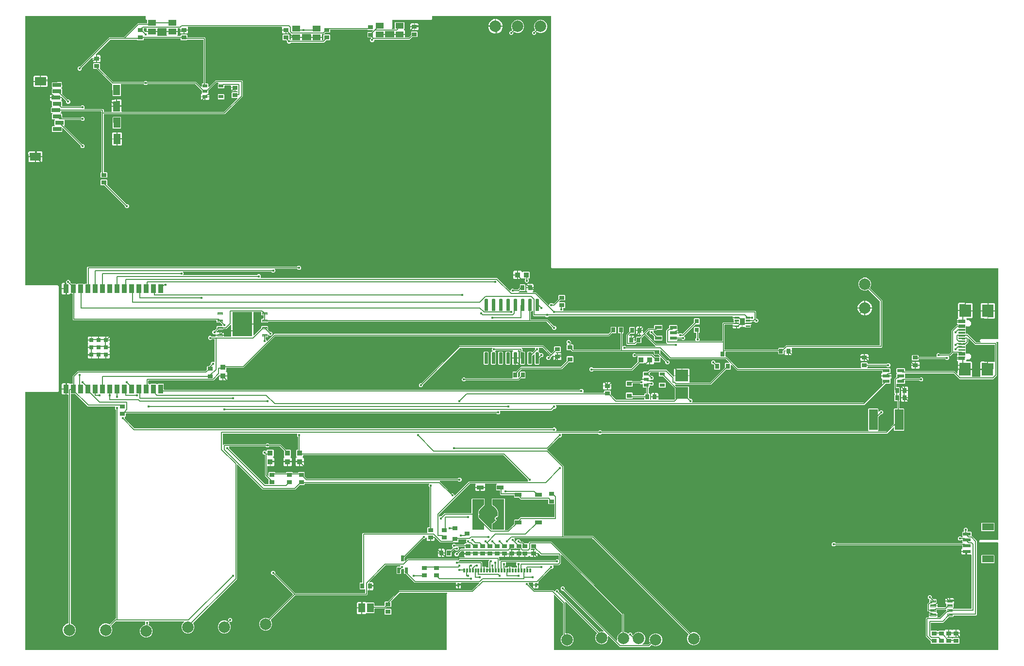
<source format=gbr>
G04 EAGLE Gerber RS-274X export*
G75*
%MOMM*%
%FSLAX34Y34*%
%LPD*%
%INTop Copper*%
%IPPOS*%
%AMOC8*
5,1,8,0,0,1.08239X$1,22.5*%
G01*
G04 Define Apertures*
%ADD10R,1.400000X1.050000*%
%ADD11R,0.900000X0.700000*%
%ADD12R,0.700000X0.900000*%
%ADD13R,2.200000X2.000000*%
%ADD14R,1.200000X0.600000*%
%ADD15R,0.940000X0.970000*%
%ADD16R,0.970000X0.940000*%
%ADD17R,0.900000X0.800000*%
%ADD18R,1.150000X0.800000*%
%ADD19R,0.900000X0.600000*%
%ADD20R,0.300000X0.800000*%
%ADD21R,0.400000X0.800000*%
%ADD22R,1.150000X0.300000*%
%ADD23R,2.180000X2.000000*%
%ADD24R,2.000000X1.200000*%
%ADD25R,1.350000X0.600000*%
%ADD26R,1.800000X1.200000*%
%ADD27R,1.900000X1.400000*%
%ADD28R,1.500000X0.700000*%
%ADD29R,0.127000X0.127000*%
%ADD30R,0.800000X0.800000*%
%ADD31R,1.200000X0.550000*%
%ADD32R,1.500000X3.600000*%
%ADD33R,0.800000X0.900000*%
%ADD34R,0.500000X1.050000*%
%ADD35C,0.125000*%
%ADD36R,1.168400X1.600200*%
%ADD37C,2.000000*%
%ADD38C,0.110000*%
%ADD39R,3.400000X4.300000*%
%ADD40R,0.900000X1.500000*%
%ADD41C,0.147500*%
%ADD42C,0.067500*%
%ADD43R,0.900000X1.300000*%
%ADD44C,0.127000*%
%ADD45C,0.452400*%
G36*
X737027Y2568D02*
X736730Y2508D01*
X3270Y2508D01*
X2995Y2559D01*
X2740Y2723D01*
X2568Y2973D01*
X2508Y3270D01*
X2508Y452732D01*
X2559Y453007D01*
X2723Y453262D01*
X2973Y453434D01*
X3270Y453494D01*
X59693Y453494D01*
X61311Y455112D01*
X61311Y637900D01*
X59693Y639518D01*
X3270Y639518D01*
X2995Y639569D01*
X2740Y639733D01*
X2568Y639983D01*
X2508Y640280D01*
X2508Y1108730D01*
X2559Y1109005D01*
X2723Y1109260D01*
X2973Y1109432D01*
X3270Y1109492D01*
X212148Y1109492D01*
X212423Y1109441D01*
X212678Y1109277D01*
X212849Y1109027D01*
X212910Y1108730D01*
X212910Y1103961D01*
X214379Y1102492D01*
X214768Y1102492D01*
X215043Y1102441D01*
X215298Y1102277D01*
X215470Y1102027D01*
X215530Y1101730D01*
X215530Y1097667D01*
X215479Y1097392D01*
X215315Y1097137D01*
X215065Y1096965D01*
X214768Y1096905D01*
X199211Y1096905D01*
X174434Y1072128D01*
X174193Y1071965D01*
X173895Y1071905D01*
X149211Y1071905D01*
X98561Y1021255D01*
X98320Y1021092D01*
X98022Y1021032D01*
X96037Y1021032D01*
X93968Y1018963D01*
X93968Y1016037D01*
X96037Y1013968D01*
X98963Y1013968D01*
X101032Y1016037D01*
X101032Y1018022D01*
X101088Y1018308D01*
X101255Y1018561D01*
X118659Y1035965D01*
X118879Y1036118D01*
X119174Y1036188D01*
X119473Y1036137D01*
X119728Y1035974D01*
X119736Y1035962D01*
X126238Y1035962D01*
X126238Y1041240D01*
X125774Y1041240D01*
X125510Y1041287D01*
X125252Y1041446D01*
X125077Y1041694D01*
X125012Y1041990D01*
X125067Y1042288D01*
X125235Y1042541D01*
X150566Y1067872D01*
X150808Y1068035D01*
X151105Y1068095D01*
X197125Y1068095D01*
X197411Y1068039D01*
X197664Y1067872D01*
X198174Y1067362D01*
X208226Y1067362D01*
X208970Y1068106D01*
X208970Y1069833D01*
X209021Y1070108D01*
X209185Y1070363D01*
X209435Y1070535D01*
X209732Y1070595D01*
X272868Y1070595D01*
X273143Y1070544D01*
X273398Y1070380D01*
X273570Y1070130D01*
X273630Y1069833D01*
X273630Y1068106D01*
X274374Y1067362D01*
X284426Y1067362D01*
X284936Y1067872D01*
X285177Y1068035D01*
X285475Y1068095D01*
X312333Y1068095D01*
X312608Y1068044D01*
X312863Y1067880D01*
X313035Y1067630D01*
X313095Y1067333D01*
X313095Y992432D01*
X313044Y992157D01*
X312880Y991902D01*
X312630Y991730D01*
X312333Y991670D01*
X311174Y991670D01*
X310430Y990926D01*
X310430Y986604D01*
X310383Y986340D01*
X310224Y986082D01*
X309976Y985907D01*
X309680Y985842D01*
X309382Y985897D01*
X309129Y986065D01*
X300789Y994405D01*
X215906Y994405D01*
X215620Y994461D01*
X215367Y994628D01*
X213963Y996032D01*
X211037Y996032D01*
X209633Y994628D01*
X209392Y994465D01*
X209094Y994405D01*
X156105Y994405D01*
X155819Y994461D01*
X155566Y994628D01*
X132934Y1017260D01*
X132776Y1017491D01*
X132711Y1017787D01*
X132766Y1018085D01*
X132770Y1018090D01*
X132770Y1026226D01*
X132026Y1026970D01*
X121974Y1026970D01*
X121230Y1026226D01*
X121230Y1018174D01*
X121974Y1017430D01*
X127060Y1017430D01*
X127346Y1017374D01*
X127599Y1017207D01*
X154346Y990460D01*
X154507Y990223D01*
X154569Y989926D01*
X154703Y970726D01*
X155453Y969987D01*
X168504Y970078D01*
X169243Y970828D01*
X169110Y989828D01*
X169162Y990108D01*
X169325Y990363D01*
X169575Y990535D01*
X169872Y990595D01*
X209094Y990595D01*
X209380Y990539D01*
X209633Y990372D01*
X211037Y988968D01*
X213963Y988968D01*
X215367Y990372D01*
X215608Y990535D01*
X215906Y990595D01*
X298895Y990595D01*
X299181Y990539D01*
X299434Y990372D01*
X310207Y979599D01*
X310370Y979358D01*
X310430Y979060D01*
X310430Y974107D01*
X310440Y974060D01*
X310385Y973762D01*
X310217Y973509D01*
X309160Y972452D01*
X309160Y969162D01*
X323240Y969162D01*
X323240Y972452D01*
X322183Y973509D01*
X322025Y973740D01*
X321960Y974036D01*
X321970Y974091D01*
X321970Y978960D01*
X322026Y979246D01*
X322193Y979499D01*
X335566Y992872D01*
X335808Y993035D01*
X336105Y993095D01*
X338759Y993095D01*
X339023Y993048D01*
X339281Y992889D01*
X339456Y992641D01*
X339521Y992345D01*
X339466Y992047D01*
X339298Y991794D01*
X338430Y990926D01*
X338430Y983874D01*
X339174Y983130D01*
X349226Y983130D01*
X349970Y983874D01*
X349970Y987333D01*
X350021Y987608D01*
X350185Y987863D01*
X350435Y988035D01*
X350732Y988095D01*
X360498Y988095D01*
X360773Y988044D01*
X361028Y987880D01*
X361200Y987630D01*
X361260Y987333D01*
X361260Y985162D01*
X369062Y985162D01*
X369062Y978360D01*
X372333Y978360D01*
X372608Y978309D01*
X372863Y978145D01*
X373035Y977895D01*
X373095Y977598D01*
X373095Y976932D01*
X373044Y976657D01*
X372880Y976402D01*
X372630Y976230D01*
X372333Y976170D01*
X363274Y976170D01*
X362530Y975426D01*
X362530Y967374D01*
X363274Y966630D01*
X372096Y966630D01*
X372360Y966583D01*
X372618Y966424D01*
X372793Y966176D01*
X372858Y965880D01*
X372803Y965582D01*
X372635Y965329D01*
X349434Y942128D01*
X349193Y941965D01*
X348895Y941905D01*
X171472Y941905D01*
X171202Y941954D01*
X170945Y942116D01*
X170772Y942365D01*
X170710Y942662D01*
X170651Y951101D01*
X153571Y950982D01*
X153629Y942672D01*
X153578Y942392D01*
X153415Y942137D01*
X153165Y941965D01*
X152867Y941905D01*
X140167Y941905D01*
X139892Y941956D01*
X139637Y942120D01*
X139465Y942370D01*
X139405Y942667D01*
X139405Y945789D01*
X138289Y946905D01*
X106240Y946905D01*
X105976Y946952D01*
X105718Y947111D01*
X105543Y947359D01*
X105478Y947655D01*
X105533Y947953D01*
X105701Y948206D01*
X106032Y948537D01*
X106032Y951463D01*
X103963Y953532D01*
X101037Y953532D01*
X99633Y952128D01*
X99392Y951965D01*
X99094Y951905D01*
X67629Y951905D01*
X67360Y951954D01*
X67103Y952116D01*
X66930Y952365D01*
X66867Y952662D01*
X66815Y960164D01*
X66028Y960941D01*
X65978Y960949D01*
X65719Y961107D01*
X65542Y961353D01*
X65474Y961649D01*
X65528Y961947D01*
X65694Y962201D01*
X66068Y962581D01*
X66042Y966371D01*
X45962Y966231D01*
X45989Y962441D01*
X47487Y960963D01*
X48507Y960970D01*
X48782Y960921D01*
X49039Y960759D01*
X49212Y960511D01*
X49274Y960214D01*
X49332Y951990D01*
X50241Y951093D01*
X50396Y950875D01*
X50468Y950580D01*
X50419Y950281D01*
X50257Y950024D01*
X50008Y949851D01*
X49711Y949789D01*
X48091Y949777D01*
X47352Y949028D01*
X47409Y940976D01*
X48158Y940238D01*
X49778Y940249D01*
X50042Y940204D01*
X50301Y940046D01*
X50478Y939800D01*
X50545Y939504D01*
X50492Y939206D01*
X50326Y938952D01*
X49429Y938042D01*
X49485Y929990D01*
X50234Y929252D01*
X53855Y929277D01*
X54118Y929232D01*
X54378Y929074D01*
X54555Y928828D01*
X54622Y928532D01*
X54568Y928234D01*
X54403Y927980D01*
X53506Y927070D01*
X53562Y919019D01*
X54471Y918122D01*
X54626Y917903D01*
X54698Y917609D01*
X54649Y917309D01*
X54487Y917053D01*
X54239Y916880D01*
X53942Y916817D01*
X50321Y916792D01*
X49583Y916043D01*
X49639Y907991D01*
X50388Y907252D01*
X66440Y907364D01*
X67178Y908113D01*
X67142Y913319D01*
X67189Y913588D01*
X67348Y913846D01*
X67596Y914021D01*
X67892Y914086D01*
X68190Y914031D01*
X68443Y913863D01*
X98745Y883561D01*
X98908Y883320D01*
X98968Y883022D01*
X98968Y881037D01*
X101037Y878968D01*
X103963Y878968D01*
X106032Y881037D01*
X106032Y883963D01*
X103963Y886032D01*
X101978Y886032D01*
X101692Y886088D01*
X101439Y886255D01*
X70371Y917323D01*
X70215Y917548D01*
X70148Y917844D01*
X70202Y918143D01*
X70367Y918397D01*
X71102Y919141D01*
X71044Y927328D01*
X71096Y927608D01*
X71259Y927863D01*
X71509Y928035D01*
X71806Y928095D01*
X99094Y928095D01*
X99380Y928039D01*
X99633Y927872D01*
X101037Y926468D01*
X103963Y926468D01*
X106032Y928537D01*
X106032Y931463D01*
X103963Y933532D01*
X101037Y933532D01*
X99633Y932128D01*
X99392Y931965D01*
X99094Y931905D01*
X67769Y931905D01*
X67499Y931954D01*
X67243Y932116D01*
X67069Y932365D01*
X67007Y932662D01*
X66969Y938165D01*
X66219Y938903D01*
X64599Y938892D01*
X64335Y938937D01*
X64076Y939095D01*
X63899Y939341D01*
X63832Y939637D01*
X63885Y939935D01*
X64051Y940189D01*
X64948Y941099D01*
X64940Y942328D01*
X64991Y942608D01*
X65154Y942863D01*
X65404Y943035D01*
X65701Y943095D01*
X134833Y943095D01*
X135108Y943044D01*
X135363Y942880D01*
X135535Y942630D01*
X135595Y942333D01*
X135595Y837532D01*
X135544Y837257D01*
X135380Y837002D01*
X135130Y836830D01*
X134833Y836770D01*
X134674Y836770D01*
X133930Y836026D01*
X133930Y827974D01*
X134674Y827230D01*
X144726Y827230D01*
X145470Y827974D01*
X145470Y836026D01*
X144726Y836770D01*
X140167Y836770D01*
X139892Y836821D01*
X139637Y836985D01*
X139465Y837235D01*
X139405Y837532D01*
X139405Y937333D01*
X139456Y937608D01*
X139620Y937863D01*
X139870Y938035D01*
X140167Y938095D01*
X350789Y938095D01*
X381905Y969211D01*
X381905Y995789D01*
X380789Y996905D01*
X334211Y996905D01*
X323271Y985965D01*
X323051Y985812D01*
X322756Y985742D01*
X322457Y985793D01*
X322202Y985956D01*
X322030Y986207D01*
X321970Y986504D01*
X321970Y990926D01*
X321226Y991670D01*
X317667Y991670D01*
X317392Y991721D01*
X317137Y991885D01*
X316965Y992135D01*
X316905Y992432D01*
X316905Y1070789D01*
X315789Y1071905D01*
X285932Y1071905D01*
X285657Y1071956D01*
X285402Y1072120D01*
X285230Y1072370D01*
X285170Y1072667D01*
X285170Y1076158D01*
X284426Y1076902D01*
X274374Y1076902D01*
X273630Y1076158D01*
X273630Y1075167D01*
X273579Y1074892D01*
X273415Y1074637D01*
X273165Y1074465D01*
X272868Y1074405D01*
X268645Y1074405D01*
X268381Y1074452D01*
X268123Y1074611D01*
X267948Y1074859D01*
X267883Y1075155D01*
X267938Y1075453D01*
X268106Y1075706D01*
X268340Y1075940D01*
X268340Y1081480D01*
X249260Y1081480D01*
X249260Y1075940D01*
X249494Y1075706D01*
X249647Y1075486D01*
X249717Y1075191D01*
X249666Y1074892D01*
X249503Y1074637D01*
X249253Y1074465D01*
X248955Y1074405D01*
X233645Y1074405D01*
X233381Y1074452D01*
X233123Y1074611D01*
X232948Y1074859D01*
X232883Y1075155D01*
X232938Y1075453D01*
X233106Y1075706D01*
X233340Y1075940D01*
X233340Y1081480D01*
X214184Y1081480D01*
X214045Y1081264D01*
X213795Y1081092D01*
X213498Y1081032D01*
X211978Y1081032D01*
X211692Y1081088D01*
X211439Y1081255D01*
X209193Y1083501D01*
X209030Y1083743D01*
X208970Y1084040D01*
X208970Y1087333D01*
X209021Y1087608D01*
X209185Y1087863D01*
X209435Y1088035D01*
X209732Y1088095D01*
X213498Y1088095D01*
X213773Y1088044D01*
X214028Y1087880D01*
X214200Y1087630D01*
X214260Y1087333D01*
X214260Y1083004D01*
X233340Y1083004D01*
X233340Y1087333D01*
X233391Y1087608D01*
X233555Y1087863D01*
X233805Y1088035D01*
X234102Y1088095D01*
X248498Y1088095D01*
X248773Y1088044D01*
X249028Y1087880D01*
X249200Y1087630D01*
X249260Y1087333D01*
X249260Y1083004D01*
X268340Y1083004D01*
X268340Y1087333D01*
X268391Y1087608D01*
X268555Y1087863D01*
X268805Y1088035D01*
X269102Y1088095D01*
X271598Y1088095D01*
X271873Y1088044D01*
X272128Y1087880D01*
X272300Y1087630D01*
X272360Y1087333D01*
X272360Y1085894D01*
X286440Y1085894D01*
X286440Y1089833D01*
X286491Y1090108D01*
X286655Y1090363D01*
X286905Y1090535D01*
X287202Y1090595D01*
X449398Y1090595D01*
X449673Y1090544D01*
X449928Y1090380D01*
X450100Y1090130D01*
X450160Y1089833D01*
X450160Y1085894D01*
X457962Y1085894D01*
X457962Y1079092D01*
X462752Y1079092D01*
X463694Y1080034D01*
X463925Y1080192D01*
X464221Y1080257D01*
X464519Y1080202D01*
X464772Y1080034D01*
X465729Y1079077D01*
X465892Y1078836D01*
X465952Y1078538D01*
X465952Y1073004D01*
X485032Y1073004D01*
X485032Y1077333D01*
X485083Y1077608D01*
X485247Y1077863D01*
X485497Y1078035D01*
X485794Y1078095D01*
X500190Y1078095D01*
X500465Y1078044D01*
X500720Y1077880D01*
X500892Y1077630D01*
X500952Y1077333D01*
X500952Y1073004D01*
X520032Y1073004D01*
X520032Y1077333D01*
X520083Y1077608D01*
X520247Y1077863D01*
X520497Y1078035D01*
X520794Y1078095D01*
X522727Y1078095D01*
X522991Y1078048D01*
X523221Y1077906D01*
X523229Y1077950D01*
X523397Y1078203D01*
X525333Y1080139D01*
X525575Y1080302D01*
X525872Y1080362D01*
X533426Y1080362D01*
X534170Y1081106D01*
X534170Y1084833D01*
X534221Y1085108D01*
X534385Y1085363D01*
X534635Y1085535D01*
X534932Y1085595D01*
X599025Y1085595D01*
X599311Y1085539D01*
X599564Y1085372D01*
X599974Y1084962D01*
X607928Y1084962D01*
X608192Y1084915D01*
X608450Y1084756D01*
X608625Y1084508D01*
X608690Y1084212D01*
X608635Y1083914D01*
X608467Y1083661D01*
X606531Y1081725D01*
X606290Y1081562D01*
X605992Y1081502D01*
X599974Y1081502D01*
X599230Y1080758D01*
X599230Y1072706D01*
X599974Y1071962D01*
X605028Y1071962D01*
X605314Y1071906D01*
X605567Y1071739D01*
X605617Y1071689D01*
X605775Y1071459D01*
X605840Y1071163D01*
X605784Y1070865D01*
X605617Y1070612D01*
X603968Y1068963D01*
X603968Y1066037D01*
X606037Y1063968D01*
X608963Y1063968D01*
X611032Y1066037D01*
X611032Y1067333D01*
X611083Y1067608D01*
X611247Y1067863D01*
X611497Y1068035D01*
X611794Y1068095D01*
X673289Y1068095D01*
X677801Y1072607D01*
X678043Y1072770D01*
X678340Y1072830D01*
X686226Y1072830D01*
X686970Y1073574D01*
X686970Y1081626D01*
X686226Y1082370D01*
X676174Y1082370D01*
X675430Y1081626D01*
X675430Y1075940D01*
X675374Y1075654D01*
X675207Y1075401D01*
X671934Y1072128D01*
X671693Y1071965D01*
X671395Y1071905D01*
X665794Y1071905D01*
X665519Y1071956D01*
X665264Y1072120D01*
X665092Y1072370D01*
X665032Y1072667D01*
X665032Y1076480D01*
X645952Y1076480D01*
X645952Y1072667D01*
X645901Y1072392D01*
X645737Y1072137D01*
X645487Y1071965D01*
X645190Y1071905D01*
X630794Y1071905D01*
X630519Y1071956D01*
X630264Y1072120D01*
X630092Y1072370D01*
X630032Y1072667D01*
X630032Y1076480D01*
X619730Y1076480D01*
X619730Y1078004D01*
X630032Y1078004D01*
X630032Y1082333D01*
X630083Y1082608D01*
X630247Y1082863D01*
X630497Y1083035D01*
X630794Y1083095D01*
X645190Y1083095D01*
X645465Y1083044D01*
X645720Y1082880D01*
X645892Y1082630D01*
X645952Y1082333D01*
X645952Y1078004D01*
X665032Y1078004D01*
X665032Y1083544D01*
X663475Y1085101D01*
X663317Y1085332D01*
X663252Y1085628D01*
X663307Y1085926D01*
X663475Y1086179D01*
X663762Y1086466D01*
X663762Y1098018D01*
X663018Y1098762D01*
X647966Y1098762D01*
X647222Y1098018D01*
X647222Y1087667D01*
X647171Y1087392D01*
X647007Y1087137D01*
X646757Y1086965D01*
X646460Y1086905D01*
X642291Y1086905D01*
X642028Y1086952D01*
X641770Y1087111D01*
X641595Y1087359D01*
X641530Y1087655D01*
X641585Y1087953D01*
X641753Y1088206D01*
X642508Y1088961D01*
X642508Y1101730D01*
X642559Y1102005D01*
X642723Y1102260D01*
X642973Y1102432D01*
X643270Y1102492D01*
X711039Y1102492D01*
X712508Y1103961D01*
X712508Y1108730D01*
X712559Y1109005D01*
X712723Y1109260D01*
X712973Y1109432D01*
X713270Y1109492D01*
X918730Y1109492D01*
X919005Y1109441D01*
X919260Y1109277D01*
X919432Y1109027D01*
X919492Y1108730D01*
X919492Y670961D01*
X920961Y669492D01*
X1698730Y669492D01*
X1699005Y669441D01*
X1699260Y669277D01*
X1699432Y669027D01*
X1699492Y668730D01*
X1699492Y546107D01*
X1699441Y545832D01*
X1699277Y545577D01*
X1699027Y545405D01*
X1698730Y545345D01*
X1668961Y545345D01*
X1667492Y543876D01*
X1667492Y541798D01*
X1668584Y540706D01*
X1668737Y540486D01*
X1668807Y540191D01*
X1668756Y539892D01*
X1668593Y539637D01*
X1668343Y539465D01*
X1668046Y539405D01*
X1661105Y539405D01*
X1660819Y539461D01*
X1660566Y539628D01*
X1645789Y554405D01*
X1643710Y554405D01*
X1643431Y554458D01*
X1643176Y554623D01*
X1643007Y554875D01*
X1642948Y555172D01*
X1642972Y558563D01*
X1642880Y558700D01*
X1642817Y558996D01*
X1642874Y559294D01*
X1642978Y559448D01*
X1643007Y563563D01*
X1642915Y563700D01*
X1642852Y563996D01*
X1642909Y564294D01*
X1643013Y564448D01*
X1643032Y567165D01*
X1643034Y567391D01*
X1643080Y567649D01*
X1643240Y567907D01*
X1643487Y568082D01*
X1643783Y568147D01*
X1644082Y568092D01*
X1644334Y567924D01*
X1644627Y567631D01*
X1648977Y567631D01*
X1652052Y570706D01*
X1652052Y575056D01*
X1648977Y578131D01*
X1645146Y578131D01*
X1644866Y578184D01*
X1644612Y578349D01*
X1644442Y578601D01*
X1644384Y578898D01*
X1644392Y580050D01*
X1644087Y580359D01*
X1643936Y580580D01*
X1643868Y580875D01*
X1643921Y581174D01*
X1644086Y581428D01*
X1644337Y581598D01*
X1644635Y581656D01*
X1652915Y581599D01*
X1654413Y583076D01*
X1654491Y594266D01*
X1629412Y594441D01*
X1629334Y583251D01*
X1629639Y582942D01*
X1629790Y582722D01*
X1629858Y582426D01*
X1629805Y582127D01*
X1629640Y581873D01*
X1629389Y581703D01*
X1629367Y581699D01*
X1627812Y580166D01*
X1627800Y578376D01*
X1636852Y578313D01*
X1636841Y576789D01*
X1627789Y576852D01*
X1627779Y575376D01*
X1636831Y575313D01*
X1636820Y573789D01*
X1627768Y573852D01*
X1627756Y572062D01*
X1628795Y571008D01*
X1628957Y570765D01*
X1629015Y570467D01*
X1629013Y570162D01*
X1628961Y569892D01*
X1628798Y569637D01*
X1628548Y569465D01*
X1628251Y569405D01*
X1626711Y569405D01*
X1618095Y560789D01*
X1618095Y523605D01*
X1618039Y523319D01*
X1617872Y523066D01*
X1614434Y519628D01*
X1614193Y519465D01*
X1613895Y519405D01*
X1598406Y519405D01*
X1598120Y519461D01*
X1597867Y519628D01*
X1596463Y521032D01*
X1593537Y521032D01*
X1591468Y518963D01*
X1591468Y516037D01*
X1591799Y515706D01*
X1591952Y515486D01*
X1592022Y515191D01*
X1591971Y514892D01*
X1591808Y514637D01*
X1591558Y514465D01*
X1591260Y514405D01*
X1561332Y514405D01*
X1561057Y514456D01*
X1560802Y514620D01*
X1560630Y514870D01*
X1560570Y515167D01*
X1560570Y517026D01*
X1559826Y517770D01*
X1549774Y517770D01*
X1549030Y517026D01*
X1549030Y508974D01*
X1549774Y508230D01*
X1559826Y508230D01*
X1560570Y508974D01*
X1560570Y509833D01*
X1560621Y510108D01*
X1560785Y510363D01*
X1561035Y510535D01*
X1561332Y510595D01*
X1606594Y510595D01*
X1606880Y510539D01*
X1607133Y510372D01*
X1608537Y508968D01*
X1611463Y508968D01*
X1613532Y511037D01*
X1613532Y513963D01*
X1613201Y514294D01*
X1613048Y514514D01*
X1612978Y514809D01*
X1613029Y515108D01*
X1613192Y515363D01*
X1613442Y515535D01*
X1613740Y515595D01*
X1615789Y515595D01*
X1620566Y520372D01*
X1620808Y520535D01*
X1621105Y520595D01*
X1627899Y520595D01*
X1628179Y520542D01*
X1628433Y520377D01*
X1628603Y520125D01*
X1628661Y519828D01*
X1628647Y517744D01*
X1628589Y517459D01*
X1628420Y517207D01*
X1627366Y516167D01*
X1627353Y514377D01*
X1636405Y514314D01*
X1636394Y512790D01*
X1627342Y512853D01*
X1627332Y511377D01*
X1636384Y511314D01*
X1636373Y509790D01*
X1627322Y509853D01*
X1627309Y508063D01*
X1628838Y506513D01*
X1629087Y506357D01*
X1629261Y506108D01*
X1629324Y505812D01*
X1629266Y505514D01*
X1629097Y505262D01*
X1628787Y504957D01*
X1628709Y493767D01*
X1653789Y493592D01*
X1653867Y504782D01*
X1652389Y506280D01*
X1644109Y506338D01*
X1643846Y506387D01*
X1643589Y506548D01*
X1643415Y506797D01*
X1643352Y507093D01*
X1643410Y507391D01*
X1643579Y507643D01*
X1643889Y507948D01*
X1643896Y509076D01*
X1643948Y509345D01*
X1644111Y509601D01*
X1644361Y509772D01*
X1644658Y509832D01*
X1648573Y509832D01*
X1651649Y512908D01*
X1651649Y517257D01*
X1648573Y520332D01*
X1644224Y520332D01*
X1644008Y520117D01*
X1643784Y519961D01*
X1643488Y519894D01*
X1643190Y519947D01*
X1642935Y520112D01*
X1642766Y520363D01*
X1642707Y520661D01*
X1642728Y523564D01*
X1642635Y523701D01*
X1642572Y523997D01*
X1642630Y524295D01*
X1642734Y524449D01*
X1642763Y528564D01*
X1642670Y528700D01*
X1642607Y528997D01*
X1642665Y529295D01*
X1642769Y529449D01*
X1642797Y533564D01*
X1642705Y533700D01*
X1642642Y533997D01*
X1642700Y534295D01*
X1642804Y534449D01*
X1642806Y534838D01*
X1642858Y535108D01*
X1643021Y535363D01*
X1643136Y535442D01*
X1646905Y539211D01*
X1646905Y546061D01*
X1646952Y546325D01*
X1647111Y546583D01*
X1647359Y546758D01*
X1647655Y546823D01*
X1647953Y546768D01*
X1648206Y546600D01*
X1659211Y535595D01*
X1692333Y535595D01*
X1692608Y535544D01*
X1692863Y535380D01*
X1693035Y535130D01*
X1693095Y534833D01*
X1693095Y506437D01*
X1693046Y506169D01*
X1692885Y505912D01*
X1692636Y505739D01*
X1692340Y505676D01*
X1692042Y505733D01*
X1691790Y505902D01*
X1691688Y506006D01*
X1681398Y506078D01*
X1681299Y491876D01*
X1667998Y491969D01*
X1667920Y480779D01*
X1667996Y480702D01*
X1668145Y480486D01*
X1668215Y480191D01*
X1668164Y479892D01*
X1668000Y479637D01*
X1667750Y479465D01*
X1667453Y479405D01*
X1654064Y479405D01*
X1653795Y479454D01*
X1653538Y479615D01*
X1653365Y479864D01*
X1653302Y480160D01*
X1653359Y480458D01*
X1653529Y480710D01*
X1653700Y480879D01*
X1653778Y492068D01*
X1628699Y492243D01*
X1628654Y485874D01*
X1628607Y485616D01*
X1628448Y485358D01*
X1628201Y485183D01*
X1627904Y485118D01*
X1627606Y485173D01*
X1627353Y485341D01*
X1623289Y489405D01*
X1537232Y489405D01*
X1536957Y489456D01*
X1536702Y489620D01*
X1536530Y489870D01*
X1536470Y490167D01*
X1536470Y494126D01*
X1535726Y494870D01*
X1522674Y494870D01*
X1521930Y494126D01*
X1521930Y487074D01*
X1522615Y486389D01*
X1522773Y486158D01*
X1522838Y485862D01*
X1522783Y485564D01*
X1522615Y485311D01*
X1521930Y484626D01*
X1521930Y479940D01*
X1521874Y479654D01*
X1521707Y479401D01*
X1518095Y475789D01*
X1518095Y456533D01*
X1518130Y456360D01*
X1518130Y450674D01*
X1518915Y449889D01*
X1519073Y449658D01*
X1519138Y449362D01*
X1519083Y449064D01*
X1518915Y448811D01*
X1518130Y448026D01*
X1518130Y437974D01*
X1518874Y437230D01*
X1522333Y437230D01*
X1522608Y437179D01*
X1522863Y437015D01*
X1523035Y436765D01*
X1523095Y436468D01*
X1523095Y424932D01*
X1523044Y424657D01*
X1522880Y424402D01*
X1522630Y424230D01*
X1522333Y424170D01*
X1518474Y424170D01*
X1517730Y423426D01*
X1517730Y398240D01*
X1517674Y397954D01*
X1517507Y397701D01*
X1504434Y384628D01*
X1504193Y384465D01*
X1503895Y384405D01*
X1490141Y384405D01*
X1489877Y384452D01*
X1489619Y384611D01*
X1489444Y384859D01*
X1489379Y385155D01*
X1489434Y385453D01*
X1489602Y385706D01*
X1490270Y386374D01*
X1490270Y409760D01*
X1490326Y410046D01*
X1490493Y410299D01*
X1493939Y413745D01*
X1494181Y413908D01*
X1494478Y413968D01*
X1496463Y413968D01*
X1498532Y416037D01*
X1498532Y418963D01*
X1496463Y421032D01*
X1493537Y421032D01*
X1491571Y419066D01*
X1491351Y418913D01*
X1491056Y418843D01*
X1490757Y418894D01*
X1490502Y419057D01*
X1490330Y419307D01*
X1490270Y419605D01*
X1490270Y423426D01*
X1489526Y424170D01*
X1473474Y424170D01*
X1472730Y423426D01*
X1472730Y386374D01*
X1473398Y385706D01*
X1473551Y385486D01*
X1473621Y385191D01*
X1473570Y384892D01*
X1473407Y384637D01*
X1473157Y384465D01*
X1472859Y384405D01*
X1008406Y384405D01*
X1008120Y384461D01*
X1007867Y384628D01*
X1006463Y386032D01*
X1003537Y386032D01*
X1002133Y384628D01*
X1001892Y384465D01*
X1001594Y384405D01*
X928740Y384405D01*
X928476Y384452D01*
X928218Y384611D01*
X928043Y384859D01*
X927978Y385155D01*
X928033Y385453D01*
X928201Y385706D01*
X928532Y386037D01*
X928532Y388963D01*
X926463Y391032D01*
X923537Y391032D01*
X922133Y389628D01*
X921892Y389465D01*
X921594Y389405D01*
X193605Y389405D01*
X193319Y389461D01*
X193066Y389628D01*
X176255Y406439D01*
X176092Y406681D01*
X176032Y406978D01*
X176032Y409268D01*
X176083Y409543D01*
X176247Y409798D01*
X176497Y409970D01*
X176794Y410030D01*
X177226Y410030D01*
X177970Y410774D01*
X177970Y414833D01*
X178021Y415108D01*
X178185Y415363D01*
X178435Y415535D01*
X178732Y415595D01*
X824094Y415595D01*
X824380Y415539D01*
X824633Y415372D01*
X826037Y413968D01*
X828963Y413968D01*
X831032Y416037D01*
X831032Y418963D01*
X830701Y419294D01*
X830548Y419514D01*
X830478Y419809D01*
X830529Y420108D01*
X830692Y420363D01*
X830942Y420535D01*
X831240Y420595D01*
X920789Y420595D01*
X923939Y423745D01*
X924181Y423908D01*
X924478Y423968D01*
X926463Y423968D01*
X928532Y426037D01*
X928532Y428963D01*
X928201Y429294D01*
X928048Y429514D01*
X927978Y429809D01*
X928029Y430108D01*
X928192Y430363D01*
X928442Y430535D01*
X928740Y430595D01*
X1465789Y430595D01*
X1502301Y467107D01*
X1502543Y467270D01*
X1502840Y467330D01*
X1510726Y467330D01*
X1511470Y468074D01*
X1511470Y475394D01*
X1511460Y475440D01*
X1511515Y475738D01*
X1511683Y475991D01*
X1512740Y477048D01*
X1512740Y480338D01*
X1495660Y480338D01*
X1495660Y477048D01*
X1496717Y475991D01*
X1496875Y475760D01*
X1496940Y475464D01*
X1496930Y475409D01*
X1496930Y468045D01*
X1497024Y467907D01*
X1497089Y467611D01*
X1497034Y467313D01*
X1496866Y467060D01*
X1464434Y434628D01*
X1464193Y434465D01*
X1463895Y434405D01*
X1166240Y434405D01*
X1165976Y434452D01*
X1165718Y434611D01*
X1165543Y434859D01*
X1165478Y435155D01*
X1165533Y435453D01*
X1165701Y435706D01*
X1166032Y436037D01*
X1166032Y438963D01*
X1163963Y441032D01*
X1161978Y441032D01*
X1161692Y441088D01*
X1161439Y441255D01*
X1160193Y442501D01*
X1160030Y442743D01*
X1159970Y443040D01*
X1159970Y462126D01*
X1159226Y462870D01*
X1137640Y462870D01*
X1137354Y462926D01*
X1137101Y463093D01*
X1135900Y464294D01*
X1135747Y464514D01*
X1135677Y464809D01*
X1135728Y465108D01*
X1135891Y465363D01*
X1136142Y465535D01*
X1136439Y465595D01*
X1198289Y465595D01*
X1224701Y492007D01*
X1224943Y492170D01*
X1225240Y492230D01*
X1232526Y492230D01*
X1233270Y492974D01*
X1233270Y499696D01*
X1233317Y499960D01*
X1233476Y500218D01*
X1233724Y500393D01*
X1234020Y500458D01*
X1234318Y500403D01*
X1234571Y500235D01*
X1244211Y490595D01*
X1496168Y490595D01*
X1496443Y490544D01*
X1496698Y490380D01*
X1496870Y490130D01*
X1496930Y489833D01*
X1496930Y486807D01*
X1496940Y486760D01*
X1496885Y486462D01*
X1496717Y486209D01*
X1495660Y485152D01*
X1495660Y481862D01*
X1512740Y481862D01*
X1512740Y485152D01*
X1511683Y486209D01*
X1511525Y486440D01*
X1511460Y486736D01*
X1511470Y486791D01*
X1511470Y494126D01*
X1510726Y494870D01*
X1497674Y494870D01*
X1497432Y494628D01*
X1497191Y494465D01*
X1496893Y494405D01*
X1471941Y494405D01*
X1471677Y494452D01*
X1471419Y494611D01*
X1471244Y494859D01*
X1471179Y495155D01*
X1471234Y495453D01*
X1471402Y495706D01*
X1471670Y495974D01*
X1471670Y497333D01*
X1471721Y497608D01*
X1471885Y497863D01*
X1472135Y498035D01*
X1472432Y498095D01*
X1504094Y498095D01*
X1504380Y498039D01*
X1504633Y497872D01*
X1506037Y496468D01*
X1508963Y496468D01*
X1511032Y498537D01*
X1511032Y501463D01*
X1508963Y503532D01*
X1506037Y503532D01*
X1504633Y502128D01*
X1504392Y501965D01*
X1504094Y501905D01*
X1472432Y501905D01*
X1472157Y501956D01*
X1471902Y502120D01*
X1471730Y502370D01*
X1471670Y502667D01*
X1471670Y504026D01*
X1470926Y504770D01*
X1460874Y504770D01*
X1460130Y504026D01*
X1460130Y495974D01*
X1460398Y495706D01*
X1460551Y495486D01*
X1460621Y495191D01*
X1460570Y494892D01*
X1460407Y494637D01*
X1460157Y494465D01*
X1459859Y494405D01*
X1246105Y494405D01*
X1245819Y494461D01*
X1245566Y494628D01*
X1225789Y514405D01*
X1224532Y514405D01*
X1224257Y514456D01*
X1224002Y514620D01*
X1223830Y514870D01*
X1223770Y515167D01*
X1223770Y522333D01*
X1223821Y522608D01*
X1223985Y522863D01*
X1224235Y523035D01*
X1224532Y523095D01*
X1314768Y523095D01*
X1315043Y523044D01*
X1315298Y522880D01*
X1315470Y522630D01*
X1315530Y522333D01*
X1315530Y519674D01*
X1316274Y518930D01*
X1324326Y518930D01*
X1325070Y519674D01*
X1325070Y524560D01*
X1325126Y524846D01*
X1325293Y525099D01*
X1325959Y525765D01*
X1326179Y525918D01*
X1326474Y525988D01*
X1326773Y525937D01*
X1327028Y525774D01*
X1327200Y525524D01*
X1327212Y525462D01*
X1339340Y525462D01*
X1339340Y529833D01*
X1339391Y530108D01*
X1339555Y530363D01*
X1339805Y530535D01*
X1340102Y530595D01*
X1495789Y530595D01*
X1496905Y531711D01*
X1496905Y613289D01*
X1476289Y633905D01*
X1476131Y634136D01*
X1476066Y634432D01*
X1476121Y634730D01*
X1476235Y634901D01*
X1477970Y639090D01*
X1477970Y643574D01*
X1476254Y647716D01*
X1473084Y650886D01*
X1468942Y652602D01*
X1464458Y652602D01*
X1460316Y650886D01*
X1457146Y647716D01*
X1455430Y643574D01*
X1455430Y639090D01*
X1457146Y634948D01*
X1460316Y631778D01*
X1464458Y630062D01*
X1468942Y630062D01*
X1472574Y631567D01*
X1472854Y631624D01*
X1473152Y631569D01*
X1473405Y631401D01*
X1492872Y611934D01*
X1493035Y611693D01*
X1493095Y611395D01*
X1493095Y535167D01*
X1493044Y534892D01*
X1492880Y534637D01*
X1492630Y534465D01*
X1492333Y534405D01*
X1329211Y534405D01*
X1325340Y530534D01*
X1325109Y530376D01*
X1324813Y530311D01*
X1324515Y530366D01*
X1324359Y530470D01*
X1316274Y530470D01*
X1315530Y529726D01*
X1315530Y527667D01*
X1315479Y527392D01*
X1315315Y527137D01*
X1315065Y526965D01*
X1314768Y526905D01*
X1222667Y526905D01*
X1222392Y526956D01*
X1222137Y527120D01*
X1221965Y527370D01*
X1221905Y527667D01*
X1221905Y569833D01*
X1221956Y570108D01*
X1222120Y570363D01*
X1222370Y570535D01*
X1222667Y570595D01*
X1235848Y570595D01*
X1236123Y570544D01*
X1236378Y570380D01*
X1236550Y570130D01*
X1236610Y569833D01*
X1236610Y568962D01*
X1243712Y568962D01*
X1243712Y564310D01*
X1247604Y564310D01*
X1249312Y566018D01*
X1249341Y566173D01*
X1249505Y566428D01*
X1249755Y566600D01*
X1250052Y566660D01*
X1252038Y566660D01*
X1252038Y576462D01*
X1253562Y576462D01*
X1253562Y566660D01*
X1257126Y566660D01*
X1257412Y566604D01*
X1257665Y566437D01*
X1258522Y565580D01*
X1266778Y565580D01*
X1267720Y566522D01*
X1267720Y569410D01*
X1267776Y569696D01*
X1267943Y569949D01*
X1268990Y570996D01*
X1268990Y572438D01*
X1261888Y572438D01*
X1261888Y573962D01*
X1268990Y573962D01*
X1268990Y574833D01*
X1269041Y575108D01*
X1269205Y575363D01*
X1269455Y575535D01*
X1269752Y575595D01*
X1273289Y575595D01*
X1273311Y575617D01*
X1273541Y575775D01*
X1273837Y575840D01*
X1274136Y575784D01*
X1274388Y575617D01*
X1276037Y573968D01*
X1278963Y573968D01*
X1281032Y576037D01*
X1281032Y578963D01*
X1278963Y581032D01*
X1277667Y581032D01*
X1277392Y581083D01*
X1277137Y581247D01*
X1276965Y581497D01*
X1276905Y581794D01*
X1276905Y593289D01*
X1275789Y594405D01*
X941240Y594405D01*
X940976Y594452D01*
X940718Y594611D01*
X940543Y594859D01*
X940478Y595155D01*
X940533Y595453D01*
X940701Y595706D01*
X941032Y596037D01*
X941032Y599268D01*
X941083Y599543D01*
X941247Y599798D01*
X941497Y599970D01*
X941794Y600030D01*
X943026Y600030D01*
X943770Y600774D01*
X943770Y608826D01*
X943026Y609570D01*
X934104Y609570D01*
X933840Y609617D01*
X933582Y609776D01*
X933407Y610024D01*
X933342Y610320D01*
X933397Y610618D01*
X933565Y610871D01*
X935501Y612807D01*
X935743Y612970D01*
X936040Y613030D01*
X943026Y613030D01*
X943770Y613774D01*
X943770Y621826D01*
X943026Y622570D01*
X932974Y622570D01*
X932230Y621826D01*
X932230Y615240D01*
X932174Y614954D01*
X932007Y614701D01*
X924434Y607128D01*
X924193Y606965D01*
X923895Y606905D01*
X923406Y606905D01*
X923120Y606961D01*
X922867Y607128D01*
X921463Y608532D01*
X918537Y608532D01*
X916468Y606463D01*
X916468Y605566D01*
X916421Y605302D01*
X916262Y605044D01*
X916014Y604869D01*
X915718Y604804D01*
X915420Y604859D01*
X915167Y605027D01*
X893289Y626905D01*
X888137Y626905D01*
X887873Y626952D01*
X887615Y627111D01*
X887440Y627359D01*
X887375Y627655D01*
X887430Y627953D01*
X887598Y628206D01*
X888840Y629448D01*
X888840Y634238D01*
X876760Y634238D01*
X876760Y629448D01*
X878002Y628206D01*
X878155Y627986D01*
X878225Y627691D01*
X878174Y627392D01*
X878011Y627137D01*
X877761Y626965D01*
X877463Y626905D01*
X863939Y626905D01*
X863675Y626952D01*
X863417Y627111D01*
X863242Y627359D01*
X863177Y627655D01*
X863232Y627953D01*
X863400Y628206D01*
X864560Y629366D01*
X864791Y629524D01*
X865087Y629589D01*
X865385Y629534D01*
X865638Y629366D01*
X865774Y629230D01*
X873826Y629230D01*
X874570Y629974D01*
X874570Y640026D01*
X873826Y640770D01*
X865774Y640770D01*
X865030Y640026D01*
X865030Y635540D01*
X864974Y635254D01*
X864807Y635001D01*
X861934Y632128D01*
X861693Y631965D01*
X861395Y631905D01*
X855906Y631905D01*
X855620Y631961D01*
X855367Y632128D01*
X853963Y633532D01*
X851037Y633532D01*
X848968Y631463D01*
X848968Y630566D01*
X848921Y630302D01*
X848762Y630044D01*
X848514Y629869D01*
X848218Y629804D01*
X847920Y629859D01*
X847667Y630027D01*
X825789Y651905D01*
X413740Y651905D01*
X413476Y651952D01*
X413218Y652111D01*
X413043Y652359D01*
X412978Y652655D01*
X413033Y652953D01*
X413201Y653206D01*
X413532Y653537D01*
X413532Y656463D01*
X411463Y658532D01*
X408537Y658532D01*
X407133Y657128D01*
X406892Y656965D01*
X406594Y656905D01*
X278740Y656905D01*
X278476Y656952D01*
X278218Y657111D01*
X278043Y657359D01*
X277978Y657655D01*
X278033Y657953D01*
X278201Y658206D01*
X278532Y658537D01*
X278532Y661463D01*
X278201Y661794D01*
X278048Y662014D01*
X277978Y662309D01*
X278029Y662608D01*
X278192Y662863D01*
X278442Y663035D01*
X278740Y663095D01*
X431594Y663095D01*
X431880Y663039D01*
X432133Y662872D01*
X433537Y661468D01*
X436463Y661468D01*
X438532Y663537D01*
X438532Y666463D01*
X438201Y666794D01*
X438048Y667014D01*
X437978Y667309D01*
X438029Y667608D01*
X438192Y667863D01*
X438442Y668035D01*
X438740Y668095D01*
X476594Y668095D01*
X476880Y668039D01*
X477133Y667872D01*
X478537Y666468D01*
X481463Y666468D01*
X483532Y668537D01*
X483532Y671463D01*
X481463Y673532D01*
X478537Y673532D01*
X477133Y672128D01*
X476892Y671965D01*
X476594Y671905D01*
X111711Y671905D01*
X110595Y670789D01*
X110595Y643132D01*
X110544Y642857D01*
X110380Y642602D01*
X110130Y642430D01*
X109833Y642370D01*
X106542Y642370D01*
X105757Y641585D01*
X105526Y641427D01*
X105230Y641362D01*
X104932Y641417D01*
X104679Y641585D01*
X103894Y642370D01*
X93842Y642370D01*
X93057Y641585D01*
X92826Y641427D01*
X92530Y641362D01*
X92232Y641417D01*
X91979Y641585D01*
X91194Y642370D01*
X83140Y642370D01*
X82854Y642426D01*
X82601Y642593D01*
X81255Y643939D01*
X81092Y644181D01*
X81032Y644478D01*
X81032Y646463D01*
X78963Y648532D01*
X76037Y648532D01*
X73968Y646463D01*
X73968Y644402D01*
X73917Y644127D01*
X73849Y644021D01*
X74230Y644021D01*
X74230Y623560D01*
X79020Y623560D01*
X80177Y624717D01*
X80408Y624875D01*
X80704Y624940D01*
X81002Y624885D01*
X81084Y624830D01*
X84833Y624830D01*
X85108Y624779D01*
X85363Y624615D01*
X85535Y624365D01*
X85595Y624068D01*
X85595Y579211D01*
X86711Y578095D01*
X335318Y578095D01*
X335593Y578044D01*
X335848Y577880D01*
X336020Y577630D01*
X336080Y577333D01*
X336080Y575446D01*
X337146Y574380D01*
X342610Y574380D01*
X342896Y574324D01*
X343149Y574157D01*
X346245Y571061D01*
X346408Y570820D01*
X346468Y570522D01*
X346468Y569382D01*
X346417Y569107D01*
X346253Y568852D01*
X346003Y568680D01*
X345706Y568620D01*
X337146Y568620D01*
X336080Y567554D01*
X336080Y564090D01*
X336024Y563804D01*
X335857Y563551D01*
X333561Y561255D01*
X333320Y561092D01*
X333022Y561032D01*
X331037Y561032D01*
X328968Y558963D01*
X328968Y556037D01*
X331037Y553968D01*
X334048Y553968D01*
X334323Y553917D01*
X334578Y553753D01*
X334750Y553503D01*
X334809Y553212D01*
X341288Y553212D01*
X341288Y557190D01*
X336794Y557190D01*
X336519Y557241D01*
X336264Y557405D01*
X336092Y557655D01*
X336032Y557952D01*
X336032Y558022D01*
X336088Y558308D01*
X336255Y558561D01*
X339151Y561457D01*
X339393Y561620D01*
X339690Y561680D01*
X346954Y561680D01*
X348146Y562872D01*
X348387Y563035D01*
X348685Y563095D01*
X353289Y563095D01*
X360159Y569965D01*
X360379Y570118D01*
X360674Y570188D01*
X360973Y570137D01*
X361228Y569974D01*
X361400Y569724D01*
X361460Y569426D01*
X361460Y550167D01*
X361409Y549892D01*
X361245Y549637D01*
X360995Y549465D01*
X360698Y549405D01*
X350052Y549405D01*
X349777Y549456D01*
X349522Y549620D01*
X349350Y549870D01*
X349290Y550167D01*
X349290Y551688D01*
X334810Y551688D01*
X334810Y550167D01*
X334759Y549892D01*
X334595Y549637D01*
X334345Y549465D01*
X334048Y549405D01*
X328406Y549405D01*
X328120Y549461D01*
X327867Y549628D01*
X326463Y551032D01*
X323537Y551032D01*
X321468Y548963D01*
X321468Y546037D01*
X323537Y543968D01*
X326463Y543968D01*
X327867Y545372D01*
X328108Y545535D01*
X328406Y545595D01*
X332333Y545595D01*
X332608Y545544D01*
X332863Y545380D01*
X333035Y545130D01*
X333095Y544833D01*
X333095Y506240D01*
X333048Y505976D01*
X332889Y505718D01*
X332641Y505543D01*
X332345Y505478D01*
X332047Y505533D01*
X331794Y505701D01*
X331463Y506032D01*
X328537Y506032D01*
X326468Y503963D01*
X326468Y501978D01*
X326412Y501692D01*
X326245Y501439D01*
X323399Y498593D01*
X323158Y498430D01*
X322860Y498370D01*
X319874Y498370D01*
X319130Y497626D01*
X319130Y492140D01*
X319074Y491854D01*
X318907Y491601D01*
X316934Y489628D01*
X316693Y489465D01*
X316395Y489405D01*
X94211Y489405D01*
X85595Y480789D01*
X85595Y468132D01*
X85544Y467857D01*
X85380Y467602D01*
X85130Y467430D01*
X84833Y467370D01*
X81090Y467370D01*
X81024Y467325D01*
X80728Y467260D01*
X80430Y467315D01*
X80177Y467483D01*
X79020Y468640D01*
X74230Y468640D01*
X74230Y448560D01*
X77333Y448560D01*
X77608Y448509D01*
X77863Y448345D01*
X78035Y448095D01*
X78095Y447798D01*
X78095Y49832D01*
X78044Y49557D01*
X77880Y49302D01*
X77630Y49130D01*
X77333Y49070D01*
X77058Y49070D01*
X72916Y47354D01*
X69746Y44184D01*
X68030Y40042D01*
X68030Y35558D01*
X69746Y31416D01*
X72916Y28246D01*
X77058Y26530D01*
X81542Y26530D01*
X85684Y28246D01*
X88854Y31416D01*
X90570Y35558D01*
X90570Y40042D01*
X88854Y44184D01*
X85684Y47354D01*
X82375Y48725D01*
X82137Y48881D01*
X81965Y49131D01*
X81905Y49429D01*
X81905Y449068D01*
X81956Y449343D01*
X82120Y449598D01*
X82370Y449770D01*
X82667Y449830D01*
X89660Y449830D01*
X89946Y449774D01*
X90199Y449607D01*
X111711Y428095D01*
X158760Y428095D01*
X159024Y428048D01*
X159282Y427889D01*
X159457Y427641D01*
X159522Y427345D01*
X159467Y427047D01*
X159299Y426794D01*
X158968Y426463D01*
X158968Y423537D01*
X160372Y422133D01*
X160535Y421892D01*
X160595Y421594D01*
X160595Y57667D01*
X160544Y57392D01*
X160380Y57137D01*
X160130Y56965D01*
X159833Y56905D01*
X159211Y56905D01*
X149881Y47575D01*
X149645Y47414D01*
X149348Y47352D01*
X149050Y47410D01*
X145042Y49070D01*
X140558Y49070D01*
X136416Y47354D01*
X133246Y44184D01*
X131530Y40042D01*
X131530Y35558D01*
X133246Y31416D01*
X136416Y28246D01*
X140558Y26530D01*
X145042Y26530D01*
X149184Y28246D01*
X152354Y31416D01*
X154070Y35558D01*
X154070Y40042D01*
X152410Y44050D01*
X152352Y44330D01*
X152407Y44628D01*
X152575Y44881D01*
X160566Y52872D01*
X160808Y53035D01*
X161105Y53095D01*
X211260Y53095D01*
X211524Y53048D01*
X211782Y52889D01*
X211957Y52641D01*
X212022Y52345D01*
X211967Y52047D01*
X211799Y51794D01*
X211468Y51463D01*
X211468Y48537D01*
X211766Y48239D01*
X211919Y48019D01*
X211989Y47724D01*
X211938Y47425D01*
X211775Y47170D01*
X211525Y46998D01*
X211484Y46990D01*
X207216Y45222D01*
X204046Y42052D01*
X202330Y37910D01*
X202330Y33426D01*
X204046Y29284D01*
X207216Y26114D01*
X211358Y24398D01*
X215842Y24398D01*
X219984Y26114D01*
X223154Y29284D01*
X224870Y33426D01*
X224870Y37910D01*
X223154Y42052D01*
X219984Y45222D01*
X217667Y46182D01*
X217437Y46330D01*
X217262Y46578D01*
X217197Y46874D01*
X217252Y47172D01*
X217420Y47425D01*
X218532Y48537D01*
X218532Y51463D01*
X218201Y51794D01*
X218048Y52014D01*
X217978Y52309D01*
X218029Y52608D01*
X218192Y52863D01*
X218442Y53035D01*
X218740Y53095D01*
X278817Y53095D01*
X279080Y53048D01*
X279339Y52889D01*
X279514Y52641D01*
X279579Y52345D01*
X279523Y52047D01*
X279356Y51794D01*
X276746Y49184D01*
X275030Y45042D01*
X275030Y40558D01*
X276746Y36416D01*
X279916Y33246D01*
X284058Y31530D01*
X288542Y31530D01*
X292684Y33246D01*
X295854Y36416D01*
X297570Y40558D01*
X297570Y45042D01*
X295854Y49184D01*
X295655Y49383D01*
X295497Y49614D01*
X295432Y49910D01*
X295487Y50208D01*
X295655Y50461D01*
X371905Y126711D01*
X371905Y326061D01*
X371952Y326325D01*
X372111Y326583D01*
X372359Y326758D01*
X372655Y326823D01*
X372953Y326768D01*
X373206Y326600D01*
X416711Y283095D01*
X473289Y283095D01*
X480801Y290607D01*
X481043Y290770D01*
X481340Y290830D01*
X489126Y290830D01*
X489870Y291574D01*
X489870Y292333D01*
X489921Y292608D01*
X490085Y292863D01*
X490335Y293035D01*
X490632Y293095D01*
X706260Y293095D01*
X706524Y293048D01*
X706782Y292889D01*
X706957Y292641D01*
X707022Y292345D01*
X706967Y292047D01*
X706799Y291794D01*
X706468Y291463D01*
X706468Y288537D01*
X707872Y287133D01*
X708035Y286892D01*
X708095Y286594D01*
X708095Y217532D01*
X708044Y217257D01*
X707880Y217002D01*
X707630Y216830D01*
X707333Y216770D01*
X704474Y216770D01*
X703730Y216026D01*
X703730Y207667D01*
X703679Y207392D01*
X703515Y207137D01*
X703265Y206965D01*
X702968Y206905D01*
X591711Y206905D01*
X590595Y205789D01*
X590595Y120832D01*
X590544Y120557D01*
X590380Y120302D01*
X590130Y120130D01*
X589833Y120070D01*
X586374Y120070D01*
X585630Y119326D01*
X585630Y109274D01*
X586374Y108530D01*
X594483Y108530D01*
X594514Y108551D01*
X594809Y108621D01*
X595108Y108570D01*
X595363Y108407D01*
X595535Y108157D01*
X595595Y107859D01*
X595595Y102667D01*
X595544Y102392D01*
X595380Y102137D01*
X595130Y101965D01*
X594833Y101905D01*
X473605Y101905D01*
X473319Y101961D01*
X473066Y102128D01*
X438755Y136439D01*
X438592Y136681D01*
X438532Y136978D01*
X438532Y138963D01*
X436463Y141032D01*
X433537Y141032D01*
X431468Y138963D01*
X431468Y136037D01*
X433537Y133968D01*
X435522Y133968D01*
X435808Y133912D01*
X436061Y133745D01*
X469267Y100539D01*
X469425Y100308D01*
X469490Y100012D01*
X469435Y99714D01*
X469267Y99461D01*
X427820Y58014D01*
X427584Y57854D01*
X427287Y57791D01*
X426990Y57849D01*
X424042Y59070D01*
X419558Y59070D01*
X415416Y57354D01*
X412246Y54184D01*
X410530Y50042D01*
X410530Y45558D01*
X412246Y41416D01*
X415416Y38246D01*
X419558Y36530D01*
X424042Y36530D01*
X428184Y38246D01*
X431354Y41416D01*
X433070Y45558D01*
X433070Y50042D01*
X431354Y54184D01*
X430905Y54633D01*
X430747Y54864D01*
X430682Y55160D01*
X430737Y55458D01*
X430905Y55711D01*
X473066Y97872D01*
X473308Y98035D01*
X473605Y98095D01*
X598289Y98095D01*
X599405Y99211D01*
X599405Y106498D01*
X599456Y106773D01*
X599620Y107028D01*
X599870Y107200D01*
X600167Y107260D01*
X602638Y107260D01*
X602638Y121721D01*
X602728Y121721D01*
X602677Y121794D01*
X602612Y122090D01*
X602667Y122388D01*
X602835Y122641D01*
X630566Y150372D01*
X630808Y150535D01*
X631105Y150595D01*
X656260Y150595D01*
X656524Y150548D01*
X656782Y150389D01*
X656957Y150141D01*
X657022Y149845D01*
X656967Y149547D01*
X656799Y149294D01*
X656418Y148913D01*
X656417Y148907D01*
X656253Y148652D01*
X656003Y148480D01*
X655706Y148420D01*
X650874Y148420D01*
X650130Y147676D01*
X650130Y136124D01*
X650874Y135380D01*
X656926Y135380D01*
X657670Y136124D01*
X657670Y142160D01*
X657726Y142446D01*
X657893Y142699D01*
X658939Y143745D01*
X659181Y143908D01*
X659478Y143968D01*
X661463Y143968D01*
X661829Y144334D01*
X662049Y144487D01*
X662344Y144557D01*
X662643Y144506D01*
X662898Y144343D01*
X663070Y144093D01*
X663130Y143795D01*
X663130Y141140D01*
X663095Y140960D01*
X663095Y139033D01*
X663130Y138860D01*
X663130Y136124D01*
X663874Y135380D01*
X666610Y135380D01*
X666896Y135324D01*
X667149Y135157D01*
X681711Y120595D01*
X752698Y120595D01*
X752973Y120544D01*
X753228Y120380D01*
X753400Y120130D01*
X753460Y119833D01*
X753460Y117262D01*
X762540Y117262D01*
X762540Y119833D01*
X762591Y120108D01*
X762755Y120363D01*
X763005Y120535D01*
X763302Y120595D01*
X793561Y120595D01*
X793825Y120548D01*
X794083Y120389D01*
X794258Y120141D01*
X794323Y119845D01*
X794268Y119547D01*
X794100Y119294D01*
X781934Y107128D01*
X781693Y106965D01*
X781395Y106905D01*
X654211Y106905D01*
X634999Y87693D01*
X634758Y87530D01*
X634460Y87470D01*
X629974Y87470D01*
X629230Y86726D01*
X629230Y80167D01*
X629179Y79892D01*
X629015Y79637D01*
X628765Y79465D01*
X628468Y79405D01*
X612394Y79405D01*
X612119Y79456D01*
X611864Y79620D01*
X611692Y79870D01*
X611632Y80167D01*
X611632Y84727D01*
X610888Y85471D01*
X597984Y85471D01*
X597810Y85433D01*
X597512Y85488D01*
X597259Y85656D01*
X596174Y86741D01*
X590042Y86741D01*
X590042Y65659D01*
X596174Y65659D01*
X597259Y66744D01*
X597490Y66902D01*
X597786Y66967D01*
X597991Y66929D01*
X610888Y66929D01*
X611632Y67673D01*
X611632Y74833D01*
X611683Y75108D01*
X611847Y75363D01*
X612097Y75535D01*
X612394Y75595D01*
X629259Y75595D01*
X629523Y75548D01*
X629781Y75389D01*
X629956Y75141D01*
X630021Y74845D01*
X629966Y74547D01*
X629798Y74294D01*
X629230Y73726D01*
X629230Y65674D01*
X629974Y64930D01*
X640026Y64930D01*
X640770Y65674D01*
X640770Y73726D01*
X640026Y74470D01*
X631504Y74470D01*
X631240Y74517D01*
X630982Y74676D01*
X630807Y74924D01*
X630742Y75220D01*
X630797Y75518D01*
X630965Y75771D01*
X632901Y77707D01*
X633143Y77870D01*
X633440Y77930D01*
X640026Y77930D01*
X640770Y78674D01*
X640770Y86726D01*
X640634Y86862D01*
X640476Y87093D01*
X640411Y87389D01*
X640466Y87687D01*
X640634Y87940D01*
X655566Y102872D01*
X655808Y103035D01*
X656105Y103095D01*
X737709Y103095D01*
X737972Y103048D01*
X738230Y102889D01*
X738405Y102641D01*
X738470Y102345D01*
X738415Y102047D01*
X738247Y101794D01*
X737492Y101039D01*
X737492Y3270D01*
X737441Y2995D01*
X737277Y2740D01*
X737027Y2568D01*
G37*
%LPC*%
G36*
X810060Y1092094D02*
X821838Y1092094D01*
X821838Y1103872D01*
X820106Y1103872D01*
X815497Y1101963D01*
X811969Y1098435D01*
X810060Y1093826D01*
X810060Y1092094D01*
G37*
G36*
X823362Y1092094D02*
X835140Y1092094D01*
X835140Y1093826D01*
X833231Y1098435D01*
X829703Y1101963D01*
X825094Y1103872D01*
X823362Y1103872D01*
X823362Y1092094D01*
G37*
G36*
X888537Y1076468D02*
X891463Y1076468D01*
X893532Y1078537D01*
X893532Y1080522D01*
X893588Y1080808D01*
X893755Y1081061D01*
X894251Y1081557D01*
X894487Y1081718D01*
X894784Y1081780D01*
X895082Y1081722D01*
X899090Y1080062D01*
X903574Y1080062D01*
X907716Y1081778D01*
X910886Y1084948D01*
X912602Y1089090D01*
X912602Y1093574D01*
X910886Y1097716D01*
X907716Y1100886D01*
X903574Y1102602D01*
X899090Y1102602D01*
X894948Y1100886D01*
X891778Y1097716D01*
X890062Y1093574D01*
X890062Y1089090D01*
X891722Y1085082D01*
X891780Y1084802D01*
X891725Y1084504D01*
X891557Y1084251D01*
X891061Y1083755D01*
X890820Y1083592D01*
X890522Y1083532D01*
X888537Y1083532D01*
X886468Y1081463D01*
X886468Y1078537D01*
X888537Y1076468D01*
G37*
G36*
X848537Y1076468D02*
X851463Y1076468D01*
X853532Y1078537D01*
X853532Y1080522D01*
X853588Y1080808D01*
X853755Y1081061D01*
X854251Y1081557D01*
X854487Y1081718D01*
X854784Y1081780D01*
X855082Y1081722D01*
X859090Y1080062D01*
X863574Y1080062D01*
X867716Y1081778D01*
X870886Y1084948D01*
X872602Y1089090D01*
X872602Y1093574D01*
X870886Y1097716D01*
X867716Y1100886D01*
X863574Y1102602D01*
X859090Y1102602D01*
X854948Y1100886D01*
X851778Y1097716D01*
X850062Y1093574D01*
X850062Y1089090D01*
X851722Y1085082D01*
X851780Y1084802D01*
X851725Y1084504D01*
X851557Y1084251D01*
X851061Y1083755D01*
X850820Y1083592D01*
X850522Y1083532D01*
X848537Y1083532D01*
X846468Y1081463D01*
X846468Y1078537D01*
X848537Y1076468D01*
G37*
G36*
X674160Y1091362D02*
X680438Y1091362D01*
X680438Y1096640D01*
X675648Y1096640D01*
X674160Y1095152D01*
X674160Y1091362D01*
G37*
G36*
X681962Y1091362D02*
X688240Y1091362D01*
X688240Y1095152D01*
X686752Y1096640D01*
X681962Y1096640D01*
X681962Y1091362D01*
G37*
G36*
X820106Y1078792D02*
X821838Y1078792D01*
X821838Y1090570D01*
X810060Y1090570D01*
X810060Y1088838D01*
X811969Y1084229D01*
X815497Y1080701D01*
X820106Y1078792D01*
G37*
G36*
X823362Y1078792D02*
X825094Y1078792D01*
X829703Y1080701D01*
X833231Y1084229D01*
X835140Y1088838D01*
X835140Y1090570D01*
X823362Y1090570D01*
X823362Y1078792D01*
G37*
G36*
X675648Y1084560D02*
X680438Y1084560D01*
X680438Y1089838D01*
X674160Y1089838D01*
X674160Y1086048D01*
X675648Y1084560D01*
G37*
G36*
X681962Y1084560D02*
X686752Y1084560D01*
X688240Y1086048D01*
X688240Y1089838D01*
X681962Y1089838D01*
X681962Y1084560D01*
G37*
G36*
X451648Y1079092D02*
X456438Y1079092D01*
X456438Y1084370D01*
X450160Y1084370D01*
X450160Y1080580D01*
X451648Y1079092D01*
G37*
G36*
X280162Y1079092D02*
X284952Y1079092D01*
X286440Y1080580D01*
X286440Y1084370D01*
X280162Y1084370D01*
X280162Y1079092D01*
G37*
G36*
X273848Y1079092D02*
X278638Y1079092D01*
X278638Y1084370D01*
X272360Y1084370D01*
X272360Y1080580D01*
X273848Y1079092D01*
G37*
G36*
X461037Y1061468D02*
X463963Y1061468D01*
X465367Y1062872D01*
X465608Y1063035D01*
X465906Y1063095D01*
X523289Y1063095D01*
X527333Y1067139D01*
X527575Y1067302D01*
X527872Y1067362D01*
X533426Y1067362D01*
X534170Y1068106D01*
X534170Y1076158D01*
X533426Y1076902D01*
X523936Y1076902D01*
X523672Y1076949D01*
X523442Y1077091D01*
X523434Y1077047D01*
X523266Y1076794D01*
X522630Y1076158D01*
X522630Y1068140D01*
X522574Y1067854D01*
X522407Y1067601D01*
X521934Y1067128D01*
X521693Y1066965D01*
X521395Y1066905D01*
X520794Y1066905D01*
X520519Y1066956D01*
X520264Y1067120D01*
X520092Y1067370D01*
X520032Y1067667D01*
X520032Y1071480D01*
X500952Y1071480D01*
X500952Y1067667D01*
X500901Y1067392D01*
X500737Y1067137D01*
X500487Y1066965D01*
X500190Y1066905D01*
X485794Y1066905D01*
X485519Y1066956D01*
X485264Y1067120D01*
X485092Y1067370D01*
X485032Y1067667D01*
X485032Y1071480D01*
X465952Y1071480D01*
X465952Y1068383D01*
X465905Y1068119D01*
X465746Y1067861D01*
X465498Y1067686D01*
X465202Y1067621D01*
X464904Y1067676D01*
X464651Y1067844D01*
X463963Y1068532D01*
X463732Y1068532D01*
X463457Y1068583D01*
X463202Y1068747D01*
X463030Y1068997D01*
X462970Y1069294D01*
X462970Y1076158D01*
X462226Y1076902D01*
X452174Y1076902D01*
X451430Y1076158D01*
X451430Y1068106D01*
X452174Y1067362D01*
X457128Y1067362D01*
X457414Y1067306D01*
X457667Y1067139D01*
X458745Y1066061D01*
X458908Y1065820D01*
X458968Y1065522D01*
X458968Y1063537D01*
X461037Y1061468D01*
G37*
G36*
X127762Y1035962D02*
X134040Y1035962D01*
X134040Y1039752D01*
X132552Y1041240D01*
X127762Y1041240D01*
X127762Y1035962D01*
G37*
G36*
X121448Y1029160D02*
X126238Y1029160D01*
X126238Y1034438D01*
X119960Y1034438D01*
X119960Y1030648D01*
X121448Y1029160D01*
G37*
G36*
X127762Y1029160D02*
X132552Y1029160D01*
X134040Y1030648D01*
X134040Y1034438D01*
X127762Y1034438D01*
X127762Y1029160D01*
G37*
G36*
X29994Y1004922D02*
X30055Y996144D01*
X41333Y996223D01*
X41282Y1003513D01*
X39784Y1004991D01*
X29994Y1004922D01*
G37*
G36*
X17202Y1003345D02*
X17253Y996055D01*
X28531Y996134D01*
X28470Y1004912D01*
X18680Y1004843D01*
X17202Y1003345D01*
G37*
G36*
X30066Y994620D02*
X30127Y985843D01*
X39917Y985911D01*
X41394Y987409D01*
X41343Y994699D01*
X30066Y994620D01*
G37*
G36*
X17315Y987241D02*
X18813Y985764D01*
X28603Y985832D01*
X28542Y994610D01*
X17264Y994531D01*
X17315Y987241D01*
G37*
G36*
X76037Y956468D02*
X78963Y956468D01*
X81032Y958537D01*
X81032Y961463D01*
X78963Y963532D01*
X76978Y963532D01*
X76692Y963588D01*
X76439Y963755D01*
X66937Y973257D01*
X66781Y973484D01*
X66714Y973779D01*
X66720Y973810D01*
X66661Y982164D01*
X65720Y983092D01*
X65560Y983322D01*
X65493Y983617D01*
X65547Y983916D01*
X65712Y984170D01*
X66641Y985112D01*
X66585Y993163D01*
X65836Y993902D01*
X49784Y993790D01*
X49045Y993041D01*
X49101Y984989D01*
X50043Y984061D01*
X50203Y983831D01*
X50270Y983535D01*
X50216Y983237D01*
X50050Y982983D01*
X49122Y982041D01*
X49179Y973817D01*
X49130Y973542D01*
X48968Y973286D01*
X48719Y973112D01*
X48423Y973050D01*
X47403Y973043D01*
X45925Y971545D01*
X45952Y967755D01*
X66412Y967898D01*
X66414Y967571D01*
X66491Y967625D01*
X66788Y967690D01*
X67086Y967635D01*
X67339Y967467D01*
X73745Y961061D01*
X73908Y960820D01*
X73968Y960522D01*
X73968Y958537D01*
X76037Y956468D01*
G37*
G36*
X362748Y978360D02*
X367538Y978360D01*
X367538Y983638D01*
X361260Y983638D01*
X361260Y979848D01*
X362748Y978360D01*
G37*
G36*
X339174Y964130D02*
X349226Y964130D01*
X349970Y964874D01*
X349970Y971926D01*
X349226Y972670D01*
X339174Y972670D01*
X338430Y971926D01*
X338430Y964874D01*
X339174Y964130D01*
G37*
G36*
X316962Y962860D02*
X321752Y962860D01*
X323240Y964348D01*
X323240Y967638D01*
X316962Y967638D01*
X316962Y962860D01*
G37*
G36*
X310648Y962860D02*
X315438Y962860D01*
X315438Y967638D01*
X309160Y967638D01*
X309160Y964348D01*
X310648Y962860D01*
G37*
G36*
X162787Y963348D02*
X162862Y952571D01*
X170640Y952625D01*
X170575Y961915D01*
X169077Y963392D01*
X162787Y963348D01*
G37*
G36*
X153496Y961795D02*
X153561Y952506D01*
X161338Y952560D01*
X161263Y963338D01*
X154973Y963294D01*
X153496Y961795D01*
G37*
G36*
X155101Y913727D02*
X155851Y912989D01*
X168902Y913080D01*
X169641Y913829D01*
X169508Y932881D01*
X168759Y933619D01*
X155707Y933528D01*
X154968Y932779D01*
X155101Y913727D01*
G37*
G36*
X163185Y906350D02*
X163260Y895572D01*
X171038Y895626D01*
X170973Y904916D01*
X169475Y906394D01*
X163185Y906350D01*
G37*
G36*
X153894Y904797D02*
X153959Y895507D01*
X161736Y895561D01*
X161661Y906339D01*
X155371Y906295D01*
X153894Y904797D01*
G37*
G36*
X163271Y894048D02*
X163346Y883270D01*
X169636Y883314D01*
X171114Y884812D01*
X171049Y894102D01*
X163271Y894048D01*
G37*
G36*
X154034Y884693D02*
X155532Y883216D01*
X161822Y883260D01*
X161747Y894037D01*
X153969Y893983D01*
X154034Y884693D01*
G37*
G36*
X20912Y873356D02*
X20973Y864578D01*
X32251Y864657D01*
X32200Y871946D01*
X30702Y873424D01*
X20912Y873356D01*
G37*
G36*
X8121Y871778D02*
X8172Y864488D01*
X19449Y864567D01*
X19388Y873345D01*
X9598Y873277D01*
X8121Y871778D01*
G37*
G36*
X20984Y863054D02*
X21045Y854276D01*
X30835Y854344D01*
X32312Y855843D01*
X32262Y863133D01*
X20984Y863054D01*
G37*
G36*
X8233Y855675D02*
X9731Y854197D01*
X19521Y854265D01*
X19460Y863043D01*
X8182Y862965D01*
X8233Y855675D01*
G37*
G36*
X178537Y773968D02*
X181463Y773968D01*
X183532Y776037D01*
X183532Y778963D01*
X181463Y781032D01*
X179478Y781032D01*
X179192Y781088D01*
X178939Y781255D01*
X145693Y814501D01*
X145530Y814743D01*
X145470Y815040D01*
X145470Y823026D01*
X144726Y823770D01*
X134674Y823770D01*
X133930Y823026D01*
X133930Y814974D01*
X134674Y814230D01*
X140260Y814230D01*
X140546Y814174D01*
X140799Y814007D01*
X176245Y778561D01*
X176408Y778320D01*
X176468Y778022D01*
X176468Y776037D01*
X178537Y773968D01*
G37*
G36*
X853710Y658130D02*
X860338Y658130D01*
X860338Y664608D01*
X855198Y664608D01*
X853710Y663120D01*
X853710Y658130D01*
G37*
G36*
X876037Y643968D02*
X878963Y643968D01*
X881032Y646037D01*
X881032Y648963D01*
X879898Y650097D01*
X879745Y650317D01*
X879675Y650612D01*
X879726Y650911D01*
X879889Y651166D01*
X880139Y651338D01*
X880437Y651398D01*
X881476Y651398D01*
X882220Y652142D01*
X882220Y662594D01*
X881476Y663338D01*
X870724Y663338D01*
X869791Y662405D01*
X869571Y662252D01*
X869276Y662182D01*
X868977Y662233D01*
X868722Y662396D01*
X868550Y662646D01*
X868490Y662944D01*
X868490Y663120D01*
X867002Y664608D01*
X861862Y664608D01*
X861862Y650128D01*
X867002Y650128D01*
X868490Y651616D01*
X868490Y651792D01*
X868537Y652056D01*
X868696Y652314D01*
X868944Y652489D01*
X869240Y652554D01*
X869538Y652499D01*
X869791Y652331D01*
X870724Y651398D01*
X874563Y651398D01*
X874827Y651351D01*
X875085Y651192D01*
X875260Y650944D01*
X875325Y650648D01*
X875270Y650350D01*
X875102Y650097D01*
X873968Y648963D01*
X873968Y646037D01*
X876037Y643968D01*
G37*
G36*
X855198Y650128D02*
X860338Y650128D01*
X860338Y656606D01*
X853710Y656606D01*
X853710Y651616D01*
X855198Y650128D01*
G37*
G36*
X66428Y634362D02*
X72706Y634362D01*
X72706Y643640D01*
X67916Y643640D01*
X66428Y642152D01*
X66428Y634362D01*
G37*
G36*
X883562Y635762D02*
X888840Y635762D01*
X888840Y640552D01*
X887352Y642040D01*
X883562Y642040D01*
X883562Y635762D01*
G37*
G36*
X876760Y635762D02*
X882038Y635762D01*
X882038Y642040D01*
X878248Y642040D01*
X876760Y640552D01*
X876760Y635762D01*
G37*
G36*
X67916Y623560D02*
X72706Y623560D01*
X72706Y632838D01*
X66428Y632838D01*
X66428Y625048D01*
X67916Y623560D01*
G37*
G36*
X1454160Y600362D02*
X1465938Y600362D01*
X1465938Y612140D01*
X1464206Y612140D01*
X1459597Y610231D01*
X1456069Y606703D01*
X1454160Y602094D01*
X1454160Y600362D01*
G37*
G36*
X1467462Y600362D02*
X1479240Y600362D01*
X1479240Y602094D01*
X1477331Y606703D01*
X1473803Y610231D01*
X1469194Y612140D01*
X1467462Y612140D01*
X1467462Y600362D01*
G37*
G36*
X1629423Y595965D02*
X1641200Y595883D01*
X1641289Y608560D01*
X1630999Y608632D01*
X1629501Y607155D01*
X1629423Y595965D01*
G37*
G36*
X1642724Y595872D02*
X1654502Y595790D01*
X1654580Y606980D01*
X1653103Y608478D01*
X1642813Y608550D01*
X1642724Y595872D01*
G37*
G36*
X1668722Y595691D02*
X1680500Y595608D01*
X1680588Y608286D01*
X1670298Y608358D01*
X1668800Y606880D01*
X1668722Y595691D01*
G37*
G36*
X1682023Y595598D02*
X1693801Y595515D01*
X1693879Y606705D01*
X1692402Y608204D01*
X1682112Y608275D01*
X1682023Y595598D01*
G37*
G36*
X1464206Y587060D02*
X1465938Y587060D01*
X1465938Y598838D01*
X1454160Y598838D01*
X1454160Y597106D01*
X1456069Y592497D01*
X1459597Y588969D01*
X1464206Y587060D01*
G37*
G36*
X1467462Y587060D02*
X1469194Y587060D01*
X1473803Y588969D01*
X1477331Y592497D01*
X1479240Y597106D01*
X1479240Y598838D01*
X1467462Y598838D01*
X1467462Y587060D01*
G37*
G36*
X1670111Y581478D02*
X1680400Y581407D01*
X1680489Y594084D01*
X1668711Y594167D01*
X1668633Y582977D01*
X1670111Y581478D01*
G37*
G36*
X1681924Y581396D02*
X1692214Y581324D01*
X1693712Y582802D01*
X1693791Y593991D01*
X1682013Y594074D01*
X1681924Y581396D01*
G37*
G36*
X1238296Y564310D02*
X1242188Y564310D01*
X1242188Y567438D01*
X1236610Y567438D01*
X1236610Y565996D01*
X1238296Y564310D01*
G37*
G36*
X342812Y553212D02*
X349290Y553212D01*
X349290Y555380D01*
X347480Y557190D01*
X342812Y557190D01*
X342812Y553212D01*
G37*
G36*
X143930Y544312D02*
X149708Y544312D01*
X149708Y548602D01*
X148220Y550090D01*
X143930Y550090D01*
X143930Y544312D01*
G37*
G36*
X111628Y544312D02*
X117406Y544312D01*
X117406Y550090D01*
X113116Y550090D01*
X111628Y548602D01*
X111628Y544312D01*
G37*
G36*
X118930Y512010D02*
X123220Y512010D01*
X123879Y512669D01*
X124110Y512827D01*
X124406Y512892D01*
X124704Y512837D01*
X124957Y512669D01*
X125616Y512010D01*
X129906Y512010D01*
X129906Y519312D01*
X131430Y519312D01*
X131430Y512010D01*
X135720Y512010D01*
X136379Y512669D01*
X136610Y512827D01*
X136906Y512892D01*
X137204Y512837D01*
X137457Y512669D01*
X138116Y512010D01*
X142406Y512010D01*
X142406Y519312D01*
X149708Y519312D01*
X149708Y523602D01*
X149049Y524261D01*
X148891Y524492D01*
X148826Y524788D01*
X148881Y525086D01*
X149049Y525339D01*
X149708Y525998D01*
X149708Y530288D01*
X142406Y530288D01*
X142406Y531812D01*
X149708Y531812D01*
X149708Y536102D01*
X149049Y536761D01*
X148891Y536992D01*
X148826Y537288D01*
X148881Y537586D01*
X149049Y537839D01*
X149708Y538498D01*
X149708Y542788D01*
X142406Y542788D01*
X142406Y550090D01*
X138116Y550090D01*
X137457Y549431D01*
X137226Y549273D01*
X136930Y549208D01*
X136632Y549263D01*
X136379Y549431D01*
X135720Y550090D01*
X131430Y550090D01*
X131430Y542788D01*
X129906Y542788D01*
X129906Y550090D01*
X125616Y550090D01*
X124957Y549431D01*
X124726Y549273D01*
X124430Y549208D01*
X124132Y549263D01*
X123879Y549431D01*
X123220Y550090D01*
X118930Y550090D01*
X118930Y542788D01*
X111628Y542788D01*
X111628Y538498D01*
X112287Y537839D01*
X112445Y537608D01*
X112510Y537312D01*
X112455Y537014D01*
X112287Y536761D01*
X111628Y536102D01*
X111628Y531812D01*
X118930Y531812D01*
X118930Y530288D01*
X111628Y530288D01*
X111628Y525998D01*
X112287Y525339D01*
X112445Y525108D01*
X112510Y524812D01*
X112455Y524514D01*
X112287Y524261D01*
X111628Y523602D01*
X111628Y519312D01*
X118930Y519312D01*
X118930Y512010D01*
G37*
G36*
X1334062Y517660D02*
X1337852Y517660D01*
X1339340Y519148D01*
X1339340Y523938D01*
X1334062Y523938D01*
X1334062Y517660D01*
G37*
G36*
X1328748Y517660D02*
X1332538Y517660D01*
X1332538Y523938D01*
X1327260Y523938D01*
X1327260Y519148D01*
X1328748Y517660D01*
G37*
G36*
X1466662Y513762D02*
X1472940Y513762D01*
X1472940Y517552D01*
X1471452Y519040D01*
X1466662Y519040D01*
X1466662Y513762D01*
G37*
G36*
X1458860Y513762D02*
X1465138Y513762D01*
X1465138Y519040D01*
X1460348Y519040D01*
X1458860Y517552D01*
X1458860Y513762D01*
G37*
G36*
X113116Y512010D02*
X117406Y512010D01*
X117406Y517788D01*
X111628Y517788D01*
X111628Y513498D01*
X113116Y512010D01*
G37*
G36*
X143930Y512010D02*
X148220Y512010D01*
X149708Y513498D01*
X149708Y517788D01*
X143930Y517788D01*
X143930Y512010D01*
G37*
G36*
X1466662Y506960D02*
X1471452Y506960D01*
X1472940Y508448D01*
X1472940Y512238D01*
X1466662Y512238D01*
X1466662Y506960D01*
G37*
G36*
X1460348Y506960D02*
X1465138Y506960D01*
X1465138Y512238D01*
X1458860Y512238D01*
X1458860Y508448D01*
X1460348Y506960D01*
G37*
G36*
X1668008Y493493D02*
X1679786Y493411D01*
X1679875Y506089D01*
X1669585Y506160D01*
X1668086Y504683D01*
X1668008Y493493D01*
G37*
G36*
X1555562Y500762D02*
X1561840Y500762D01*
X1561840Y504552D01*
X1560352Y506040D01*
X1555562Y506040D01*
X1555562Y500762D01*
G37*
G36*
X1547760Y500762D02*
X1554038Y500762D01*
X1554038Y506040D01*
X1549248Y506040D01*
X1547760Y504552D01*
X1547760Y500762D01*
G37*
G36*
X1549248Y493960D02*
X1554038Y493960D01*
X1554038Y499238D01*
X1547760Y499238D01*
X1547760Y495448D01*
X1549248Y493960D01*
G37*
G36*
X1555562Y493960D02*
X1560352Y493960D01*
X1561840Y495448D01*
X1561840Y499238D01*
X1555562Y499238D01*
X1555562Y493960D01*
G37*
G36*
X66428Y459362D02*
X72706Y459362D01*
X72706Y468640D01*
X67916Y468640D01*
X66428Y467152D01*
X66428Y459362D01*
G37*
G36*
X67916Y448560D02*
X72706Y448560D01*
X72706Y457838D01*
X66428Y457838D01*
X66428Y450048D01*
X67916Y448560D01*
G37*
G36*
X604162Y115062D02*
X609440Y115062D01*
X609440Y119852D01*
X607952Y121340D01*
X604162Y121340D01*
X604162Y115062D01*
G37*
G36*
X754948Y109960D02*
X757238Y109960D01*
X757238Y115738D01*
X753460Y115738D01*
X753460Y111448D01*
X754948Y109960D01*
G37*
G36*
X758762Y109960D02*
X761052Y109960D01*
X762540Y111448D01*
X762540Y115738D01*
X758762Y115738D01*
X758762Y109960D01*
G37*
G36*
X604162Y107260D02*
X607952Y107260D01*
X609440Y108748D01*
X609440Y113538D01*
X604162Y113538D01*
X604162Y107260D01*
G37*
G36*
X580898Y76962D02*
X588518Y76962D01*
X588518Y86741D01*
X582386Y86741D01*
X580898Y85253D01*
X580898Y76962D01*
G37*
G36*
X582386Y65659D02*
X588518Y65659D01*
X588518Y75438D01*
X580898Y75438D01*
X580898Y67147D01*
X582386Y65659D01*
G37*
G36*
X347558Y31530D02*
X352042Y31530D01*
X356184Y33246D01*
X359354Y36416D01*
X361070Y40558D01*
X361070Y45042D01*
X359354Y49184D01*
X358655Y49883D01*
X358497Y50114D01*
X358432Y50410D01*
X358487Y50708D01*
X358655Y50961D01*
X358939Y51245D01*
X359181Y51408D01*
X359478Y51468D01*
X361463Y51468D01*
X363532Y53537D01*
X363532Y56463D01*
X361463Y58532D01*
X358537Y58532D01*
X356468Y56463D01*
X356468Y54478D01*
X356412Y54192D01*
X356245Y53939D01*
X355467Y53161D01*
X355230Y53000D01*
X354934Y52937D01*
X354636Y52995D01*
X352042Y54070D01*
X347558Y54070D01*
X343416Y52354D01*
X340246Y49184D01*
X338530Y45042D01*
X338530Y40558D01*
X340246Y36416D01*
X343416Y33246D01*
X347558Y31530D01*
G37*
%LPD*%
G36*
X1082065Y439465D02*
X1081768Y439405D01*
X1033605Y439405D01*
X1033319Y439461D01*
X1033066Y439628D01*
X1023593Y449101D01*
X1023430Y449343D01*
X1023370Y449640D01*
X1023370Y454726D01*
X1022626Y455470D01*
X1012574Y455470D01*
X1011830Y454726D01*
X1011830Y452667D01*
X1011779Y452392D01*
X1011615Y452137D01*
X1011365Y451965D01*
X1011068Y451905D01*
X976240Y451905D01*
X975976Y451952D01*
X975718Y452111D01*
X975543Y452359D01*
X975478Y452655D01*
X975533Y452953D01*
X975701Y453206D01*
X976032Y453537D01*
X976032Y456463D01*
X973963Y458532D01*
X971037Y458532D01*
X969633Y457128D01*
X969392Y456965D01*
X969094Y456905D01*
X245100Y456905D01*
X244825Y456956D01*
X244570Y457120D01*
X244398Y457370D01*
X244338Y457667D01*
X244338Y466626D01*
X243594Y467370D01*
X233542Y467370D01*
X232757Y466585D01*
X232526Y466427D01*
X232230Y466362D01*
X231932Y466417D01*
X231679Y466585D01*
X230894Y467370D01*
X220842Y467370D01*
X220057Y466585D01*
X219826Y466427D01*
X219530Y466362D01*
X219232Y466417D01*
X218979Y466585D01*
X218194Y467370D01*
X217667Y467370D01*
X217392Y467421D01*
X217137Y467585D01*
X216965Y467835D01*
X216905Y468132D01*
X216905Y472333D01*
X216956Y472608D01*
X217120Y472863D01*
X217370Y473035D01*
X217667Y473095D01*
X330789Y473095D01*
X338859Y481165D01*
X339079Y481318D01*
X339374Y481388D01*
X339673Y481337D01*
X339779Y481269D01*
X339779Y481962D01*
X354640Y481962D01*
X354640Y487102D01*
X353152Y488590D01*
X352976Y488590D01*
X352712Y488637D01*
X352454Y488796D01*
X352279Y489044D01*
X352214Y489340D01*
X352269Y489638D01*
X352437Y489891D01*
X353370Y490824D01*
X353370Y494833D01*
X353421Y495108D01*
X353585Y495363D01*
X353835Y495535D01*
X354132Y495595D01*
X383289Y495595D01*
X438066Y550372D01*
X438308Y550535D01*
X438605Y550595D01*
X1020789Y550595D01*
X1025501Y555307D01*
X1025743Y555470D01*
X1026040Y555530D01*
X1032326Y555530D01*
X1033070Y556274D01*
X1033070Y566326D01*
X1032326Y567070D01*
X1024274Y567070D01*
X1023530Y566326D01*
X1023530Y559040D01*
X1023474Y558754D01*
X1023307Y558501D01*
X1019434Y554628D01*
X1019193Y554465D01*
X1018895Y554405D01*
X436711Y554405D01*
X424833Y542527D01*
X424613Y542374D01*
X424318Y542304D01*
X424019Y542355D01*
X423764Y542518D01*
X423592Y542769D01*
X423532Y543066D01*
X423532Y543963D01*
X422128Y545367D01*
X421965Y545608D01*
X421905Y545906D01*
X421905Y548218D01*
X421956Y548493D01*
X422120Y548748D01*
X422370Y548920D01*
X422667Y548980D01*
X424854Y548980D01*
X425920Y550046D01*
X425920Y552245D01*
X425967Y552509D01*
X426126Y552767D01*
X426374Y552942D01*
X426670Y553007D01*
X426968Y552952D01*
X427221Y552784D01*
X428537Y551468D01*
X431463Y551468D01*
X433532Y553537D01*
X433532Y556463D01*
X431463Y558532D01*
X429478Y558532D01*
X429192Y558588D01*
X428939Y558755D01*
X425973Y561721D01*
X425815Y561952D01*
X425750Y562248D01*
X425805Y562546D01*
X425920Y562719D01*
X425920Y567554D01*
X424854Y568620D01*
X415046Y568620D01*
X413980Y567554D01*
X413980Y564490D01*
X413924Y564204D01*
X413757Y563951D01*
X401841Y552035D01*
X401621Y551882D01*
X401326Y551812D01*
X401027Y551863D01*
X400772Y552026D01*
X400600Y552277D01*
X400540Y552574D01*
X400540Y570738D01*
X380238Y570738D01*
X380238Y572262D01*
X400540Y572262D01*
X400540Y592333D01*
X400591Y592608D01*
X400755Y592863D01*
X401005Y593035D01*
X401302Y593095D01*
X413218Y593095D01*
X413493Y593044D01*
X413748Y592880D01*
X413920Y592630D01*
X413980Y592333D01*
X413980Y588146D01*
X415046Y587080D01*
X417333Y587080D01*
X417608Y587029D01*
X417863Y586865D01*
X418035Y586615D01*
X418095Y586318D01*
X418095Y582082D01*
X418044Y581807D01*
X417880Y581552D01*
X417630Y581380D01*
X417333Y581320D01*
X415046Y581320D01*
X413980Y580254D01*
X413980Y575446D01*
X415046Y574380D01*
X424854Y574380D01*
X425846Y575372D01*
X426087Y575535D01*
X426385Y575595D01*
X911395Y575595D01*
X911681Y575539D01*
X911934Y575372D01*
X921245Y566061D01*
X921408Y565820D01*
X921468Y565522D01*
X921468Y563537D01*
X923537Y561468D01*
X926463Y561468D01*
X928532Y563537D01*
X928532Y566463D01*
X926463Y568532D01*
X924478Y568532D01*
X924192Y568588D01*
X923939Y568755D01*
X913289Y579405D01*
X885167Y579405D01*
X884892Y579456D01*
X884637Y579620D01*
X884465Y579870D01*
X884405Y580167D01*
X884405Y593068D01*
X884456Y593343D01*
X884620Y593598D01*
X884870Y593770D01*
X885167Y593830D01*
X885694Y593830D01*
X886794Y594930D01*
X887014Y595083D01*
X887309Y595153D01*
X887608Y595102D01*
X887863Y594939D01*
X888035Y594689D01*
X888095Y594391D01*
X888095Y586711D01*
X889211Y585595D01*
X909094Y585595D01*
X909380Y585539D01*
X909633Y585372D01*
X911037Y583968D01*
X913963Y583968D01*
X915367Y585372D01*
X915608Y585535D01*
X915906Y585595D01*
X1235848Y585595D01*
X1236123Y585544D01*
X1236378Y585380D01*
X1236550Y585130D01*
X1236610Y584833D01*
X1236610Y583962D01*
X1243712Y583962D01*
X1243712Y582438D01*
X1236610Y582438D01*
X1236610Y580996D01*
X1237657Y579949D01*
X1237820Y579707D01*
X1237880Y579410D01*
X1237880Y576522D01*
X1238163Y576239D01*
X1238321Y576008D01*
X1238386Y575712D01*
X1238330Y575414D01*
X1238163Y575161D01*
X1237713Y574711D01*
X1237665Y574637D01*
X1237415Y574465D01*
X1237118Y574405D01*
X1219211Y574405D01*
X1218095Y573289D01*
X1218095Y542667D01*
X1218044Y542392D01*
X1217880Y542137D01*
X1217630Y541965D01*
X1217333Y541905D01*
X1178740Y541905D01*
X1178476Y541952D01*
X1178218Y542111D01*
X1178043Y542359D01*
X1177978Y542655D01*
X1178033Y542953D01*
X1178201Y543206D01*
X1178532Y543537D01*
X1178532Y546463D01*
X1177128Y547867D01*
X1176965Y548108D01*
X1176905Y548406D01*
X1176905Y555368D01*
X1176956Y555643D01*
X1177120Y555898D01*
X1177370Y556070D01*
X1177667Y556130D01*
X1178126Y556130D01*
X1178870Y556874D01*
X1178870Y565926D01*
X1178126Y566670D01*
X1169074Y566670D01*
X1168330Y565926D01*
X1168330Y556874D01*
X1169074Y556130D01*
X1172333Y556130D01*
X1172608Y556079D01*
X1172863Y555915D01*
X1173035Y555665D01*
X1173095Y555368D01*
X1173095Y548406D01*
X1173039Y548120D01*
X1172872Y547867D01*
X1171468Y546463D01*
X1171468Y543537D01*
X1171799Y543206D01*
X1171952Y542986D01*
X1172022Y542691D01*
X1171971Y542392D01*
X1171808Y542137D01*
X1171558Y541965D01*
X1171260Y541905D01*
X1139892Y541905D01*
X1139628Y541952D01*
X1139370Y542111D01*
X1139195Y542359D01*
X1139130Y542655D01*
X1139185Y542953D01*
X1139353Y543206D01*
X1139871Y543724D01*
X1139871Y544833D01*
X1139922Y545108D01*
X1140086Y545363D01*
X1140336Y545535D01*
X1140633Y545595D01*
X1146594Y545595D01*
X1146880Y545539D01*
X1147133Y545372D01*
X1148537Y543968D01*
X1151463Y543968D01*
X1153532Y546037D01*
X1153532Y548963D01*
X1151883Y550612D01*
X1151725Y550842D01*
X1151660Y551138D01*
X1151716Y551436D01*
X1151883Y551689D01*
X1171101Y570907D01*
X1171343Y571070D01*
X1171640Y571130D01*
X1178126Y571130D01*
X1178870Y571874D01*
X1178870Y580926D01*
X1178126Y581670D01*
X1169074Y581670D01*
X1168330Y580926D01*
X1168330Y573840D01*
X1168274Y573554D01*
X1168107Y573301D01*
X1149434Y554628D01*
X1149193Y554465D01*
X1148895Y554405D01*
X1148406Y554405D01*
X1148120Y554461D01*
X1147867Y554628D01*
X1146463Y556032D01*
X1143537Y556032D01*
X1142442Y554937D01*
X1142222Y554784D01*
X1141927Y554714D01*
X1141628Y554765D01*
X1141373Y554928D01*
X1141201Y555178D01*
X1141141Y555476D01*
X1141141Y555738D01*
X1131839Y555738D01*
X1131839Y557262D01*
X1141141Y557262D01*
X1141141Y560302D01*
X1139834Y561609D01*
X1139676Y561840D01*
X1139611Y562136D01*
X1139666Y562434D01*
X1139834Y562687D01*
X1139871Y562724D01*
X1139871Y569276D01*
X1139127Y570020D01*
X1126075Y570020D01*
X1125331Y569276D01*
X1125331Y565167D01*
X1125280Y564892D01*
X1125116Y564637D01*
X1124866Y564465D01*
X1124569Y564405D01*
X1124211Y564405D01*
X1120595Y560789D01*
X1120595Y539211D01*
X1121600Y538206D01*
X1121753Y537986D01*
X1121823Y537691D01*
X1121772Y537392D01*
X1121609Y537137D01*
X1121359Y536965D01*
X1121061Y536905D01*
X1103605Y536905D01*
X1103319Y536961D01*
X1103066Y537128D01*
X1085733Y554461D01*
X1085575Y554692D01*
X1085510Y554988D01*
X1085565Y555286D01*
X1085733Y555539D01*
X1090566Y560372D01*
X1090808Y560535D01*
X1091105Y560595D01*
X1091260Y560595D01*
X1091524Y560548D01*
X1091782Y560389D01*
X1091957Y560141D01*
X1092022Y559845D01*
X1091967Y559547D01*
X1091799Y559294D01*
X1091468Y558963D01*
X1091468Y556037D01*
X1093537Y553968D01*
X1095522Y553968D01*
X1095808Y553912D01*
X1096061Y553745D01*
X1099106Y550700D01*
X1099269Y550459D01*
X1099329Y550161D01*
X1099329Y543724D01*
X1100073Y542980D01*
X1113125Y542980D01*
X1113869Y543724D01*
X1113869Y550276D01*
X1113125Y551020D01*
X1104490Y551020D01*
X1104204Y551076D01*
X1103951Y551243D01*
X1098755Y556439D01*
X1098592Y556681D01*
X1098532Y556978D01*
X1098532Y558963D01*
X1098201Y559294D01*
X1098048Y559514D01*
X1097978Y559809D01*
X1098029Y560108D01*
X1098192Y560363D01*
X1098442Y560535D01*
X1098740Y560595D01*
X1103289Y560595D01*
X1104451Y561757D01*
X1104693Y561920D01*
X1104990Y561980D01*
X1113125Y561980D01*
X1113869Y562724D01*
X1113869Y569276D01*
X1113125Y570020D01*
X1100073Y570020D01*
X1099329Y569276D01*
X1099329Y565167D01*
X1099278Y564892D01*
X1099114Y564637D01*
X1098864Y564465D01*
X1098567Y564405D01*
X1089211Y564405D01*
X1081141Y556335D01*
X1080921Y556182D01*
X1080626Y556112D01*
X1080327Y556163D01*
X1080072Y556326D01*
X1079900Y556577D01*
X1079840Y556874D01*
X1079840Y559738D01*
X1074562Y559738D01*
X1074562Y553460D01*
X1076426Y553460D01*
X1076690Y553413D01*
X1076948Y553254D01*
X1077123Y553006D01*
X1077188Y552710D01*
X1077133Y552412D01*
X1076965Y552159D01*
X1074999Y550193D01*
X1074758Y550030D01*
X1074460Y549970D01*
X1068274Y549970D01*
X1067530Y549226D01*
X1067530Y543040D01*
X1067474Y542754D01*
X1067307Y542501D01*
X1066641Y541835D01*
X1066421Y541682D01*
X1066126Y541612D01*
X1065827Y541663D01*
X1065572Y541826D01*
X1065400Y542077D01*
X1065340Y542374D01*
X1065340Y543438D01*
X1058538Y543438D01*
X1058538Y551240D01*
X1055774Y551240D01*
X1055510Y551287D01*
X1055252Y551446D01*
X1055077Y551694D01*
X1055012Y551990D01*
X1055067Y552288D01*
X1055235Y552541D01*
X1057201Y554507D01*
X1057443Y554670D01*
X1057740Y554730D01*
X1064826Y554730D01*
X1065570Y555474D01*
X1065570Y565526D01*
X1064826Y566270D01*
X1056774Y566270D01*
X1056030Y565526D01*
X1056030Y559040D01*
X1055974Y558754D01*
X1055807Y558501D01*
X1050595Y553289D01*
X1050595Y536711D01*
X1051711Y535595D01*
X1065789Y535595D01*
X1068401Y538207D01*
X1068643Y538370D01*
X1068940Y538430D01*
X1076326Y538430D01*
X1077070Y539174D01*
X1077070Y546560D01*
X1077126Y546846D01*
X1077293Y547099D01*
X1081961Y551767D01*
X1082192Y551925D01*
X1082488Y551990D01*
X1082786Y551935D01*
X1083039Y551767D01*
X1101600Y533206D01*
X1101753Y532986D01*
X1101823Y532691D01*
X1101772Y532392D01*
X1101609Y532137D01*
X1101359Y531965D01*
X1101061Y531905D01*
X1050906Y531905D01*
X1050620Y531961D01*
X1050367Y532128D01*
X1048963Y533532D01*
X1046037Y533532D01*
X1045706Y533201D01*
X1045486Y533048D01*
X1045191Y532978D01*
X1044892Y533029D01*
X1044637Y533192D01*
X1044465Y533442D01*
X1044405Y533740D01*
X1044405Y554768D01*
X1044456Y555043D01*
X1044620Y555298D01*
X1044870Y555470D01*
X1045167Y555530D01*
X1045326Y555530D01*
X1046070Y556274D01*
X1046070Y566326D01*
X1045326Y567070D01*
X1037274Y567070D01*
X1036530Y566326D01*
X1036530Y556274D01*
X1037274Y555530D01*
X1039833Y555530D01*
X1040108Y555479D01*
X1040363Y555315D01*
X1040535Y555065D01*
X1040595Y554768D01*
X1040595Y527667D01*
X1040544Y527392D01*
X1040380Y527137D01*
X1040130Y526965D01*
X1039833Y526905D01*
X959032Y526905D01*
X958757Y526956D01*
X958502Y527120D01*
X958330Y527370D01*
X958270Y527667D01*
X958270Y535726D01*
X957526Y536470D01*
X955167Y536470D01*
X954892Y536521D01*
X954637Y536685D01*
X954465Y536935D01*
X954405Y537232D01*
X954405Y540789D01*
X953261Y541933D01*
X953120Y541961D01*
X952867Y542128D01*
X951463Y543532D01*
X948537Y543532D01*
X946468Y541463D01*
X946468Y538537D01*
X947466Y537539D01*
X947624Y537309D01*
X947689Y537013D01*
X947633Y536715D01*
X947466Y536462D01*
X946730Y535726D01*
X946730Y526674D01*
X947474Y525930D01*
X953560Y525930D01*
X953846Y525874D01*
X954099Y525707D01*
X956711Y523095D01*
X1097968Y523095D01*
X1098243Y523044D01*
X1098498Y522880D01*
X1098670Y522630D01*
X1098730Y522333D01*
X1098730Y518774D01*
X1099474Y518030D01*
X1106460Y518030D01*
X1106746Y517974D01*
X1106999Y517807D01*
X1108935Y515871D01*
X1109088Y515651D01*
X1109158Y515356D01*
X1109107Y515057D01*
X1108944Y514802D01*
X1108694Y514630D01*
X1108396Y514570D01*
X1100940Y514570D01*
X1100654Y514626D01*
X1100401Y514793D01*
X1095789Y519405D01*
X1068406Y519405D01*
X1068120Y519461D01*
X1067867Y519628D01*
X1066463Y521032D01*
X1063537Y521032D01*
X1061468Y518963D01*
X1061468Y516037D01*
X1063537Y513968D01*
X1066463Y513968D01*
X1067867Y515372D01*
X1068108Y515535D01*
X1068406Y515595D01*
X1070009Y515595D01*
X1070273Y515548D01*
X1070531Y515389D01*
X1070706Y515141D01*
X1070771Y514845D01*
X1070716Y514547D01*
X1070548Y514294D01*
X1070180Y513926D01*
X1070180Y505690D01*
X1070124Y505404D01*
X1069957Y505151D01*
X1059434Y494628D01*
X1059193Y494465D01*
X1058895Y494405D01*
X993406Y494405D01*
X993120Y494461D01*
X992867Y494628D01*
X991463Y496032D01*
X988537Y496032D01*
X986468Y493963D01*
X986468Y491037D01*
X988537Y488968D01*
X991463Y488968D01*
X992867Y490372D01*
X993108Y490535D01*
X993406Y490595D01*
X1060789Y490595D01*
X1072701Y502507D01*
X1072943Y502670D01*
X1073240Y502730D01*
X1081676Y502730D01*
X1082609Y503663D01*
X1082829Y503816D01*
X1083124Y503886D01*
X1083423Y503835D01*
X1083678Y503672D01*
X1083850Y503422D01*
X1083910Y503124D01*
X1083910Y502948D01*
X1085398Y501460D01*
X1090538Y501460D01*
X1090538Y509462D01*
X1092062Y509462D01*
X1092062Y501460D01*
X1097202Y501460D01*
X1098690Y502948D01*
X1098690Y504268D01*
X1098741Y504543D01*
X1098905Y504798D01*
X1099155Y504970D01*
X1099452Y505030D01*
X1109526Y505030D01*
X1110270Y505774D01*
X1110270Y512696D01*
X1110317Y512960D01*
X1110476Y513218D01*
X1110724Y513393D01*
X1111020Y513458D01*
X1111318Y513403D01*
X1111571Y513235D01*
X1118745Y506061D01*
X1118908Y505820D01*
X1118968Y505522D01*
X1118968Y503537D01*
X1121037Y501468D01*
X1123963Y501468D01*
X1126032Y503537D01*
X1126032Y506463D01*
X1123963Y508532D01*
X1121978Y508532D01*
X1121692Y508588D01*
X1121439Y508755D01*
X1110493Y519701D01*
X1110330Y519943D01*
X1110270Y520240D01*
X1110270Y525196D01*
X1110317Y525460D01*
X1110476Y525718D01*
X1110724Y525893D01*
X1111020Y525958D01*
X1111318Y525903D01*
X1111571Y525735D01*
X1126711Y510595D01*
X1223895Y510595D01*
X1224181Y510539D01*
X1224434Y510372D01*
X1229735Y505071D01*
X1229888Y504851D01*
X1229958Y504556D01*
X1229907Y504257D01*
X1229744Y504002D01*
X1229494Y503830D01*
X1229196Y503770D01*
X1223474Y503770D01*
X1222730Y503026D01*
X1222730Y495740D01*
X1222674Y495454D01*
X1222507Y495201D01*
X1196934Y469628D01*
X1196693Y469465D01*
X1196395Y469405D01*
X1161937Y469405D01*
X1161673Y469452D01*
X1161415Y469611D01*
X1161240Y469859D01*
X1161175Y470155D01*
X1161230Y470453D01*
X1161240Y470467D01*
X1161240Y480838D01*
X1134160Y480838D01*
X1134160Y480374D01*
X1134113Y480110D01*
X1133954Y479852D01*
X1133706Y479677D01*
X1133410Y479612D01*
X1133112Y479667D01*
X1132859Y479835D01*
X1120789Y491905D01*
X1091711Y491905D01*
X1088699Y488893D01*
X1088458Y488730D01*
X1088160Y488670D01*
X1080574Y488670D01*
X1079830Y487926D01*
X1079830Y480607D01*
X1079840Y480560D01*
X1079785Y480262D01*
X1079617Y480009D01*
X1078560Y478952D01*
X1078560Y475662D01*
X1086362Y475662D01*
X1086362Y474138D01*
X1078531Y474138D01*
X1078509Y474019D01*
X1078345Y473764D01*
X1078095Y473592D01*
X1077798Y473532D01*
X1076037Y473532D01*
X1074633Y472128D01*
X1074392Y471965D01*
X1074094Y471905D01*
X1062107Y471905D01*
X1061821Y471961D01*
X1061568Y472128D01*
X1060726Y472970D01*
X1050674Y472970D01*
X1049930Y472226D01*
X1049930Y463174D01*
X1050674Y462430D01*
X1060726Y462430D01*
X1061470Y463174D01*
X1061470Y467333D01*
X1061521Y467608D01*
X1061685Y467863D01*
X1061935Y468035D01*
X1062232Y468095D01*
X1074094Y468095D01*
X1074380Y468039D01*
X1074633Y467872D01*
X1076037Y466468D01*
X1079068Y466468D01*
X1079343Y466417D01*
X1079598Y466253D01*
X1079770Y466003D01*
X1079830Y465706D01*
X1079830Y461874D01*
X1080574Y461130D01*
X1084833Y461130D01*
X1085108Y461079D01*
X1085363Y460915D01*
X1085535Y460665D01*
X1085595Y460368D01*
X1085595Y451032D01*
X1085544Y450757D01*
X1085380Y450502D01*
X1085130Y450330D01*
X1084833Y450270D01*
X1083274Y450270D01*
X1082530Y449526D01*
X1082530Y447667D01*
X1082479Y447392D01*
X1082315Y447137D01*
X1082065Y446965D01*
X1081768Y446905D01*
X1062232Y446905D01*
X1061957Y446956D01*
X1061702Y447120D01*
X1061530Y447370D01*
X1061470Y447667D01*
X1061470Y451226D01*
X1060726Y451970D01*
X1050674Y451970D01*
X1049930Y451226D01*
X1049930Y442174D01*
X1050674Y441430D01*
X1060726Y441430D01*
X1061470Y442174D01*
X1061470Y442333D01*
X1061521Y442608D01*
X1061685Y442863D01*
X1061935Y443035D01*
X1062232Y443095D01*
X1081768Y443095D01*
X1082043Y443044D01*
X1082298Y442880D01*
X1082470Y442630D01*
X1082530Y442333D01*
X1082530Y440167D01*
X1082479Y439892D01*
X1082315Y439637D01*
X1082065Y439465D01*
G37*
%LPC*%
G36*
X1067760Y561262D02*
X1073038Y561262D01*
X1073038Y567540D01*
X1069248Y567540D01*
X1067760Y566052D01*
X1067760Y561262D01*
G37*
G36*
X1074562Y561262D02*
X1079840Y561262D01*
X1079840Y566052D01*
X1078352Y567540D01*
X1074562Y567540D01*
X1074562Y561262D01*
G37*
G36*
X1069248Y553460D02*
X1073038Y553460D01*
X1073038Y559738D01*
X1067760Y559738D01*
X1067760Y554948D01*
X1069248Y553460D01*
G37*
G36*
X1060062Y544962D02*
X1065340Y544962D01*
X1065340Y549752D01*
X1063852Y551240D01*
X1060062Y551240D01*
X1060062Y544962D01*
G37*
G36*
X691037Y461468D02*
X693963Y461468D01*
X696032Y463537D01*
X696032Y465522D01*
X696088Y465808D01*
X696255Y466061D01*
X760566Y530372D01*
X760808Y530535D01*
X761105Y530595D01*
X816260Y530595D01*
X816524Y530548D01*
X816782Y530389D01*
X816957Y530141D01*
X817022Y529845D01*
X816967Y529547D01*
X816799Y529294D01*
X816468Y528963D01*
X816468Y526037D01*
X817434Y525071D01*
X817587Y524851D01*
X817657Y524556D01*
X817606Y524257D01*
X817443Y524002D01*
X817193Y523830D01*
X816895Y523770D01*
X816106Y523770D01*
X814930Y522594D01*
X814930Y501906D01*
X816106Y500730D01*
X822194Y500730D01*
X823370Y501906D01*
X823370Y522594D01*
X822268Y523696D01*
X822110Y523926D01*
X822045Y524222D01*
X822101Y524521D01*
X822268Y524773D01*
X822867Y525372D01*
X823108Y525535D01*
X823406Y525595D01*
X852395Y525595D01*
X852659Y525548D01*
X852917Y525389D01*
X853092Y525141D01*
X853157Y524845D01*
X853102Y524547D01*
X852934Y524294D01*
X851760Y523120D01*
X851760Y513012D01*
X862740Y513012D01*
X862740Y523120D01*
X861566Y524294D01*
X861413Y524514D01*
X861343Y524809D01*
X861394Y525108D01*
X861557Y525363D01*
X861808Y525535D01*
X862105Y525595D01*
X864833Y525595D01*
X865108Y525544D01*
X865363Y525380D01*
X865535Y525130D01*
X865595Y524833D01*
X865595Y512636D01*
X865591Y512559D01*
X865521Y511871D01*
X865535Y511848D01*
X865561Y511719D01*
X865670Y511558D01*
X865730Y511260D01*
X865730Y501906D01*
X866906Y500730D01*
X872994Y500730D01*
X874170Y501906D01*
X874170Y522594D01*
X872994Y523770D01*
X870167Y523770D01*
X869892Y523821D01*
X869637Y523985D01*
X869465Y524235D01*
X869405Y524532D01*
X869405Y528289D01*
X868400Y529294D01*
X868247Y529514D01*
X868177Y529809D01*
X868228Y530108D01*
X868391Y530363D01*
X868642Y530535D01*
X868939Y530595D01*
X891260Y530595D01*
X891524Y530548D01*
X891782Y530389D01*
X891957Y530141D01*
X892022Y529845D01*
X891967Y529547D01*
X891799Y529294D01*
X891468Y528963D01*
X891468Y526978D01*
X891412Y526692D01*
X891245Y526439D01*
X887674Y522868D01*
X887443Y522710D01*
X887147Y522645D01*
X886849Y522700D01*
X886596Y522868D01*
X885694Y523770D01*
X879606Y523770D01*
X878430Y522594D01*
X878430Y501906D01*
X879606Y500730D01*
X885694Y500730D01*
X886870Y501906D01*
X886870Y511360D01*
X886905Y511540D01*
X886905Y511557D01*
X886934Y511767D01*
X886984Y511862D01*
X886909Y512561D01*
X886905Y512642D01*
X886905Y516395D01*
X886961Y516681D01*
X887128Y516934D01*
X889829Y519635D01*
X890049Y519788D01*
X890344Y519858D01*
X890643Y519807D01*
X890898Y519644D01*
X891070Y519394D01*
X891130Y519096D01*
X891130Y501906D01*
X892306Y500730D01*
X898394Y500730D01*
X899570Y501906D01*
X899570Y511560D01*
X899626Y511846D01*
X899793Y512099D01*
X901439Y513745D01*
X901681Y513908D01*
X901978Y513968D01*
X903963Y513968D01*
X906032Y516037D01*
X906032Y518963D01*
X903963Y521032D01*
X901037Y521032D01*
X900871Y520866D01*
X900651Y520713D01*
X900356Y520643D01*
X900057Y520694D01*
X899802Y520857D01*
X899630Y521107D01*
X899570Y521405D01*
X899570Y522594D01*
X898394Y523770D01*
X898105Y523770D01*
X897841Y523817D01*
X897583Y523976D01*
X897408Y524224D01*
X897343Y524520D01*
X897398Y524818D01*
X897566Y525071D01*
X898532Y526037D01*
X898532Y528963D01*
X898201Y529294D01*
X898048Y529514D01*
X897978Y529809D01*
X898029Y530108D01*
X898192Y530363D01*
X898442Y530535D01*
X898740Y530595D01*
X903895Y530595D01*
X904181Y530539D01*
X904434Y530372D01*
X916767Y518039D01*
X916925Y517808D01*
X916990Y517512D01*
X916935Y517214D01*
X916767Y516961D01*
X916061Y516255D01*
X915820Y516092D01*
X915522Y516032D01*
X913537Y516032D01*
X911468Y513963D01*
X911468Y511037D01*
X913537Y508968D01*
X916463Y508968D01*
X918532Y511037D01*
X918532Y513022D01*
X918588Y513308D01*
X918755Y513561D01*
X922259Y517065D01*
X922479Y517218D01*
X922774Y517288D01*
X923073Y517237D01*
X923328Y517074D01*
X923500Y516824D01*
X923560Y516526D01*
X923560Y515562D01*
X929838Y515562D01*
X929838Y520840D01*
X927874Y520840D01*
X927610Y520887D01*
X927352Y521046D01*
X927177Y521294D01*
X927112Y521590D01*
X927167Y521888D01*
X927335Y522141D01*
X928001Y522807D01*
X928243Y522970D01*
X928540Y523030D01*
X935626Y523030D01*
X936370Y523774D01*
X936370Y531826D01*
X935626Y532570D01*
X925574Y532570D01*
X924830Y531826D01*
X924830Y525340D01*
X924774Y525054D01*
X924607Y524801D01*
X920539Y520733D01*
X920308Y520575D01*
X920012Y520510D01*
X919714Y520565D01*
X919461Y520733D01*
X905789Y534405D01*
X759211Y534405D01*
X693561Y468755D01*
X693320Y468592D01*
X693022Y468532D01*
X691037Y468532D01*
X688968Y466463D01*
X688968Y463537D01*
X691037Y461468D01*
G37*
G36*
X803406Y500730D02*
X809494Y500730D01*
X810670Y501906D01*
X810670Y522594D01*
X809494Y523770D01*
X803406Y523770D01*
X802230Y522594D01*
X802230Y501906D01*
X803406Y500730D01*
G37*
G36*
X841506Y500730D02*
X847594Y500730D01*
X848770Y501906D01*
X848770Y522594D01*
X847594Y523770D01*
X841506Y523770D01*
X840330Y522594D01*
X840330Y501906D01*
X841506Y500730D01*
G37*
G36*
X828806Y500730D02*
X834894Y500730D01*
X836070Y501906D01*
X836070Y522594D01*
X834894Y523770D01*
X828806Y523770D01*
X827630Y522594D01*
X827630Y501906D01*
X828806Y500730D01*
G37*
G36*
X931362Y515562D02*
X937640Y515562D01*
X937640Y519352D01*
X936152Y520840D01*
X931362Y520840D01*
X931362Y515562D01*
G37*
G36*
X766037Y471468D02*
X768963Y471468D01*
X770367Y472872D01*
X770608Y473035D01*
X770906Y473095D01*
X863289Y473095D01*
X866801Y476607D01*
X867043Y476770D01*
X867340Y476830D01*
X874126Y476830D01*
X874870Y477574D01*
X874870Y487626D01*
X874126Y488370D01*
X866074Y488370D01*
X865330Y487626D01*
X865330Y480840D01*
X865274Y480554D01*
X865107Y480301D01*
X863171Y478365D01*
X862951Y478212D01*
X862656Y478142D01*
X862357Y478193D01*
X862102Y478356D01*
X861930Y478607D01*
X861870Y478904D01*
X861870Y486360D01*
X861926Y486646D01*
X862093Y486899D01*
X868066Y492872D01*
X868308Y493035D01*
X868605Y493095D01*
X938289Y493095D01*
X949901Y504707D01*
X950143Y504870D01*
X950440Y504930D01*
X957526Y504930D01*
X958270Y505674D01*
X958270Y514726D01*
X957526Y515470D01*
X947474Y515470D01*
X946730Y514726D01*
X946730Y507240D01*
X946674Y506954D01*
X946507Y506701D01*
X936934Y497128D01*
X936693Y496965D01*
X936395Y496905D01*
X866711Y496905D01*
X858399Y488593D01*
X858158Y488430D01*
X857860Y488370D01*
X853074Y488370D01*
X852330Y487626D01*
X852330Y477667D01*
X852279Y477392D01*
X852115Y477137D01*
X851865Y476965D01*
X851568Y476905D01*
X770906Y476905D01*
X770620Y476961D01*
X770367Y477128D01*
X768963Y478532D01*
X766037Y478532D01*
X763968Y476463D01*
X763968Y473537D01*
X766037Y471468D01*
G37*
G36*
X925048Y508760D02*
X929838Y508760D01*
X929838Y514038D01*
X923560Y514038D01*
X923560Y510248D01*
X925048Y508760D01*
G37*
G36*
X931362Y508760D02*
X936152Y508760D01*
X937640Y510248D01*
X937640Y514038D01*
X931362Y514038D01*
X931362Y508760D01*
G37*
G36*
X853680Y499460D02*
X856488Y499460D01*
X856488Y511488D01*
X851760Y511488D01*
X851760Y501380D01*
X853680Y499460D01*
G37*
G36*
X858012Y499460D02*
X860820Y499460D01*
X862740Y501380D01*
X862740Y511488D01*
X858012Y511488D01*
X858012Y499460D01*
G37*
G36*
X1204474Y492230D02*
X1213526Y492230D01*
X1214270Y492974D01*
X1214270Y503026D01*
X1213526Y503770D01*
X1206794Y503770D01*
X1206519Y503821D01*
X1206264Y503985D01*
X1206092Y504235D01*
X1206032Y504532D01*
X1206032Y506463D01*
X1203963Y508532D01*
X1201037Y508532D01*
X1198968Y506463D01*
X1198968Y503537D01*
X1201037Y501468D01*
X1202968Y501468D01*
X1203243Y501417D01*
X1203498Y501253D01*
X1203670Y501003D01*
X1203730Y500706D01*
X1203730Y492974D01*
X1204474Y492230D01*
G37*
G36*
X1148462Y482362D02*
X1161240Y482362D01*
X1161240Y492652D01*
X1159752Y494140D01*
X1148462Y494140D01*
X1148462Y482362D01*
G37*
G36*
X1134160Y482362D02*
X1146938Y482362D01*
X1146938Y494140D01*
X1135648Y494140D01*
X1134160Y492652D01*
X1134160Y482362D01*
G37*
G36*
X341648Y473810D02*
X346638Y473810D01*
X346638Y480438D01*
X340160Y480438D01*
X340160Y475298D01*
X341648Y473810D01*
G37*
G36*
X348162Y473810D02*
X353152Y473810D01*
X354640Y475298D01*
X354640Y480438D01*
X348162Y480438D01*
X348162Y473810D01*
G37*
G36*
X1010560Y464462D02*
X1016838Y464462D01*
X1016838Y469740D01*
X1012048Y469740D01*
X1010560Y468252D01*
X1010560Y464462D01*
G37*
G36*
X1018362Y464462D02*
X1024640Y464462D01*
X1024640Y468252D01*
X1023152Y469740D01*
X1018362Y469740D01*
X1018362Y464462D01*
G37*
G36*
X1012048Y457660D02*
X1016838Y457660D01*
X1016838Y462938D01*
X1010560Y462938D01*
X1010560Y459148D01*
X1012048Y457660D01*
G37*
G36*
X1018362Y457660D02*
X1023152Y457660D01*
X1024640Y459148D01*
X1024640Y462938D01*
X1018362Y462938D01*
X1018362Y457660D01*
G37*
%LPD*%
G36*
X1699027Y2568D02*
X1698730Y2508D01*
X925270Y2508D01*
X924995Y2559D01*
X924740Y2723D01*
X924568Y2973D01*
X924508Y3270D01*
X924508Y98458D01*
X924555Y98722D01*
X924714Y98980D01*
X924962Y99155D01*
X925258Y99220D01*
X925556Y99165D01*
X925809Y98997D01*
X940372Y84434D01*
X940535Y84193D01*
X940595Y83895D01*
X940595Y29817D01*
X940539Y29531D01*
X940372Y29278D01*
X938146Y27052D01*
X936430Y22910D01*
X936430Y18426D01*
X938146Y14284D01*
X941316Y11114D01*
X945458Y9398D01*
X949942Y9398D01*
X954084Y11114D01*
X957254Y14284D01*
X958970Y18426D01*
X958970Y22910D01*
X957254Y27052D01*
X954084Y30222D01*
X949942Y31938D01*
X945458Y31938D01*
X945191Y31881D01*
X944892Y31931D01*
X944637Y32095D01*
X944465Y32345D01*
X944405Y32642D01*
X944405Y86061D01*
X944452Y86325D01*
X944611Y86583D01*
X944859Y86758D01*
X945155Y86823D01*
X945453Y86768D01*
X945706Y86600D01*
X999595Y32711D01*
X999753Y32480D01*
X999818Y32184D01*
X999763Y31886D01*
X999595Y31633D01*
X998246Y30284D01*
X996530Y26142D01*
X996530Y21658D01*
X998246Y17516D01*
X1001416Y14346D01*
X1005558Y12630D01*
X1010042Y12630D01*
X1014184Y14346D01*
X1017354Y17516D01*
X1019070Y21658D01*
X1019070Y26142D01*
X1019055Y26177D01*
X1018998Y26433D01*
X1019044Y26732D01*
X1019203Y26990D01*
X1019451Y27166D01*
X1019747Y27231D01*
X1020045Y27175D01*
X1020298Y27008D01*
X1039211Y8095D01*
X1090789Y8095D01*
X1094173Y11479D01*
X1094404Y11637D01*
X1094700Y11702D01*
X1094998Y11647D01*
X1095251Y11479D01*
X1095616Y11114D01*
X1099758Y9398D01*
X1104242Y9398D01*
X1108384Y11114D01*
X1111554Y14284D01*
X1113270Y18426D01*
X1113270Y22910D01*
X1111554Y27052D01*
X1108384Y30222D01*
X1104242Y31938D01*
X1099758Y31938D01*
X1095616Y30222D01*
X1092446Y27052D01*
X1090730Y22910D01*
X1090730Y18426D01*
X1092000Y15360D01*
X1092058Y15080D01*
X1092003Y14782D01*
X1091835Y14529D01*
X1089434Y12128D01*
X1089193Y11965D01*
X1088895Y11905D01*
X1079183Y11905D01*
X1078920Y11952D01*
X1078661Y12111D01*
X1078486Y12359D01*
X1078421Y12655D01*
X1078477Y12953D01*
X1078644Y13206D01*
X1081854Y16416D01*
X1083570Y20558D01*
X1083570Y25042D01*
X1081854Y29184D01*
X1078684Y32354D01*
X1074542Y34070D01*
X1070058Y34070D01*
X1065916Y32354D01*
X1062746Y29184D01*
X1062674Y29010D01*
X1062526Y28781D01*
X1062278Y28605D01*
X1061982Y28540D01*
X1061684Y28596D01*
X1061431Y28763D01*
X1061255Y28939D01*
X1061092Y29181D01*
X1061032Y29478D01*
X1061032Y31463D01*
X1058963Y33532D01*
X1056037Y33532D01*
X1054060Y31555D01*
X1053830Y31397D01*
X1053534Y31332D01*
X1053236Y31388D01*
X1052983Y31555D01*
X1052184Y32354D01*
X1048042Y34070D01*
X1047667Y34070D01*
X1047392Y34121D01*
X1047137Y34285D01*
X1046965Y34535D01*
X1046905Y34832D01*
X1046905Y65789D01*
X920789Y191905D01*
X881711Y191905D01*
X880595Y190789D01*
X880595Y189465D01*
X880548Y189201D01*
X880389Y188943D01*
X880141Y188768D01*
X879845Y188703D01*
X879547Y188758D01*
X879294Y188926D01*
X879150Y189070D01*
X873940Y189070D01*
X873654Y189126D01*
X873401Y189293D01*
X870789Y191905D01*
X866794Y191905D01*
X866519Y191956D01*
X866264Y192120D01*
X866092Y192370D01*
X866032Y192667D01*
X866032Y193963D01*
X863963Y196032D01*
X861037Y196032D01*
X858968Y193963D01*
X858968Y193066D01*
X858921Y192802D01*
X858762Y192544D01*
X858514Y192369D01*
X858218Y192304D01*
X857920Y192359D01*
X857667Y192527D01*
X856255Y193939D01*
X856092Y194181D01*
X856032Y194478D01*
X856032Y196463D01*
X855701Y196794D01*
X855548Y197014D01*
X855478Y197309D01*
X855529Y197608D01*
X855692Y197863D01*
X855942Y198035D01*
X856240Y198095D01*
X991395Y198095D01*
X991681Y198039D01*
X991934Y197872D01*
X1159291Y30515D01*
X1159449Y30284D01*
X1159514Y29988D01*
X1159459Y29690D01*
X1159291Y29437D01*
X1158746Y28892D01*
X1157030Y24750D01*
X1157030Y20266D01*
X1158746Y16124D01*
X1161916Y12954D01*
X1166058Y11238D01*
X1170542Y11238D01*
X1174684Y12954D01*
X1177854Y16124D01*
X1179570Y20266D01*
X1179570Y24750D01*
X1177854Y28892D01*
X1174684Y32062D01*
X1170542Y33778D01*
X1166058Y33778D01*
X1163246Y32613D01*
X1162967Y32555D01*
X1162669Y32611D01*
X1162416Y32778D01*
X993289Y201905D01*
X942667Y201905D01*
X942392Y201956D01*
X942137Y202120D01*
X941965Y202370D01*
X941905Y202667D01*
X941905Y323289D01*
X913233Y351961D01*
X913075Y352192D01*
X913010Y352488D01*
X913065Y352786D01*
X913233Y353039D01*
X933939Y373745D01*
X934181Y373908D01*
X934478Y373968D01*
X936463Y373968D01*
X938532Y376037D01*
X938532Y378963D01*
X938201Y379294D01*
X938048Y379514D01*
X937978Y379809D01*
X938029Y380108D01*
X938192Y380363D01*
X938442Y380535D01*
X938740Y380595D01*
X1001594Y380595D01*
X1001880Y380539D01*
X1002133Y380372D01*
X1003537Y378968D01*
X1006463Y378968D01*
X1007867Y380372D01*
X1008108Y380535D01*
X1008406Y380595D01*
X1505789Y380595D01*
X1516429Y391235D01*
X1516649Y391388D01*
X1516944Y391458D01*
X1517243Y391407D01*
X1517498Y391244D01*
X1517670Y390994D01*
X1517730Y390696D01*
X1517730Y386374D01*
X1518474Y385630D01*
X1534526Y385630D01*
X1535270Y386374D01*
X1535270Y423426D01*
X1534526Y424170D01*
X1527667Y424170D01*
X1527392Y424221D01*
X1527137Y424385D01*
X1526965Y424635D01*
X1526905Y424932D01*
X1526905Y436893D01*
X1526961Y437179D01*
X1527128Y437432D01*
X1527670Y437974D01*
X1527670Y448026D01*
X1526885Y448811D01*
X1526727Y449042D01*
X1526662Y449338D01*
X1526717Y449636D01*
X1526885Y449889D01*
X1527670Y450674D01*
X1527670Y460726D01*
X1526926Y461470D01*
X1522667Y461470D01*
X1522392Y461521D01*
X1522137Y461685D01*
X1521965Y461935D01*
X1521905Y462232D01*
X1521905Y466568D01*
X1521956Y466843D01*
X1522120Y467098D01*
X1522370Y467270D01*
X1522667Y467330D01*
X1535726Y467330D01*
X1536470Y468074D01*
X1536470Y472333D01*
X1536521Y472608D01*
X1536685Y472863D01*
X1536935Y473035D01*
X1537232Y473095D01*
X1561594Y473095D01*
X1561880Y473039D01*
X1562133Y472872D01*
X1563537Y471468D01*
X1566463Y471468D01*
X1568532Y473537D01*
X1568532Y476463D01*
X1566463Y478532D01*
X1563537Y478532D01*
X1562133Y477128D01*
X1561892Y476965D01*
X1561594Y476905D01*
X1537232Y476905D01*
X1536957Y476956D01*
X1536702Y477120D01*
X1536530Y477370D01*
X1536470Y477667D01*
X1536470Y484833D01*
X1536521Y485108D01*
X1536685Y485363D01*
X1536935Y485535D01*
X1537232Y485595D01*
X1621395Y485595D01*
X1621681Y485539D01*
X1621934Y485372D01*
X1631711Y475595D01*
X1690789Y475595D01*
X1696905Y481711D01*
X1696905Y538289D01*
X1696166Y539028D01*
X1696013Y539248D01*
X1695943Y539543D01*
X1695994Y539842D01*
X1696157Y540097D01*
X1696407Y540269D01*
X1696705Y540329D01*
X1698730Y540329D01*
X1699005Y540278D01*
X1699260Y540114D01*
X1699432Y539864D01*
X1699492Y539567D01*
X1699492Y196112D01*
X1699441Y195838D01*
X1699277Y195582D01*
X1699027Y195411D01*
X1698730Y195350D01*
X1667554Y195350D01*
X1666085Y193881D01*
X1666085Y191803D01*
X1667554Y190334D01*
X1698730Y190334D01*
X1699005Y190283D01*
X1699260Y190120D01*
X1699432Y189870D01*
X1699492Y189572D01*
X1699492Y3270D01*
X1699441Y2995D01*
X1699277Y2740D01*
X1699027Y2568D01*
G37*
%LPC*%
G36*
X1536662Y456462D02*
X1541940Y456462D01*
X1541940Y461252D01*
X1540452Y462740D01*
X1536662Y462740D01*
X1536662Y456462D01*
G37*
G36*
X1529860Y456462D02*
X1535138Y456462D01*
X1535138Y462740D01*
X1531348Y462740D01*
X1529860Y461252D01*
X1529860Y456462D01*
G37*
G36*
X1529860Y443762D02*
X1541940Y443762D01*
X1541940Y448552D01*
X1541681Y448811D01*
X1541523Y449042D01*
X1541458Y449338D01*
X1541513Y449636D01*
X1541681Y449889D01*
X1541940Y450148D01*
X1541940Y454938D01*
X1529860Y454938D01*
X1529860Y450148D01*
X1530119Y449889D01*
X1530277Y449658D01*
X1530342Y449362D01*
X1530287Y449064D01*
X1530119Y448811D01*
X1529860Y448552D01*
X1529860Y443762D01*
G37*
G36*
X1536662Y435960D02*
X1540452Y435960D01*
X1541940Y437448D01*
X1541940Y442238D01*
X1536662Y442238D01*
X1536662Y435960D01*
G37*
G36*
X1531348Y435960D02*
X1535138Y435960D01*
X1535138Y442238D01*
X1529860Y442238D01*
X1529860Y437448D01*
X1531348Y435960D01*
G37*
G36*
X1670806Y210430D02*
X1691858Y210430D01*
X1692602Y211174D01*
X1692602Y224226D01*
X1691858Y224970D01*
X1670806Y224970D01*
X1670062Y224226D01*
X1670062Y211174D01*
X1670806Y210430D01*
G37*
G36*
X1582474Y14130D02*
X1592526Y14130D01*
X1593311Y14915D01*
X1593542Y15073D01*
X1593838Y15138D01*
X1594136Y15083D01*
X1594389Y14915D01*
X1595174Y14130D01*
X1605226Y14130D01*
X1606011Y14915D01*
X1606242Y15073D01*
X1606538Y15138D01*
X1606836Y15083D01*
X1607089Y14915D01*
X1607874Y14130D01*
X1617926Y14130D01*
X1618711Y14915D01*
X1618942Y15073D01*
X1619238Y15138D01*
X1619536Y15083D01*
X1619789Y14915D01*
X1620574Y14130D01*
X1630626Y14130D01*
X1631370Y14874D01*
X1631370Y22926D01*
X1630626Y23670D01*
X1620574Y23670D01*
X1619789Y22885D01*
X1619558Y22727D01*
X1619262Y22662D01*
X1618964Y22717D01*
X1618711Y22885D01*
X1617926Y23670D01*
X1611840Y23670D01*
X1611554Y23726D01*
X1611301Y23893D01*
X1610635Y24559D01*
X1610482Y24779D01*
X1610412Y25074D01*
X1610463Y25373D01*
X1610626Y25628D01*
X1610877Y25800D01*
X1611174Y25860D01*
X1612138Y25860D01*
X1612138Y37940D01*
X1607348Y37940D01*
X1606191Y36783D01*
X1605960Y36625D01*
X1605664Y36560D01*
X1605366Y36615D01*
X1605284Y36670D01*
X1595174Y36670D01*
X1594389Y35885D01*
X1594158Y35727D01*
X1593862Y35662D01*
X1593564Y35717D01*
X1593311Y35885D01*
X1592526Y36670D01*
X1582667Y36670D01*
X1582392Y36721D01*
X1582137Y36885D01*
X1581965Y37135D01*
X1581905Y37432D01*
X1581905Y49833D01*
X1581956Y50108D01*
X1582120Y50363D01*
X1582370Y50535D01*
X1582667Y50595D01*
X1603289Y50595D01*
X1612901Y60207D01*
X1613143Y60370D01*
X1613440Y60430D01*
X1620020Y60430D01*
X1621130Y61540D01*
X1621130Y62333D01*
X1621181Y62608D01*
X1621345Y62863D01*
X1621595Y63035D01*
X1621892Y63095D01*
X1660789Y63095D01*
X1661905Y64211D01*
X1661905Y193289D01*
X1653272Y201922D01*
X1653089Y201956D01*
X1652834Y202120D01*
X1652662Y202370D01*
X1652602Y202667D01*
X1652602Y208226D01*
X1651858Y208970D01*
X1645805Y208970D01*
X1645541Y209017D01*
X1645283Y209176D01*
X1645108Y209424D01*
X1645043Y209720D01*
X1645098Y210018D01*
X1645266Y210271D01*
X1646032Y211037D01*
X1646032Y213963D01*
X1643963Y216032D01*
X1641037Y216032D01*
X1638968Y213963D01*
X1638968Y211037D01*
X1639734Y210271D01*
X1639887Y210051D01*
X1639957Y209756D01*
X1639906Y209457D01*
X1639743Y209202D01*
X1639493Y209030D01*
X1639195Y208970D01*
X1637306Y208970D01*
X1636562Y208226D01*
X1636562Y201174D01*
X1637030Y200706D01*
X1637183Y200486D01*
X1637253Y200191D01*
X1637202Y199892D01*
X1637039Y199637D01*
X1636789Y199465D01*
X1636491Y199405D01*
X1635906Y199405D01*
X1635620Y199461D01*
X1635367Y199628D01*
X1633963Y201032D01*
X1631037Y201032D01*
X1628968Y198963D01*
X1628968Y196037D01*
X1631037Y193968D01*
X1633963Y193968D01*
X1635261Y195266D01*
X1635481Y195419D01*
X1635776Y195489D01*
X1636075Y195438D01*
X1636330Y195275D01*
X1636502Y195025D01*
X1636562Y194727D01*
X1636562Y191174D01*
X1637030Y190706D01*
X1637183Y190486D01*
X1637253Y190191D01*
X1637202Y189892D01*
X1637039Y189637D01*
X1636789Y189465D01*
X1636491Y189405D01*
X1415906Y189405D01*
X1415620Y189461D01*
X1415367Y189628D01*
X1413963Y191032D01*
X1411037Y191032D01*
X1408968Y188963D01*
X1408968Y186037D01*
X1411037Y183968D01*
X1413963Y183968D01*
X1415367Y185372D01*
X1415608Y185535D01*
X1415906Y185595D01*
X1635800Y185595D01*
X1636075Y185544D01*
X1636330Y185380D01*
X1636502Y185130D01*
X1636562Y184833D01*
X1636562Y181174D01*
X1636599Y181137D01*
X1636757Y180906D01*
X1636822Y180610D01*
X1636767Y180312D01*
X1636599Y180059D01*
X1635292Y178752D01*
X1635292Y175462D01*
X1645344Y175462D01*
X1645344Y169160D01*
X1652333Y169160D01*
X1652608Y169109D01*
X1652863Y168945D01*
X1653035Y168695D01*
X1653095Y168398D01*
X1653095Y75167D01*
X1653044Y74892D01*
X1652880Y74637D01*
X1652630Y74465D01*
X1652333Y74405D01*
X1621892Y74405D01*
X1621617Y74456D01*
X1621362Y74620D01*
X1621343Y74647D01*
X1620329Y75661D01*
X1620171Y75892D01*
X1620106Y76188D01*
X1620161Y76486D01*
X1620329Y76739D01*
X1621130Y77540D01*
X1621130Y82904D01*
X1621069Y82994D01*
X1621004Y83290D01*
X1621059Y83588D01*
X1621227Y83841D01*
X1622400Y85014D01*
X1622400Y87438D01*
X1607160Y87438D01*
X1607160Y85014D01*
X1608333Y83841D01*
X1608491Y83610D01*
X1608556Y83314D01*
X1608501Y83016D01*
X1608430Y82909D01*
X1608430Y78940D01*
X1608374Y78654D01*
X1608207Y78401D01*
X1606934Y77128D01*
X1606693Y76965D01*
X1606395Y76905D01*
X1594002Y76905D01*
X1593727Y76956D01*
X1593472Y77120D01*
X1593300Y77370D01*
X1593240Y77667D01*
X1593240Y79438D01*
X1584858Y79438D01*
X1584858Y80962D01*
X1593240Y80962D01*
X1593240Y83386D01*
X1592067Y84559D01*
X1591909Y84790D01*
X1591844Y85086D01*
X1591899Y85384D01*
X1591970Y85491D01*
X1591970Y90860D01*
X1590860Y91970D01*
X1586040Y91970D01*
X1585754Y92026D01*
X1585501Y92193D01*
X1583755Y93939D01*
X1583592Y94181D01*
X1583532Y94478D01*
X1583532Y96463D01*
X1581463Y98532D01*
X1578537Y98532D01*
X1576468Y96463D01*
X1576468Y93537D01*
X1578544Y91461D01*
X1578783Y91417D01*
X1579038Y91253D01*
X1579210Y91003D01*
X1579270Y90706D01*
X1579270Y87280D01*
X1579214Y86994D01*
X1579047Y86741D01*
X1575595Y83289D01*
X1575595Y71711D01*
X1576711Y70595D01*
X1578508Y70595D01*
X1578783Y70544D01*
X1579038Y70380D01*
X1579210Y70130D01*
X1579270Y69833D01*
X1579270Y69540D01*
X1579273Y69537D01*
X1579431Y69306D01*
X1579496Y69010D01*
X1579441Y68712D01*
X1579273Y68459D01*
X1578000Y67186D01*
X1578000Y64762D01*
X1593240Y64762D01*
X1593240Y67186D01*
X1591967Y68459D01*
X1591809Y68690D01*
X1591744Y68986D01*
X1591799Y69284D01*
X1591967Y69537D01*
X1591970Y69540D01*
X1591970Y72333D01*
X1592021Y72608D01*
X1592185Y72863D01*
X1592435Y73035D01*
X1592732Y73095D01*
X1607668Y73095D01*
X1607943Y73044D01*
X1608198Y72880D01*
X1608370Y72630D01*
X1608430Y72333D01*
X1608430Y71440D01*
X1608374Y71154D01*
X1608207Y70901D01*
X1596934Y59628D01*
X1596693Y59465D01*
X1596395Y59405D01*
X1593671Y59405D01*
X1593407Y59452D01*
X1593149Y59611D01*
X1592974Y59859D01*
X1592909Y60155D01*
X1592964Y60453D01*
X1593132Y60706D01*
X1593240Y60814D01*
X1593240Y63238D01*
X1578000Y63238D01*
X1578000Y60814D01*
X1578108Y60706D01*
X1578261Y60486D01*
X1578331Y60191D01*
X1578280Y59892D01*
X1578117Y59637D01*
X1577867Y59465D01*
X1577569Y59405D01*
X1574211Y59405D01*
X1573095Y58289D01*
X1573095Y26711D01*
X1581507Y18299D01*
X1581670Y18058D01*
X1581730Y17760D01*
X1581730Y14874D01*
X1582474Y14130D01*
G37*
G36*
X1636780Y169160D02*
X1643820Y169160D01*
X1643820Y173938D01*
X1635292Y173938D01*
X1635292Y170648D01*
X1636780Y169160D01*
G37*
G36*
X1670806Y154430D02*
X1691858Y154430D01*
X1692602Y155174D01*
X1692602Y168226D01*
X1691858Y168970D01*
X1670806Y168970D01*
X1670062Y168226D01*
X1670062Y155174D01*
X1670806Y154430D01*
G37*
G36*
X1615542Y88962D02*
X1622400Y88962D01*
X1622400Y91386D01*
X1620546Y93240D01*
X1615542Y93240D01*
X1615542Y88962D01*
G37*
G36*
X1607160Y88962D02*
X1614018Y88962D01*
X1614018Y93240D01*
X1609014Y93240D01*
X1607160Y91386D01*
X1607160Y88962D01*
G37*
G36*
X1613662Y25860D02*
X1618452Y25860D01*
X1618711Y26119D01*
X1618942Y26277D01*
X1619238Y26342D01*
X1619536Y26287D01*
X1619789Y26119D01*
X1620048Y25860D01*
X1624838Y25860D01*
X1624838Y37940D01*
X1620048Y37940D01*
X1619789Y37681D01*
X1619558Y37523D01*
X1619262Y37458D01*
X1618964Y37513D01*
X1618711Y37681D01*
X1618452Y37940D01*
X1613662Y37940D01*
X1613662Y25860D01*
G37*
G36*
X1626362Y32662D02*
X1632640Y32662D01*
X1632640Y36452D01*
X1631152Y37940D01*
X1626362Y37940D01*
X1626362Y32662D01*
G37*
G36*
X1626362Y25860D02*
X1631152Y25860D01*
X1632640Y27348D01*
X1632640Y31138D01*
X1626362Y31138D01*
X1626362Y25860D01*
G37*
%LPD*%
G36*
X1093795Y439465D02*
X1093498Y439405D01*
X1092832Y439405D01*
X1092557Y439456D01*
X1092302Y439620D01*
X1092130Y439870D01*
X1092070Y440167D01*
X1092070Y449526D01*
X1091326Y450270D01*
X1090167Y450270D01*
X1089892Y450321D01*
X1089637Y450485D01*
X1089465Y450735D01*
X1089405Y451032D01*
X1089405Y460368D01*
X1089456Y460643D01*
X1089620Y460898D01*
X1089870Y461070D01*
X1090167Y461130D01*
X1090626Y461130D01*
X1091370Y461874D01*
X1091370Y464295D01*
X1091417Y464559D01*
X1091576Y464817D01*
X1091824Y464992D01*
X1092120Y465057D01*
X1092418Y465002D01*
X1092671Y464834D01*
X1093537Y463968D01*
X1096463Y463968D01*
X1098532Y466037D01*
X1098532Y468963D01*
X1096463Y471032D01*
X1093402Y471032D01*
X1093127Y471083D01*
X1092872Y471247D01*
X1092700Y471497D01*
X1092640Y471794D01*
X1092640Y473206D01*
X1092691Y473481D01*
X1092855Y473736D01*
X1093105Y473908D01*
X1093402Y473968D01*
X1096463Y473968D01*
X1098532Y476037D01*
X1098532Y478963D01*
X1096463Y481032D01*
X1094478Y481032D01*
X1094192Y481088D01*
X1093939Y481255D01*
X1091593Y483601D01*
X1091430Y483843D01*
X1091370Y484140D01*
X1091370Y485860D01*
X1091426Y486146D01*
X1091593Y486399D01*
X1093066Y487872D01*
X1093308Y488035D01*
X1093605Y488095D01*
X1107068Y488095D01*
X1107343Y488044D01*
X1107598Y487880D01*
X1107770Y487630D01*
X1107830Y487333D01*
X1107830Y480874D01*
X1108574Y480130D01*
X1114360Y480130D01*
X1114646Y480074D01*
X1114899Y479907D01*
X1135207Y459599D01*
X1135370Y459358D01*
X1135430Y459060D01*
X1135430Y440940D01*
X1135374Y440654D01*
X1135207Y440401D01*
X1134434Y439628D01*
X1134193Y439465D01*
X1133895Y439405D01*
X1107102Y439405D01*
X1106827Y439456D01*
X1106572Y439620D01*
X1106400Y439870D01*
X1106340Y440167D01*
X1106340Y443738D01*
X1094260Y443738D01*
X1094260Y440167D01*
X1094209Y439892D01*
X1094045Y439637D01*
X1093795Y439465D01*
G37*
%LPC*%
G36*
X1108574Y461130D02*
X1118626Y461130D01*
X1119370Y461874D01*
X1119370Y468926D01*
X1118626Y469670D01*
X1108574Y469670D01*
X1107830Y468926D01*
X1107830Y461874D01*
X1108574Y461130D01*
G37*
G36*
X1094260Y445262D02*
X1099538Y445262D01*
X1099538Y451540D01*
X1095748Y451540D01*
X1094260Y450052D01*
X1094260Y445262D01*
G37*
G36*
X1101062Y445262D02*
X1106340Y445262D01*
X1106340Y450052D01*
X1104852Y451540D01*
X1101062Y451540D01*
X1101062Y445262D01*
G37*
%LPD*%
G36*
X752113Y272374D02*
X751818Y272304D01*
X751519Y272355D01*
X751264Y272518D01*
X751092Y272769D01*
X751032Y273066D01*
X751032Y273963D01*
X748963Y276032D01*
X746978Y276032D01*
X746692Y276088D01*
X746439Y276255D01*
X725900Y296794D01*
X725747Y297014D01*
X725677Y297309D01*
X725728Y297608D01*
X725891Y297863D01*
X726142Y298035D01*
X726439Y298095D01*
X756594Y298095D01*
X756880Y298039D01*
X757133Y297872D01*
X758537Y296468D01*
X761463Y296468D01*
X763532Y298537D01*
X763532Y301463D01*
X761463Y303532D01*
X758537Y303532D01*
X757133Y302128D01*
X756892Y301965D01*
X756594Y301905D01*
X493605Y301905D01*
X493319Y301961D01*
X493066Y302128D01*
X490093Y305101D01*
X489930Y305343D01*
X489870Y305640D01*
X489870Y312626D01*
X489126Y313370D01*
X479074Y313370D01*
X478321Y312617D01*
X478279Y312392D01*
X478115Y312137D01*
X477865Y311965D01*
X477568Y311905D01*
X469832Y311905D01*
X469557Y311956D01*
X469302Y312120D01*
X469130Y312370D01*
X469080Y312616D01*
X468326Y313370D01*
X458274Y313370D01*
X457521Y312617D01*
X457479Y312392D01*
X457315Y312137D01*
X457065Y311965D01*
X456768Y311905D01*
X439032Y311905D01*
X438757Y311956D01*
X438502Y312120D01*
X438330Y312370D01*
X438280Y312616D01*
X437526Y313370D01*
X427474Y313370D01*
X426730Y312626D01*
X426730Y307804D01*
X426683Y307540D01*
X426524Y307282D01*
X426276Y307107D01*
X425980Y307042D01*
X425682Y307097D01*
X425429Y307265D01*
X424628Y308066D01*
X424465Y308308D01*
X424405Y308605D01*
X424405Y323048D01*
X424456Y323323D01*
X424620Y323578D01*
X424870Y323750D01*
X425167Y323810D01*
X429038Y323810D01*
X429038Y331962D01*
X437040Y331962D01*
X437040Y337102D01*
X435552Y338590D01*
X435376Y338590D01*
X435112Y338637D01*
X434854Y338796D01*
X434679Y339044D01*
X434614Y339340D01*
X434669Y339638D01*
X434837Y339891D01*
X435770Y340824D01*
X435770Y351576D01*
X435026Y352320D01*
X424574Y352320D01*
X423830Y351576D01*
X423830Y350505D01*
X423783Y350241D01*
X423624Y349983D01*
X423376Y349808D01*
X423080Y349743D01*
X422782Y349798D01*
X422529Y349966D01*
X421463Y351032D01*
X418537Y351032D01*
X416468Y348963D01*
X416468Y346037D01*
X418537Y343968D01*
X419833Y343968D01*
X420108Y343917D01*
X420363Y343753D01*
X420535Y343503D01*
X420595Y343206D01*
X420595Y306711D01*
X421934Y305372D01*
X426666Y300640D01*
X426824Y300409D01*
X426889Y300113D01*
X426834Y299815D01*
X426730Y299659D01*
X426730Y292667D01*
X426679Y292392D01*
X426515Y292137D01*
X426265Y291965D01*
X425968Y291905D01*
X421105Y291905D01*
X420819Y291961D01*
X420566Y292128D01*
X358755Y353939D01*
X358592Y354181D01*
X358532Y354478D01*
X358532Y356463D01*
X358201Y356794D01*
X358048Y357014D01*
X357978Y357309D01*
X358029Y357608D01*
X358192Y357863D01*
X358442Y358035D01*
X358740Y358095D01*
X421594Y358095D01*
X421880Y358039D01*
X422133Y357872D01*
X423537Y356468D01*
X426463Y356468D01*
X427867Y357872D01*
X428108Y358035D01*
X428406Y358095D01*
X446395Y358095D01*
X446681Y358039D01*
X446934Y357872D01*
X453807Y350999D01*
X453970Y350758D01*
X454030Y350460D01*
X454030Y340824D01*
X454963Y339891D01*
X455116Y339671D01*
X455186Y339376D01*
X455135Y339077D01*
X454972Y338822D01*
X454722Y338650D01*
X454424Y338590D01*
X454248Y338590D01*
X452760Y337102D01*
X452760Y331962D01*
X467240Y331962D01*
X467240Y337102D01*
X465752Y338590D01*
X465576Y338590D01*
X465312Y338637D01*
X465054Y338796D01*
X464879Y339044D01*
X464814Y339340D01*
X464869Y339638D01*
X465037Y339891D01*
X465970Y340824D01*
X465970Y351576D01*
X465226Y352320D01*
X458190Y352320D01*
X457904Y352376D01*
X457651Y352543D01*
X448289Y361905D01*
X428406Y361905D01*
X428120Y361961D01*
X427867Y362128D01*
X426463Y363532D01*
X423537Y363532D01*
X422133Y362128D01*
X421892Y361965D01*
X421594Y361905D01*
X349211Y361905D01*
X348206Y360900D01*
X347986Y360747D01*
X347691Y360677D01*
X347392Y360728D01*
X347137Y360891D01*
X346965Y361142D01*
X346905Y361439D01*
X346905Y379833D01*
X346956Y380108D01*
X347120Y380363D01*
X347370Y380535D01*
X347667Y380595D01*
X476260Y380595D01*
X476524Y380548D01*
X476782Y380389D01*
X476957Y380141D01*
X477022Y379845D01*
X476967Y379547D01*
X476799Y379294D01*
X476468Y378963D01*
X476468Y376037D01*
X477872Y374633D01*
X478035Y374392D01*
X478095Y374094D01*
X478095Y353082D01*
X478044Y352807D01*
X477880Y352552D01*
X477630Y352380D01*
X477333Y352320D01*
X475974Y352320D01*
X475230Y351576D01*
X475230Y340824D01*
X476163Y339891D01*
X476316Y339671D01*
X476386Y339376D01*
X476335Y339077D01*
X476172Y338822D01*
X475922Y338650D01*
X475624Y338590D01*
X475448Y338590D01*
X473960Y337102D01*
X473960Y331962D01*
X488440Y331962D01*
X488440Y337102D01*
X486952Y338590D01*
X486776Y338590D01*
X486512Y338637D01*
X486254Y338796D01*
X486079Y339044D01*
X486014Y339340D01*
X486069Y339638D01*
X486237Y339891D01*
X487170Y340824D01*
X487170Y342333D01*
X487221Y342608D01*
X487385Y342863D01*
X487635Y343035D01*
X487932Y343095D01*
X836395Y343095D01*
X836681Y343039D01*
X836934Y342872D01*
X878745Y301061D01*
X878908Y300820D01*
X878968Y300522D01*
X878968Y298537D01*
X879299Y298206D01*
X879452Y297986D01*
X879522Y297691D01*
X879471Y297392D01*
X879308Y297137D01*
X879058Y296965D01*
X878760Y296905D01*
X776711Y296905D01*
X752333Y272527D01*
X752113Y272374D01*
G37*
%LPC*%
G36*
X475448Y323810D02*
X480438Y323810D01*
X480438Y330438D01*
X473960Y330438D01*
X473960Y325298D01*
X475448Y323810D01*
G37*
G36*
X460762Y323810D02*
X465752Y323810D01*
X467240Y325298D01*
X467240Y330438D01*
X460762Y330438D01*
X460762Y323810D01*
G37*
G36*
X454248Y323810D02*
X459238Y323810D01*
X459238Y330438D01*
X452760Y330438D01*
X452760Y325298D01*
X454248Y323810D01*
G37*
G36*
X430562Y323810D02*
X435552Y323810D01*
X437040Y325298D01*
X437040Y330438D01*
X430562Y330438D01*
X430562Y323810D01*
G37*
G36*
X481962Y323810D02*
X486952Y323810D01*
X488440Y325298D01*
X488440Y330438D01*
X481962Y330438D01*
X481962Y323810D01*
G37*
%LPD*%
G36*
X844193Y211965D02*
X843895Y211905D01*
X839786Y211905D01*
X839448Y211984D01*
X839209Y212170D01*
X839061Y212434D01*
X839027Y212736D01*
X839030Y212764D01*
X839030Y266032D01*
X839001Y266320D01*
X838928Y266560D01*
X838808Y266780D01*
X838648Y266973D01*
X838452Y267130D01*
X838230Y267246D01*
X837985Y267316D01*
X837725Y267340D01*
X817478Y267340D01*
X817190Y267311D01*
X816950Y267238D01*
X816730Y267118D01*
X816537Y266958D01*
X816380Y266762D01*
X816264Y266540D01*
X816194Y266295D01*
X816170Y266035D01*
X816170Y256030D01*
X816199Y255743D01*
X816272Y255503D01*
X816392Y255282D01*
X816552Y255089D01*
X816777Y254908D01*
X819257Y253289D01*
X819324Y253240D01*
X821801Y251207D01*
X821907Y251101D01*
X823880Y248697D01*
X823963Y248573D01*
X825429Y245830D01*
X825486Y245692D01*
X826340Y242875D01*
X826372Y242614D01*
X826206Y239487D01*
X826206Y239313D01*
X826335Y236886D01*
X826280Y236560D01*
X826113Y236307D01*
X826061Y236255D01*
X825820Y236092D01*
X825522Y236032D01*
X823537Y236032D01*
X821468Y233963D01*
X821468Y231037D01*
X822726Y229779D01*
X822850Y229616D01*
X822944Y229327D01*
X822918Y229025D01*
X822776Y228757D01*
X821907Y227699D01*
X821801Y227593D01*
X819324Y225560D01*
X819257Y225511D01*
X816777Y223892D01*
X816552Y223711D01*
X816392Y223518D01*
X816272Y223297D01*
X816199Y223057D01*
X816170Y222770D01*
X816170Y213364D01*
X816123Y213100D01*
X815964Y212842D01*
X815716Y212667D01*
X815420Y212602D01*
X815122Y212657D01*
X814869Y212825D01*
X794905Y232789D01*
X794772Y232968D01*
X794771Y232970D01*
X794714Y233108D01*
X793860Y235925D01*
X793828Y236186D01*
X793994Y239313D01*
X793994Y239487D01*
X793828Y242614D01*
X793860Y242875D01*
X794714Y245692D01*
X794771Y245830D01*
X796237Y248573D01*
X796320Y248697D01*
X798293Y251101D01*
X798399Y251207D01*
X800876Y253240D01*
X800943Y253289D01*
X803423Y254908D01*
X803648Y255089D01*
X803808Y255282D01*
X803928Y255503D01*
X804001Y255743D01*
X804030Y256030D01*
X804030Y266032D01*
X804001Y266320D01*
X803928Y266560D01*
X803808Y266780D01*
X803648Y266973D01*
X803452Y267130D01*
X803230Y267246D01*
X802985Y267316D01*
X802725Y267340D01*
X782478Y267340D01*
X782190Y267311D01*
X781950Y267238D01*
X781730Y267118D01*
X781537Y266958D01*
X781380Y266762D01*
X781264Y266540D01*
X781194Y266295D01*
X781170Y266035D01*
X781170Y242667D01*
X781119Y242392D01*
X780955Y242137D01*
X780705Y241965D01*
X780408Y241905D01*
X734211Y241905D01*
X728561Y236255D01*
X728320Y236092D01*
X728022Y236032D01*
X726037Y236032D01*
X725706Y235701D01*
X725486Y235548D01*
X725191Y235478D01*
X724892Y235529D01*
X724637Y235692D01*
X724465Y235942D01*
X724405Y236240D01*
X724405Y238895D01*
X724461Y239181D01*
X724628Y239434D01*
X778066Y292872D01*
X778308Y293035D01*
X778605Y293095D01*
X787313Y293095D01*
X787577Y293048D01*
X787835Y292889D01*
X788010Y292641D01*
X788075Y292345D01*
X788020Y292047D01*
X787852Y291794D01*
X787810Y291752D01*
X787810Y287462D01*
X804390Y287462D01*
X804390Y291752D01*
X804348Y291794D01*
X804195Y292014D01*
X804125Y292309D01*
X804176Y292608D01*
X804339Y292863D01*
X804590Y293035D01*
X804887Y293095D01*
X824109Y293095D01*
X824373Y293048D01*
X824631Y292889D01*
X824806Y292641D01*
X824871Y292345D01*
X824816Y292047D01*
X824648Y291794D01*
X824080Y291226D01*
X824080Y282174D01*
X824824Y281430D01*
X829833Y281430D01*
X830108Y281379D01*
X830363Y281215D01*
X830535Y280965D01*
X830595Y280668D01*
X830595Y274211D01*
X831711Y273095D01*
X854518Y273095D01*
X854793Y273044D01*
X855048Y272880D01*
X855220Y272630D01*
X855280Y272333D01*
X855280Y269074D01*
X856024Y268330D01*
X863660Y268330D01*
X863946Y268274D01*
X864199Y268107D01*
X866711Y265595D01*
X913895Y265595D01*
X914181Y265539D01*
X914434Y265372D01*
X914607Y265199D01*
X914770Y264958D01*
X914830Y264660D01*
X914830Y258074D01*
X915574Y257330D01*
X924833Y257330D01*
X925108Y257279D01*
X925363Y257115D01*
X925535Y256865D01*
X925595Y256568D01*
X925595Y235167D01*
X925544Y234892D01*
X925380Y234637D01*
X925130Y234465D01*
X924833Y234405D01*
X866711Y234405D01*
X863299Y230993D01*
X863058Y230830D01*
X862760Y230770D01*
X856024Y230770D01*
X855280Y230026D01*
X855280Y223290D01*
X855224Y223004D01*
X855057Y222751D01*
X844434Y212128D01*
X844193Y211965D01*
G37*
%LPC*%
G36*
X789298Y280160D02*
X795338Y280160D01*
X795338Y285938D01*
X787810Y285938D01*
X787810Y281648D01*
X789298Y280160D01*
G37*
G36*
X796862Y280160D02*
X802902Y280160D01*
X804390Y281648D01*
X804390Y285938D01*
X796862Y285938D01*
X796862Y280160D01*
G37*
%LPD*%
G36*
X665251Y158012D02*
X664956Y157942D01*
X664657Y157993D01*
X664402Y158156D01*
X664230Y158407D01*
X664170Y158704D01*
X664170Y163660D01*
X664226Y163946D01*
X664393Y164199D01*
X696439Y196245D01*
X696681Y196408D01*
X696978Y196468D01*
X698963Y196468D01*
X701159Y198664D01*
X701379Y198817D01*
X701674Y198887D01*
X701973Y198836D01*
X702228Y198673D01*
X702400Y198423D01*
X702460Y198125D01*
X702460Y194448D01*
X703948Y192960D01*
X708738Y192960D01*
X708738Y199762D01*
X716921Y199762D01*
X716921Y199572D01*
X716994Y199623D01*
X717290Y199688D01*
X717588Y199633D01*
X717841Y199465D01*
X726711Y190595D01*
X748289Y190595D01*
X748601Y190907D01*
X748843Y191070D01*
X749140Y191130D01*
X757026Y191130D01*
X757770Y191874D01*
X757770Y194833D01*
X757821Y195108D01*
X757985Y195363D01*
X758235Y195535D01*
X758532Y195595D01*
X771260Y195595D01*
X771524Y195548D01*
X771782Y195389D01*
X771957Y195141D01*
X772022Y194845D01*
X771967Y194547D01*
X771799Y194294D01*
X771468Y193963D01*
X771468Y191037D01*
X772134Y190371D01*
X772287Y190151D01*
X772357Y189856D01*
X772306Y189557D01*
X772143Y189302D01*
X771893Y189130D01*
X771595Y189070D01*
X769674Y189070D01*
X768930Y188326D01*
X768930Y187667D01*
X768879Y187392D01*
X768715Y187137D01*
X768465Y186965D01*
X768168Y186905D01*
X753406Y186905D01*
X753120Y186961D01*
X752867Y187128D01*
X751463Y188532D01*
X748537Y188532D01*
X746468Y186463D01*
X746468Y183537D01*
X748117Y181888D01*
X748275Y181658D01*
X748340Y181362D01*
X748284Y181064D01*
X748117Y180811D01*
X745599Y178293D01*
X745358Y178130D01*
X745060Y178070D01*
X737274Y178070D01*
X736530Y177326D01*
X736530Y167274D01*
X737274Y166530D01*
X745326Y166530D01*
X746070Y167274D01*
X746070Y173060D01*
X746126Y173346D01*
X746293Y173599D01*
X750566Y177872D01*
X750808Y178035D01*
X751105Y178095D01*
X751594Y178095D01*
X751880Y178039D01*
X752133Y177872D01*
X753537Y176468D01*
X756463Y176468D01*
X758532Y178537D01*
X758532Y181463D01*
X758201Y181794D01*
X758048Y182014D01*
X757978Y182309D01*
X758029Y182608D01*
X758192Y182863D01*
X758442Y183035D01*
X758740Y183095D01*
X768168Y183095D01*
X768443Y183044D01*
X768698Y182880D01*
X768870Y182630D01*
X768930Y182333D01*
X768930Y180167D01*
X768879Y179892D01*
X768715Y179637D01*
X768465Y179465D01*
X768168Y179405D01*
X761711Y179405D01*
X756061Y173755D01*
X755820Y173592D01*
X755522Y173532D01*
X753537Y173532D01*
X751468Y171463D01*
X751468Y168537D01*
X753537Y166468D01*
X756463Y166468D01*
X758532Y168537D01*
X758532Y170522D01*
X758588Y170808D01*
X758755Y171061D01*
X763066Y175372D01*
X763308Y175535D01*
X763605Y175595D01*
X766898Y175595D01*
X767173Y175544D01*
X767428Y175380D01*
X767600Y175130D01*
X767660Y174833D01*
X767660Y172062D01*
X775462Y172062D01*
X775462Y170538D01*
X767660Y170538D01*
X767660Y166748D01*
X768702Y165706D01*
X768855Y165486D01*
X768925Y165191D01*
X768874Y164892D01*
X768711Y164637D01*
X768461Y164465D01*
X768163Y164405D01*
X759211Y164405D01*
X756934Y162128D01*
X756693Y161965D01*
X756395Y161905D01*
X669211Y161905D01*
X665471Y158165D01*
X665251Y158012D01*
G37*
%LPC*%
G36*
X710262Y192960D02*
X715052Y192960D01*
X716540Y194448D01*
X716540Y198238D01*
X710262Y198238D01*
X710262Y192960D01*
G37*
G36*
X722260Y173062D02*
X727538Y173062D01*
X727538Y179340D01*
X723748Y179340D01*
X722260Y177852D01*
X722260Y173062D01*
G37*
G36*
X729062Y173062D02*
X734340Y173062D01*
X734340Y177852D01*
X732852Y179340D01*
X729062Y179340D01*
X729062Y173062D01*
G37*
G36*
X729062Y165260D02*
X732852Y165260D01*
X734340Y166748D01*
X734340Y171538D01*
X729062Y171538D01*
X729062Y165260D01*
G37*
G36*
X723748Y165260D02*
X727538Y165260D01*
X727538Y171538D01*
X722260Y171538D01*
X722260Y166748D01*
X723748Y165260D01*
G37*
%LPD*%
G36*
X830486Y158247D02*
X830191Y158177D01*
X829892Y158228D01*
X829637Y158391D01*
X829465Y158642D01*
X829405Y158939D01*
X829405Y163289D01*
X828735Y163959D01*
X828582Y164179D01*
X828512Y164474D01*
X828563Y164773D01*
X828726Y165028D01*
X828977Y165200D01*
X829274Y165260D01*
X831052Y165260D01*
X831311Y165519D01*
X831542Y165677D01*
X831838Y165742D01*
X832136Y165687D01*
X832389Y165519D01*
X832648Y165260D01*
X837438Y165260D01*
X837438Y172062D01*
X838962Y172062D01*
X838962Y165260D01*
X843752Y165260D01*
X844011Y165519D01*
X844242Y165677D01*
X844538Y165742D01*
X844836Y165687D01*
X845089Y165519D01*
X845348Y165260D01*
X850138Y165260D01*
X850138Y177340D01*
X849374Y177340D01*
X849110Y177387D01*
X848852Y177546D01*
X848677Y177794D01*
X848612Y178090D01*
X848667Y178388D01*
X848835Y178641D01*
X849501Y179307D01*
X849743Y179470D01*
X850040Y179530D01*
X855926Y179530D01*
X856711Y180315D01*
X856942Y180473D01*
X857238Y180538D01*
X857536Y180483D01*
X857789Y180315D01*
X858574Y179530D01*
X864960Y179530D01*
X865246Y179474D01*
X865499Y179307D01*
X866165Y178641D01*
X866318Y178421D01*
X866388Y178126D01*
X866337Y177827D01*
X866174Y177572D01*
X865924Y177400D01*
X865626Y177340D01*
X864362Y177340D01*
X864362Y165260D01*
X873362Y165260D01*
X873362Y172062D01*
X874886Y172062D01*
X874886Y165260D01*
X879676Y165260D01*
X881023Y166607D01*
X881254Y166765D01*
X881550Y166830D01*
X881848Y166775D01*
X882101Y166607D01*
X883448Y165260D01*
X888238Y165260D01*
X888238Y177340D01*
X884374Y177340D01*
X884110Y177387D01*
X883852Y177546D01*
X883677Y177794D01*
X883612Y178090D01*
X883667Y178388D01*
X883835Y178641D01*
X884501Y179307D01*
X884743Y179470D01*
X885040Y179530D01*
X889960Y179530D01*
X890246Y179474D01*
X890499Y179307D01*
X891165Y178641D01*
X891318Y178421D01*
X891388Y178126D01*
X891337Y177827D01*
X891174Y177572D01*
X890924Y177400D01*
X890626Y177340D01*
X889762Y177340D01*
X889762Y172062D01*
X896064Y172062D01*
X896087Y172190D01*
X896246Y172448D01*
X896494Y172623D01*
X896790Y172688D01*
X897088Y172633D01*
X897341Y172465D01*
X901711Y168095D01*
X932333Y168095D01*
X932608Y168044D01*
X932863Y167880D01*
X933035Y167630D01*
X933095Y167333D01*
X933095Y161240D01*
X933048Y160976D01*
X932889Y160718D01*
X932641Y160543D01*
X932345Y160478D01*
X932047Y160533D01*
X931794Y160701D01*
X931463Y161032D01*
X928537Y161032D01*
X927133Y159628D01*
X926892Y159465D01*
X926594Y159405D01*
X831711Y159405D01*
X830706Y158400D01*
X830486Y158247D01*
G37*
%LPC*%
G36*
X851662Y165260D02*
X856452Y165260D01*
X856711Y165519D01*
X856942Y165677D01*
X857238Y165742D01*
X857536Y165687D01*
X857789Y165519D01*
X858048Y165260D01*
X862838Y165260D01*
X862838Y177340D01*
X858048Y177340D01*
X857789Y177081D01*
X857558Y176923D01*
X857262Y176858D01*
X856964Y176913D01*
X856711Y177081D01*
X856452Y177340D01*
X851662Y177340D01*
X851662Y165260D01*
G37*
G36*
X889762Y165260D02*
X894552Y165260D01*
X896040Y166748D01*
X896040Y170538D01*
X889762Y170538D01*
X889762Y165260D01*
G37*
%LPD*%
G36*
X1034361Y19022D02*
X1034065Y18957D01*
X1033767Y19012D01*
X1033514Y19180D01*
X943755Y108939D01*
X943592Y109181D01*
X943532Y109478D01*
X943532Y111463D01*
X941463Y113532D01*
X938537Y113532D01*
X936468Y111463D01*
X936468Y108537D01*
X938537Y106468D01*
X940522Y106468D01*
X940808Y106412D01*
X941061Y106245D01*
X1010908Y36398D01*
X1011058Y36184D01*
X1011131Y35890D01*
X1011082Y35590D01*
X1010921Y35333D01*
X1010672Y35160D01*
X1010375Y35097D01*
X1010077Y35155D01*
X1010042Y35170D01*
X1005558Y35170D01*
X1003883Y34476D01*
X1003604Y34418D01*
X1003306Y34474D01*
X1003053Y34641D01*
X933755Y103939D01*
X933592Y104181D01*
X933532Y104478D01*
X933532Y106463D01*
X931463Y108532D01*
X928537Y108532D01*
X926468Y106463D01*
X926468Y105566D01*
X926421Y105302D01*
X926262Y105044D01*
X926014Y104869D01*
X925718Y104804D01*
X925420Y104859D01*
X925167Y105027D01*
X923289Y106905D01*
X891105Y106905D01*
X890819Y106961D01*
X890566Y107128D01*
X881255Y116439D01*
X881092Y116681D01*
X881032Y116978D01*
X881032Y118963D01*
X880701Y119294D01*
X880548Y119514D01*
X880478Y119809D01*
X880529Y120108D01*
X880692Y120363D01*
X880942Y120535D01*
X881240Y120595D01*
X887698Y120595D01*
X887973Y120544D01*
X888228Y120380D01*
X888400Y120130D01*
X888460Y119833D01*
X888460Y117262D01*
X897540Y117262D01*
X897540Y121617D01*
X897524Y121641D01*
X897459Y121937D01*
X897514Y122235D01*
X897682Y122488D01*
X918939Y143745D01*
X919181Y143908D01*
X919478Y143968D01*
X921463Y143968D01*
X923532Y146037D01*
X923532Y148963D01*
X923201Y149294D01*
X923048Y149514D01*
X922978Y149809D01*
X923029Y150108D01*
X923192Y150363D01*
X923442Y150535D01*
X923740Y150595D01*
X933289Y150595D01*
X936905Y154211D01*
X936905Y168561D01*
X936952Y168825D01*
X937111Y169083D01*
X937359Y169258D01*
X937655Y169323D01*
X937953Y169268D01*
X938206Y169100D01*
X1042872Y64434D01*
X1043035Y64193D01*
X1043095Y63895D01*
X1043095Y34387D01*
X1043042Y34107D01*
X1042876Y33853D01*
X1042625Y33683D01*
X1039416Y32354D01*
X1036246Y29184D01*
X1034530Y25042D01*
X1034530Y20558D01*
X1034757Y20010D01*
X1034814Y19755D01*
X1034768Y19455D01*
X1034609Y19197D01*
X1034361Y19022D01*
G37*
%LPC*%
G36*
X893762Y109960D02*
X896052Y109960D01*
X897540Y111448D01*
X897540Y115738D01*
X893762Y115738D01*
X893762Y109960D01*
G37*
G36*
X889948Y109960D02*
X892238Y109960D01*
X892238Y115738D01*
X888460Y115738D01*
X888460Y111448D01*
X889948Y109960D01*
G37*
%LPD*%
G36*
X803762Y148040D02*
X803762Y140738D01*
X802238Y140738D01*
X802238Y148040D01*
X800167Y148040D01*
X799892Y148091D01*
X799637Y148255D01*
X799465Y148505D01*
X799405Y148802D01*
X799405Y155789D01*
X798289Y156905D01*
X758939Y156905D01*
X758675Y156952D01*
X758417Y157111D01*
X758242Y157359D01*
X758177Y157655D01*
X758232Y157953D01*
X758400Y158206D01*
X760566Y160372D01*
X760808Y160535D01*
X761105Y160595D01*
X811061Y160595D01*
X811325Y160548D01*
X811583Y160389D01*
X811758Y160141D01*
X811823Y159845D01*
X811768Y159547D01*
X811600Y159294D01*
X810595Y158289D01*
X810595Y147532D01*
X810544Y147257D01*
X810380Y147002D01*
X810130Y146830D01*
X809833Y146770D01*
X807138Y146770D01*
X806852Y146826D01*
X806599Y146993D01*
X805552Y148040D01*
X803762Y148040D01*
G37*
G36*
X848762Y148040D02*
X848762Y140738D01*
X847238Y140738D01*
X847238Y148040D01*
X845448Y148040D01*
X844401Y146993D01*
X844160Y146830D01*
X843862Y146770D01*
X840944Y146770D01*
X840808Y146677D01*
X840512Y146612D01*
X840214Y146667D01*
X840017Y146798D01*
X839892Y146821D01*
X839637Y146985D01*
X839465Y147235D01*
X839405Y147532D01*
X839405Y149094D01*
X839461Y149380D01*
X839628Y149633D01*
X841032Y151037D01*
X841032Y153963D01*
X840701Y154294D01*
X840548Y154514D01*
X840478Y154809D01*
X840529Y155108D01*
X840692Y155363D01*
X840942Y155535D01*
X841240Y155595D01*
X858760Y155595D01*
X859024Y155548D01*
X859282Y155389D01*
X859457Y155141D01*
X859522Y154845D01*
X859467Y154547D01*
X859299Y154294D01*
X858968Y153963D01*
X858968Y151037D01*
X860372Y149633D01*
X860535Y149392D01*
X860595Y149094D01*
X860595Y147532D01*
X860544Y147257D01*
X860380Y147002D01*
X860130Y146830D01*
X859833Y146770D01*
X855944Y146770D01*
X855808Y146677D01*
X855512Y146612D01*
X855214Y146667D01*
X855059Y146770D01*
X852138Y146770D01*
X851852Y146826D01*
X851599Y146993D01*
X850552Y148040D01*
X848762Y148040D01*
G37*
G36*
X802760Y222808D02*
X802760Y212730D01*
X782440Y212730D01*
X782440Y266070D01*
X802760Y266070D01*
X802760Y255992D01*
X800156Y254292D01*
X797438Y252062D01*
X795211Y249348D01*
X793557Y246252D01*
X792541Y242902D01*
X792727Y239400D01*
X792541Y235898D01*
X793557Y232548D01*
X795211Y229452D01*
X797438Y226738D01*
X800156Y224508D01*
X802760Y222808D01*
G37*
G36*
X802760Y222808D02*
X802760Y212730D01*
X782440Y212730D01*
X782440Y266070D01*
X802760Y266070D01*
X802760Y255992D01*
X800156Y254292D01*
X797438Y252062D01*
X795211Y249348D01*
X793557Y246252D01*
X792541Y242902D01*
X792727Y239400D01*
X792541Y235898D01*
X793557Y232548D01*
X795211Y229452D01*
X797438Y226738D01*
X800156Y224508D01*
X802760Y222808D01*
G37*
G36*
X837760Y266070D02*
X837760Y212730D01*
X817440Y212730D01*
X817440Y222808D01*
X820044Y224508D01*
X822762Y226738D01*
X824989Y229452D01*
X826643Y232548D01*
X827659Y235898D01*
X827473Y239400D01*
X827659Y242902D01*
X826643Y246252D01*
X824989Y249348D01*
X822762Y252062D01*
X820044Y254292D01*
X817440Y255992D01*
X817440Y266070D01*
X837760Y266070D01*
G37*
G36*
X837760Y266070D02*
X837760Y212730D01*
X817440Y212730D01*
X817440Y222808D01*
X820044Y224508D01*
X822762Y226738D01*
X824989Y229452D01*
X826643Y232548D01*
X827659Y235898D01*
X827473Y239400D01*
X827659Y242902D01*
X826643Y246252D01*
X824989Y249348D01*
X822762Y252062D01*
X820044Y254292D01*
X817440Y255992D01*
X817440Y266070D01*
X837760Y266070D01*
G37*
D10*
X510492Y1087242D03*
X475492Y1087242D03*
X475492Y1072242D03*
X510492Y1072242D03*
D11*
X1625600Y18900D03*
X1625600Y31900D03*
X681200Y1077600D03*
X681200Y1090600D03*
D12*
X869800Y635000D03*
X882800Y635000D03*
X1060800Y560500D03*
X1073800Y560500D03*
X1087300Y444500D03*
X1100300Y444500D03*
D11*
X1017600Y450700D03*
X1017600Y463700D03*
X1612900Y18900D03*
X1612900Y31900D03*
D12*
X1320300Y524700D03*
X1333300Y524700D03*
D13*
X1147700Y451600D03*
X1147700Y481600D03*
D11*
X920600Y262100D03*
X920600Y275100D03*
D12*
X1522900Y455700D03*
X1535900Y455700D03*
D11*
X279400Y1072132D03*
X279400Y1085132D03*
D12*
X1522900Y443000D03*
X1535900Y443000D03*
D11*
X457200Y1072132D03*
X457200Y1085132D03*
D12*
X590400Y114300D03*
X603400Y114300D03*
X741300Y172300D03*
X728300Y172300D03*
D11*
X127000Y1022200D03*
X127000Y1035200D03*
D10*
X655492Y1092242D03*
X620492Y1092242D03*
X620492Y1077242D03*
X655492Y1077242D03*
D11*
X368300Y971400D03*
X368300Y984400D03*
D14*
X1504200Y490600D03*
X1504200Y481100D03*
X1504200Y471600D03*
X1529200Y471600D03*
X1529200Y481100D03*
X1529200Y490600D03*
D15*
X481200Y331200D03*
X481200Y346200D03*
X460000Y331200D03*
X460000Y346200D03*
D16*
X1091300Y508700D03*
X1076300Y508700D03*
D17*
X1055700Y446700D03*
X1055700Y467700D03*
D18*
X796100Y286700D03*
X831100Y286700D03*
X862300Y273600D03*
X897300Y273600D03*
X897300Y225500D03*
X862300Y225500D03*
D15*
X429800Y331200D03*
X429800Y346200D03*
D17*
X952500Y510200D03*
X952500Y531200D03*
D16*
X861100Y657368D03*
X876100Y657368D03*
D15*
X347400Y481200D03*
X347400Y496200D03*
D11*
X889000Y171300D03*
X889000Y184300D03*
X800100Y171300D03*
X800100Y184300D03*
X787400Y171300D03*
X787400Y184300D03*
X774700Y171300D03*
X774700Y184300D03*
X874124Y171300D03*
X874124Y184300D03*
X863600Y171300D03*
X863600Y184300D03*
X850900Y171300D03*
X850900Y184300D03*
X838200Y171300D03*
X838200Y184300D03*
X825500Y171300D03*
X825500Y184300D03*
X812800Y171300D03*
X812800Y184300D03*
D19*
X1085600Y484400D03*
X1085600Y474900D03*
X1085600Y465400D03*
X1113600Y465400D03*
X1113600Y484400D03*
X316200Y987400D03*
X316200Y977900D03*
X316200Y968400D03*
X344200Y968400D03*
X344200Y987400D03*
D20*
X883000Y141500D03*
X878000Y141500D03*
X873000Y141500D03*
X868000Y141500D03*
X863000Y141500D03*
X858000Y141500D03*
X853000Y141500D03*
X848000Y141500D03*
X843000Y141500D03*
X838000Y141500D03*
X833000Y141500D03*
X828000Y141500D03*
X823000Y141500D03*
X818000Y141500D03*
X813000Y141500D03*
X808000Y141500D03*
X803000Y141500D03*
X798000Y141500D03*
X793000Y141500D03*
X788000Y141500D03*
X783000Y141500D03*
X778000Y141500D03*
X773000Y141500D03*
X768000Y141500D03*
D21*
X893000Y116500D03*
X758000Y116500D03*
D22*
G36*
X1629878Y512098D02*
X1641377Y512017D01*
X1641356Y509018D01*
X1629857Y509099D01*
X1629878Y512098D01*
G37*
G36*
X1629933Y520097D02*
X1641432Y520016D01*
X1641411Y517017D01*
X1629912Y517098D01*
X1629933Y520097D01*
G37*
G36*
X1630024Y533097D02*
X1641523Y533016D01*
X1641502Y530017D01*
X1630003Y530098D01*
X1630024Y533097D01*
G37*
G36*
X1630094Y543097D02*
X1641593Y543016D01*
X1641572Y540017D01*
X1630073Y540098D01*
X1630094Y543097D01*
G37*
G36*
X1630129Y548097D02*
X1641628Y548016D01*
X1641607Y545017D01*
X1630108Y545098D01*
X1630129Y548097D01*
G37*
G36*
X1630199Y558096D02*
X1641698Y558015D01*
X1641677Y555016D01*
X1630178Y555097D01*
X1630199Y558096D01*
G37*
G36*
X1630290Y571096D02*
X1641789Y571015D01*
X1641768Y568016D01*
X1630269Y568097D01*
X1630290Y571096D01*
G37*
G36*
X1630345Y579096D02*
X1641844Y579015D01*
X1641823Y576016D01*
X1630324Y576097D01*
X1630345Y579096D01*
G37*
G36*
X1630324Y576096D02*
X1641823Y576015D01*
X1641802Y573016D01*
X1630303Y573097D01*
X1630324Y576096D01*
G37*
G36*
X1630269Y568096D02*
X1641768Y568015D01*
X1641747Y565016D01*
X1630248Y565097D01*
X1630269Y568096D01*
G37*
G36*
X1630234Y563096D02*
X1641733Y563015D01*
X1641712Y560016D01*
X1630213Y560097D01*
X1630234Y563096D01*
G37*
G36*
X1630164Y553097D02*
X1641663Y553016D01*
X1641642Y550017D01*
X1630143Y550098D01*
X1630164Y553097D01*
G37*
G36*
X1630059Y538097D02*
X1641558Y538016D01*
X1641537Y535017D01*
X1630038Y535098D01*
X1630059Y538097D01*
G37*
G36*
X1629989Y528097D02*
X1641488Y528016D01*
X1641467Y525017D01*
X1629968Y525098D01*
X1629989Y528097D01*
G37*
G36*
X1629954Y523097D02*
X1641453Y523016D01*
X1641432Y520017D01*
X1629933Y520098D01*
X1629954Y523097D01*
G37*
G36*
X1629899Y515098D02*
X1641398Y515017D01*
X1641377Y512018D01*
X1629878Y512099D01*
X1629899Y515098D01*
G37*
D23*
G36*
X1690618Y503473D02*
X1690466Y481675D01*
X1670468Y481815D01*
X1670620Y503613D01*
X1690618Y503473D01*
G37*
G36*
X1691331Y605670D02*
X1691179Y583872D01*
X1671181Y584012D01*
X1671333Y605810D01*
X1691331Y605670D01*
G37*
G36*
X1651319Y503747D02*
X1651167Y481949D01*
X1631169Y482089D01*
X1631321Y503887D01*
X1651319Y503747D01*
G37*
G36*
X1652032Y605944D02*
X1651880Y584146D01*
X1631882Y584286D01*
X1632034Y606084D01*
X1652032Y605944D01*
G37*
D24*
X1681332Y161700D03*
X1681332Y217700D03*
D25*
X1644582Y174700D03*
X1644582Y184700D03*
X1644582Y194700D03*
X1644582Y204700D03*
D26*
G36*
X156567Y885764D02*
X156442Y903762D01*
X168441Y903846D01*
X168566Y885848D01*
X156567Y885764D01*
G37*
G36*
X156169Y942762D02*
X156044Y960760D01*
X168043Y960844D01*
X168168Y942846D01*
X156169Y942762D01*
G37*
D27*
G36*
X29765Y856878D02*
X10767Y856745D01*
X10669Y870744D01*
X29667Y870877D01*
X29765Y856878D01*
G37*
G36*
X38846Y988444D02*
X19848Y988311D01*
X19750Y1002310D01*
X38748Y1002443D01*
X38846Y988444D01*
G37*
D28*
G36*
X65905Y908631D02*
X50906Y908526D01*
X50857Y915525D01*
X65856Y915630D01*
X65905Y908631D01*
G37*
G36*
X69828Y919659D02*
X54829Y919554D01*
X54780Y926553D01*
X69779Y926658D01*
X69828Y919659D01*
G37*
G36*
X65751Y930631D02*
X50752Y930526D01*
X50703Y937525D01*
X65702Y937630D01*
X65751Y930631D01*
G37*
G36*
X63674Y941616D02*
X48675Y941511D01*
X48626Y948510D01*
X63625Y948615D01*
X63674Y941616D01*
G37*
G36*
X65597Y952630D02*
X50598Y952525D01*
X50549Y959524D01*
X65548Y959629D01*
X65597Y952630D01*
G37*
G36*
X63521Y963616D02*
X48522Y963511D01*
X48473Y970510D01*
X63472Y970615D01*
X63521Y963616D01*
G37*
G36*
X65444Y974630D02*
X50445Y974525D01*
X50396Y981524D01*
X65395Y981629D01*
X65444Y974630D01*
G37*
G36*
X65367Y985629D02*
X50368Y985524D01*
X50319Y992523D01*
X65318Y992628D01*
X65367Y985629D01*
G37*
D26*
G36*
X156368Y914263D02*
X156243Y932261D01*
X168242Y932345D01*
X168367Y914347D01*
X156368Y914263D01*
G37*
G36*
X155970Y971262D02*
X155845Y989260D01*
X167844Y989344D01*
X167969Y971346D01*
X155970Y971262D01*
G37*
D29*
X787240Y239400D03*
X832960Y239400D03*
D30*
X1173600Y561400D03*
X1173600Y576400D03*
D31*
X1132601Y547000D03*
X1132601Y556500D03*
X1132601Y566000D03*
X1106599Y566000D03*
X1106599Y547000D03*
D32*
X1481500Y404900D03*
X1526500Y404900D03*
D33*
X1209000Y498000D03*
X1228000Y498000D03*
X1218500Y519000D03*
D17*
X752000Y215400D03*
X752000Y196400D03*
X773000Y205900D03*
D34*
X653900Y141900D03*
X666900Y141900D03*
X660400Y162900D03*
D11*
X139700Y819000D03*
X139700Y832000D03*
X172200Y414800D03*
X172200Y427800D03*
X733400Y199000D03*
X733400Y212000D03*
X1587500Y18900D03*
X1587500Y31900D03*
X698900Y133000D03*
X698900Y146000D03*
D12*
X1059300Y544200D03*
X1072300Y544200D03*
D11*
X635000Y69700D03*
X635000Y82700D03*
X1600200Y18900D03*
X1600200Y31900D03*
X719700Y133000D03*
X719700Y146000D03*
X1465900Y500000D03*
X1465900Y513000D03*
X1554800Y500000D03*
X1554800Y513000D03*
X709500Y199000D03*
X709500Y212000D03*
X938000Y604800D03*
X938000Y617800D03*
X930600Y514800D03*
X930600Y527800D03*
D12*
X1028300Y561300D03*
X1041300Y561300D03*
D11*
X324900Y480600D03*
X324900Y493600D03*
X484100Y295600D03*
X484100Y308600D03*
X463300Y295600D03*
X463300Y308600D03*
X432500Y295600D03*
X432500Y308600D03*
D10*
X258800Y1097242D03*
X223800Y1097242D03*
X223800Y1082242D03*
X258800Y1082242D03*
D11*
X528400Y1072132D03*
X528400Y1085132D03*
X1104500Y509800D03*
X1104500Y522800D03*
D12*
X857100Y482600D03*
X870100Y482600D03*
D11*
X605000Y1076732D03*
X605000Y1089732D03*
X203200Y1072132D03*
X203200Y1085132D03*
D35*
X1610325Y86325D02*
X1619235Y86325D01*
X1610325Y86325D02*
X1610325Y90075D01*
X1619235Y90075D01*
X1619235Y86325D01*
X1619235Y87512D02*
X1610325Y87512D01*
X1610325Y88699D02*
X1619235Y88699D01*
X1619235Y89886D02*
X1610325Y89886D01*
X1610325Y78325D02*
X1619235Y78325D01*
X1610325Y78325D02*
X1610325Y82075D01*
X1619235Y82075D01*
X1619235Y78325D01*
X1619235Y79512D02*
X1610325Y79512D01*
X1610325Y80699D02*
X1619235Y80699D01*
X1619235Y81886D02*
X1610325Y81886D01*
X1610325Y70325D02*
X1619235Y70325D01*
X1610325Y70325D02*
X1610325Y74075D01*
X1619235Y74075D01*
X1619235Y70325D01*
X1619235Y71512D02*
X1610325Y71512D01*
X1610325Y72699D02*
X1619235Y72699D01*
X1619235Y73886D02*
X1610325Y73886D01*
X1610325Y62325D02*
X1619235Y62325D01*
X1610325Y62325D02*
X1610325Y66075D01*
X1619235Y66075D01*
X1619235Y62325D01*
X1619235Y63512D02*
X1610325Y63512D01*
X1610325Y64699D02*
X1619235Y64699D01*
X1619235Y65886D02*
X1610325Y65886D01*
X1590075Y62125D02*
X1581165Y62125D01*
X1581165Y65875D01*
X1590075Y65875D01*
X1590075Y62125D01*
X1590075Y63312D02*
X1581165Y63312D01*
X1581165Y64499D02*
X1590075Y64499D01*
X1590075Y65686D02*
X1581165Y65686D01*
X1581165Y70325D02*
X1590075Y70325D01*
X1581165Y70325D02*
X1581165Y74075D01*
X1590075Y74075D01*
X1590075Y70325D01*
X1590075Y71512D02*
X1581165Y71512D01*
X1581165Y72699D02*
X1590075Y72699D01*
X1590075Y73886D02*
X1581165Y73886D01*
X1581165Y78325D02*
X1590075Y78325D01*
X1581165Y78325D02*
X1581165Y82075D01*
X1590075Y82075D01*
X1590075Y78325D01*
X1590075Y79512D02*
X1581165Y79512D01*
X1581165Y80699D02*
X1590075Y80699D01*
X1590075Y81886D02*
X1581165Y81886D01*
X1581165Y86325D02*
X1590075Y86325D01*
X1581165Y86325D02*
X1581165Y90075D01*
X1590075Y90075D01*
X1590075Y86325D01*
X1590075Y87512D02*
X1581165Y87512D01*
X1581165Y88699D02*
X1590075Y88699D01*
X1590075Y89886D02*
X1581165Y89886D01*
D36*
X589280Y76200D03*
X604520Y76200D03*
D37*
X901332Y1091332D03*
X421800Y47800D03*
X1072300Y22800D03*
X1168300Y22508D03*
X349800Y42800D03*
X286300Y42800D03*
X142800Y37800D03*
X79300Y37800D03*
X1045800Y22800D03*
X861332Y1091332D03*
X1466700Y641332D03*
X822600Y1091332D03*
X1466700Y599600D03*
X213600Y35668D03*
X1007800Y23900D03*
X1102000Y20668D03*
X947700Y20668D03*
D38*
X346200Y588900D02*
X337900Y588900D01*
X337900Y592200D01*
X346200Y592200D01*
X346200Y588900D01*
X346200Y589945D02*
X337900Y589945D01*
X337900Y590990D02*
X346200Y590990D01*
X346200Y592035D02*
X337900Y592035D01*
X337900Y576200D02*
X346200Y576200D01*
X337900Y576200D02*
X337900Y579500D01*
X346200Y579500D01*
X346200Y576200D01*
X346200Y577245D02*
X337900Y577245D01*
X337900Y578290D02*
X346200Y578290D01*
X346200Y579335D02*
X337900Y579335D01*
X337900Y563500D02*
X346200Y563500D01*
X337900Y563500D02*
X337900Y566800D01*
X346200Y566800D01*
X346200Y563500D01*
X346200Y564545D02*
X337900Y564545D01*
X337900Y565590D02*
X346200Y565590D01*
X346200Y566635D02*
X337900Y566635D01*
X337900Y550800D02*
X346200Y550800D01*
X337900Y550800D02*
X337900Y554100D01*
X346200Y554100D01*
X346200Y550800D01*
X346200Y551845D02*
X337900Y551845D01*
X337900Y552890D02*
X346200Y552890D01*
X346200Y553935D02*
X337900Y553935D01*
X415800Y550800D02*
X424100Y550800D01*
X415800Y550800D02*
X415800Y554100D01*
X424100Y554100D01*
X424100Y550800D01*
X424100Y551845D02*
X415800Y551845D01*
X415800Y552890D02*
X424100Y552890D01*
X424100Y553935D02*
X415800Y553935D01*
X415800Y563500D02*
X424100Y563500D01*
X415800Y563500D02*
X415800Y566800D01*
X424100Y566800D01*
X424100Y563500D01*
X424100Y564545D02*
X415800Y564545D01*
X415800Y565590D02*
X424100Y565590D01*
X424100Y566635D02*
X415800Y566635D01*
X415800Y576200D02*
X424100Y576200D01*
X415800Y576200D02*
X415800Y579500D01*
X424100Y579500D01*
X424100Y576200D01*
X424100Y577245D02*
X415800Y577245D01*
X415800Y578290D02*
X424100Y578290D01*
X424100Y579335D02*
X415800Y579335D01*
X415800Y588900D02*
X424100Y588900D01*
X415800Y588900D02*
X415800Y592200D01*
X424100Y592200D01*
X424100Y588900D01*
X424100Y589945D02*
X415800Y589945D01*
X415800Y590990D02*
X424100Y590990D01*
X424100Y592035D02*
X415800Y592035D01*
D39*
X381000Y571500D03*
D40*
X73468Y458600D03*
X86168Y458600D03*
X98868Y458600D03*
X111568Y458600D03*
X124268Y458600D03*
X136968Y458600D03*
X149668Y458600D03*
X162368Y458600D03*
X175068Y458600D03*
X187768Y458600D03*
X200468Y458600D03*
X213168Y458600D03*
X225868Y458600D03*
X238568Y458600D03*
X238568Y633600D03*
X225868Y633600D03*
X213168Y633600D03*
X200468Y633600D03*
X187768Y633600D03*
X175068Y633600D03*
X162368Y633600D03*
X149668Y633600D03*
X136968Y633600D03*
X124268Y633600D03*
X111568Y633600D03*
X98868Y633600D03*
X86168Y633600D03*
X73468Y633600D03*
D30*
X130668Y531050D03*
X118168Y518550D03*
X118168Y531050D03*
X118168Y543550D03*
X130668Y518550D03*
X130668Y543550D03*
X143168Y518550D03*
X143168Y531050D03*
X143168Y543550D03*
D41*
X893137Y595837D02*
X893137Y614863D01*
X897563Y614863D01*
X897563Y595837D01*
X893137Y595837D01*
X893137Y597238D02*
X897563Y597238D01*
X897563Y598639D02*
X893137Y598639D01*
X893137Y600040D02*
X897563Y600040D01*
X897563Y601441D02*
X893137Y601441D01*
X893137Y602842D02*
X897563Y602842D01*
X897563Y604243D02*
X893137Y604243D01*
X893137Y605644D02*
X897563Y605644D01*
X897563Y607045D02*
X893137Y607045D01*
X893137Y608446D02*
X897563Y608446D01*
X897563Y609847D02*
X893137Y609847D01*
X893137Y611248D02*
X897563Y611248D01*
X897563Y612649D02*
X893137Y612649D01*
X893137Y614050D02*
X897563Y614050D01*
X880437Y614863D02*
X880437Y595837D01*
X880437Y614863D02*
X884863Y614863D01*
X884863Y595837D01*
X880437Y595837D01*
X880437Y597238D02*
X884863Y597238D01*
X884863Y598639D02*
X880437Y598639D01*
X880437Y600040D02*
X884863Y600040D01*
X884863Y601441D02*
X880437Y601441D01*
X880437Y602842D02*
X884863Y602842D01*
X884863Y604243D02*
X880437Y604243D01*
X880437Y605644D02*
X884863Y605644D01*
X884863Y607045D02*
X880437Y607045D01*
X880437Y608446D02*
X884863Y608446D01*
X884863Y609847D02*
X880437Y609847D01*
X880437Y611248D02*
X884863Y611248D01*
X884863Y612649D02*
X880437Y612649D01*
X880437Y614050D02*
X884863Y614050D01*
X867737Y614863D02*
X867737Y595837D01*
X867737Y614863D02*
X872163Y614863D01*
X872163Y595837D01*
X867737Y595837D01*
X867737Y597238D02*
X872163Y597238D01*
X872163Y598639D02*
X867737Y598639D01*
X867737Y600040D02*
X872163Y600040D01*
X872163Y601441D02*
X867737Y601441D01*
X867737Y602842D02*
X872163Y602842D01*
X872163Y604243D02*
X867737Y604243D01*
X867737Y605644D02*
X872163Y605644D01*
X872163Y607045D02*
X867737Y607045D01*
X867737Y608446D02*
X872163Y608446D01*
X872163Y609847D02*
X867737Y609847D01*
X867737Y611248D02*
X872163Y611248D01*
X872163Y612649D02*
X867737Y612649D01*
X867737Y614050D02*
X872163Y614050D01*
X855037Y614863D02*
X855037Y595837D01*
X855037Y614863D02*
X859463Y614863D01*
X859463Y595837D01*
X855037Y595837D01*
X855037Y597238D02*
X859463Y597238D01*
X859463Y598639D02*
X855037Y598639D01*
X855037Y600040D02*
X859463Y600040D01*
X859463Y601441D02*
X855037Y601441D01*
X855037Y602842D02*
X859463Y602842D01*
X859463Y604243D02*
X855037Y604243D01*
X855037Y605644D02*
X859463Y605644D01*
X859463Y607045D02*
X855037Y607045D01*
X855037Y608446D02*
X859463Y608446D01*
X859463Y609847D02*
X855037Y609847D01*
X855037Y611248D02*
X859463Y611248D01*
X859463Y612649D02*
X855037Y612649D01*
X855037Y614050D02*
X859463Y614050D01*
X842337Y614863D02*
X842337Y595837D01*
X842337Y614863D02*
X846763Y614863D01*
X846763Y595837D01*
X842337Y595837D01*
X842337Y597238D02*
X846763Y597238D01*
X846763Y598639D02*
X842337Y598639D01*
X842337Y600040D02*
X846763Y600040D01*
X846763Y601441D02*
X842337Y601441D01*
X842337Y602842D02*
X846763Y602842D01*
X846763Y604243D02*
X842337Y604243D01*
X842337Y605644D02*
X846763Y605644D01*
X846763Y607045D02*
X842337Y607045D01*
X842337Y608446D02*
X846763Y608446D01*
X846763Y609847D02*
X842337Y609847D01*
X842337Y611248D02*
X846763Y611248D01*
X846763Y612649D02*
X842337Y612649D01*
X842337Y614050D02*
X846763Y614050D01*
X829637Y614863D02*
X829637Y595837D01*
X829637Y614863D02*
X834063Y614863D01*
X834063Y595837D01*
X829637Y595837D01*
X829637Y597238D02*
X834063Y597238D01*
X834063Y598639D02*
X829637Y598639D01*
X829637Y600040D02*
X834063Y600040D01*
X834063Y601441D02*
X829637Y601441D01*
X829637Y602842D02*
X834063Y602842D01*
X834063Y604243D02*
X829637Y604243D01*
X829637Y605644D02*
X834063Y605644D01*
X834063Y607045D02*
X829637Y607045D01*
X829637Y608446D02*
X834063Y608446D01*
X834063Y609847D02*
X829637Y609847D01*
X829637Y611248D02*
X834063Y611248D01*
X834063Y612649D02*
X829637Y612649D01*
X829637Y614050D02*
X834063Y614050D01*
X816937Y614863D02*
X816937Y595837D01*
X816937Y614863D02*
X821363Y614863D01*
X821363Y595837D01*
X816937Y595837D01*
X816937Y597238D02*
X821363Y597238D01*
X821363Y598639D02*
X816937Y598639D01*
X816937Y600040D02*
X821363Y600040D01*
X821363Y601441D02*
X816937Y601441D01*
X816937Y602842D02*
X821363Y602842D01*
X821363Y604243D02*
X816937Y604243D01*
X816937Y605644D02*
X821363Y605644D01*
X821363Y607045D02*
X816937Y607045D01*
X816937Y608446D02*
X821363Y608446D01*
X821363Y609847D02*
X816937Y609847D01*
X816937Y611248D02*
X821363Y611248D01*
X821363Y612649D02*
X816937Y612649D01*
X816937Y614050D02*
X821363Y614050D01*
X804237Y614863D02*
X804237Y595837D01*
X804237Y614863D02*
X808663Y614863D01*
X808663Y595837D01*
X804237Y595837D01*
X804237Y597238D02*
X808663Y597238D01*
X808663Y598639D02*
X804237Y598639D01*
X804237Y600040D02*
X808663Y600040D01*
X808663Y601441D02*
X804237Y601441D01*
X804237Y602842D02*
X808663Y602842D01*
X808663Y604243D02*
X804237Y604243D01*
X804237Y605644D02*
X808663Y605644D01*
X808663Y607045D02*
X804237Y607045D01*
X804237Y608446D02*
X808663Y608446D01*
X808663Y609847D02*
X804237Y609847D01*
X804237Y611248D02*
X808663Y611248D01*
X808663Y612649D02*
X804237Y612649D01*
X804237Y614050D02*
X808663Y614050D01*
X804237Y521763D02*
X804237Y502737D01*
X804237Y521763D02*
X808663Y521763D01*
X808663Y502737D01*
X804237Y502737D01*
X804237Y504138D02*
X808663Y504138D01*
X808663Y505539D02*
X804237Y505539D01*
X804237Y506940D02*
X808663Y506940D01*
X808663Y508341D02*
X804237Y508341D01*
X804237Y509742D02*
X808663Y509742D01*
X808663Y511143D02*
X804237Y511143D01*
X804237Y512544D02*
X808663Y512544D01*
X808663Y513945D02*
X804237Y513945D01*
X804237Y515346D02*
X808663Y515346D01*
X808663Y516747D02*
X804237Y516747D01*
X804237Y518148D02*
X808663Y518148D01*
X808663Y519549D02*
X804237Y519549D01*
X804237Y520950D02*
X808663Y520950D01*
X816937Y521763D02*
X816937Y502737D01*
X816937Y521763D02*
X821363Y521763D01*
X821363Y502737D01*
X816937Y502737D01*
X816937Y504138D02*
X821363Y504138D01*
X821363Y505539D02*
X816937Y505539D01*
X816937Y506940D02*
X821363Y506940D01*
X821363Y508341D02*
X816937Y508341D01*
X816937Y509742D02*
X821363Y509742D01*
X821363Y511143D02*
X816937Y511143D01*
X816937Y512544D02*
X821363Y512544D01*
X821363Y513945D02*
X816937Y513945D01*
X816937Y515346D02*
X821363Y515346D01*
X821363Y516747D02*
X816937Y516747D01*
X816937Y518148D02*
X821363Y518148D01*
X821363Y519549D02*
X816937Y519549D01*
X816937Y520950D02*
X821363Y520950D01*
X829637Y521763D02*
X829637Y502737D01*
X829637Y521763D02*
X834063Y521763D01*
X834063Y502737D01*
X829637Y502737D01*
X829637Y504138D02*
X834063Y504138D01*
X834063Y505539D02*
X829637Y505539D01*
X829637Y506940D02*
X834063Y506940D01*
X834063Y508341D02*
X829637Y508341D01*
X829637Y509742D02*
X834063Y509742D01*
X834063Y511143D02*
X829637Y511143D01*
X829637Y512544D02*
X834063Y512544D01*
X834063Y513945D02*
X829637Y513945D01*
X829637Y515346D02*
X834063Y515346D01*
X834063Y516747D02*
X829637Y516747D01*
X829637Y518148D02*
X834063Y518148D01*
X834063Y519549D02*
X829637Y519549D01*
X829637Y520950D02*
X834063Y520950D01*
X842337Y521763D02*
X842337Y502737D01*
X842337Y521763D02*
X846763Y521763D01*
X846763Y502737D01*
X842337Y502737D01*
X842337Y504138D02*
X846763Y504138D01*
X846763Y505539D02*
X842337Y505539D01*
X842337Y506940D02*
X846763Y506940D01*
X846763Y508341D02*
X842337Y508341D01*
X842337Y509742D02*
X846763Y509742D01*
X846763Y511143D02*
X842337Y511143D01*
X842337Y512544D02*
X846763Y512544D01*
X846763Y513945D02*
X842337Y513945D01*
X842337Y515346D02*
X846763Y515346D01*
X846763Y516747D02*
X842337Y516747D01*
X842337Y518148D02*
X846763Y518148D01*
X846763Y519549D02*
X842337Y519549D01*
X842337Y520950D02*
X846763Y520950D01*
X855037Y521763D02*
X855037Y502737D01*
X855037Y521763D02*
X859463Y521763D01*
X859463Y502737D01*
X855037Y502737D01*
X855037Y504138D02*
X859463Y504138D01*
X859463Y505539D02*
X855037Y505539D01*
X855037Y506940D02*
X859463Y506940D01*
X859463Y508341D02*
X855037Y508341D01*
X855037Y509742D02*
X859463Y509742D01*
X859463Y511143D02*
X855037Y511143D01*
X855037Y512544D02*
X859463Y512544D01*
X859463Y513945D02*
X855037Y513945D01*
X855037Y515346D02*
X859463Y515346D01*
X859463Y516747D02*
X855037Y516747D01*
X855037Y518148D02*
X859463Y518148D01*
X859463Y519549D02*
X855037Y519549D01*
X855037Y520950D02*
X859463Y520950D01*
X867737Y521763D02*
X867737Y502737D01*
X867737Y521763D02*
X872163Y521763D01*
X872163Y502737D01*
X867737Y502737D01*
X867737Y504138D02*
X872163Y504138D01*
X872163Y505539D02*
X867737Y505539D01*
X867737Y506940D02*
X872163Y506940D01*
X872163Y508341D02*
X867737Y508341D01*
X867737Y509742D02*
X872163Y509742D01*
X872163Y511143D02*
X867737Y511143D01*
X867737Y512544D02*
X872163Y512544D01*
X872163Y513945D02*
X867737Y513945D01*
X867737Y515346D02*
X872163Y515346D01*
X872163Y516747D02*
X867737Y516747D01*
X867737Y518148D02*
X872163Y518148D01*
X872163Y519549D02*
X867737Y519549D01*
X867737Y520950D02*
X872163Y520950D01*
X880437Y521763D02*
X880437Y502737D01*
X880437Y521763D02*
X884863Y521763D01*
X884863Y502737D01*
X880437Y502737D01*
X880437Y504138D02*
X884863Y504138D01*
X884863Y505539D02*
X880437Y505539D01*
X880437Y506940D02*
X884863Y506940D01*
X884863Y508341D02*
X880437Y508341D01*
X880437Y509742D02*
X884863Y509742D01*
X884863Y511143D02*
X880437Y511143D01*
X880437Y512544D02*
X884863Y512544D01*
X884863Y513945D02*
X880437Y513945D01*
X880437Y515346D02*
X884863Y515346D01*
X884863Y516747D02*
X880437Y516747D01*
X880437Y518148D02*
X884863Y518148D01*
X884863Y519549D02*
X880437Y519549D01*
X880437Y520950D02*
X884863Y520950D01*
X893137Y521763D02*
X893137Y502737D01*
X893137Y521763D02*
X897563Y521763D01*
X897563Y502737D01*
X893137Y502737D01*
X893137Y504138D02*
X897563Y504138D01*
X897563Y505539D02*
X893137Y505539D01*
X893137Y506940D02*
X897563Y506940D01*
X897563Y508341D02*
X893137Y508341D01*
X893137Y509742D02*
X897563Y509742D01*
X897563Y511143D02*
X893137Y511143D01*
X893137Y512544D02*
X897563Y512544D01*
X897563Y513945D02*
X893137Y513945D01*
X893137Y515346D02*
X897563Y515346D01*
X897563Y516747D02*
X893137Y516747D01*
X893137Y518148D02*
X897563Y518148D01*
X897563Y519549D02*
X893137Y519549D01*
X893137Y520950D02*
X897563Y520950D01*
D42*
X1239487Y582187D02*
X1246413Y582187D01*
X1239487Y582187D02*
X1239487Y584213D01*
X1246413Y584213D01*
X1246413Y582187D01*
X1246413Y582828D02*
X1239487Y582828D01*
X1239487Y583469D02*
X1246413Y583469D01*
X1246413Y584110D02*
X1239487Y584110D01*
X1239487Y577187D02*
X1246413Y577187D01*
X1239487Y577187D02*
X1239487Y579213D01*
X1246413Y579213D01*
X1246413Y577187D01*
X1246413Y577828D02*
X1239487Y577828D01*
X1239487Y578469D02*
X1246413Y578469D01*
X1246413Y579110D02*
X1239487Y579110D01*
X1239487Y572187D02*
X1246413Y572187D01*
X1239487Y572187D02*
X1239487Y574213D01*
X1246413Y574213D01*
X1246413Y572187D01*
X1246413Y572828D02*
X1239487Y572828D01*
X1239487Y573469D02*
X1246413Y573469D01*
X1246413Y574110D02*
X1239487Y574110D01*
X1239487Y567187D02*
X1246413Y567187D01*
X1239487Y567187D02*
X1239487Y569213D01*
X1246413Y569213D01*
X1246413Y567187D01*
X1246413Y567828D02*
X1239487Y567828D01*
X1239487Y568469D02*
X1246413Y568469D01*
X1246413Y569110D02*
X1239487Y569110D01*
X1259187Y567187D02*
X1266113Y567187D01*
X1259187Y567187D02*
X1259187Y569213D01*
X1266113Y569213D01*
X1266113Y567187D01*
X1266113Y567828D02*
X1259187Y567828D01*
X1259187Y568469D02*
X1266113Y568469D01*
X1266113Y569110D02*
X1259187Y569110D01*
X1259187Y572187D02*
X1266113Y572187D01*
X1259187Y572187D02*
X1259187Y574213D01*
X1266113Y574213D01*
X1266113Y572187D01*
X1266113Y572828D02*
X1259187Y572828D01*
X1259187Y573469D02*
X1266113Y573469D01*
X1266113Y574110D02*
X1259187Y574110D01*
X1259187Y577187D02*
X1266113Y577187D01*
X1259187Y577187D02*
X1259187Y579213D01*
X1266113Y579213D01*
X1266113Y577187D01*
X1266113Y577828D02*
X1259187Y577828D01*
X1259187Y578469D02*
X1266113Y578469D01*
X1266113Y579110D02*
X1259187Y579110D01*
X1259187Y582187D02*
X1266113Y582187D01*
X1259187Y582187D02*
X1259187Y584213D01*
X1266113Y584213D01*
X1266113Y582187D01*
X1266113Y582828D02*
X1259187Y582828D01*
X1259187Y583469D02*
X1266113Y583469D01*
X1266113Y584110D02*
X1259187Y584110D01*
D43*
X1252800Y575700D03*
D44*
X680000Y1090000D02*
X667500Y1077500D01*
X657500Y1077500D01*
X680000Y1090000D02*
X681200Y1090600D01*
X657500Y1077500D02*
X655492Y1077242D01*
X655000Y1077500D02*
X622500Y1077500D01*
X620492Y1077242D01*
X655000Y1077500D02*
X655492Y1077242D01*
X682500Y1092500D02*
X690000Y1092500D01*
X822500Y1092500D01*
X822600Y1091332D01*
X682500Y1092500D02*
X681200Y1090600D01*
X277500Y1085000D02*
X275000Y1082500D01*
X260000Y1082500D01*
X277500Y1085000D02*
X279400Y1085132D01*
X260000Y1082500D02*
X258800Y1082242D01*
X257500Y1082500D02*
X225000Y1082500D01*
X223800Y1082242D01*
X257500Y1082500D02*
X258800Y1082242D01*
X457500Y1085000D02*
X470000Y1072500D01*
X475000Y1072500D01*
X457500Y1085000D02*
X457200Y1085132D01*
X475000Y1072500D02*
X475492Y1072242D01*
X477500Y1072500D02*
X510000Y1072500D01*
X510492Y1072242D01*
X477500Y1072500D02*
X475492Y1072242D01*
X455000Y1085000D02*
X432500Y1085000D01*
X385000Y1085000D01*
X280000Y1085000D01*
X279400Y1085132D01*
X455000Y1085000D02*
X457200Y1085132D01*
X690000Y1092500D02*
X690000Y1060000D01*
X457500Y1060000D01*
X432500Y1085000D01*
X350000Y560000D02*
X342500Y552500D01*
X350000Y560000D02*
X370000Y560000D01*
X380000Y570000D01*
X342500Y552500D02*
X342050Y552450D01*
X380000Y570000D02*
X381000Y571500D01*
X130000Y545000D02*
X120000Y545000D01*
X118168Y543550D01*
X130000Y545000D02*
X130668Y543550D01*
X132500Y545000D02*
X142500Y545000D01*
X143168Y543550D01*
X132500Y545000D02*
X130668Y543550D01*
X117500Y530000D02*
X117500Y520000D01*
X118168Y518550D01*
X117500Y530000D02*
X118168Y531050D01*
X120000Y520000D02*
X130000Y520000D01*
X130668Y518550D01*
X120000Y520000D02*
X118168Y518550D01*
X132500Y520000D02*
X142500Y520000D01*
X143168Y518550D01*
X132500Y520000D02*
X130668Y518550D01*
X130000Y532500D02*
X120000Y532500D01*
X130000Y532500D02*
X130668Y531050D01*
X120000Y532500D02*
X118168Y531050D01*
X132500Y532500D02*
X142500Y532500D01*
X132500Y532500D02*
X130668Y531050D01*
X75000Y517500D02*
X75000Y460000D01*
X75000Y517500D02*
X117500Y517500D01*
X75000Y460000D02*
X73468Y458600D01*
X117500Y517500D02*
X118168Y518550D01*
X75000Y517500D02*
X75000Y632500D01*
X73468Y633600D01*
X142500Y542500D02*
X142500Y532500D01*
X142500Y542500D02*
X143168Y543550D01*
X142500Y532500D02*
X143168Y531050D01*
X152500Y552500D02*
X340000Y552500D01*
X152500Y552500D02*
X145000Y545000D01*
X340000Y552500D02*
X342050Y552450D01*
X145000Y545000D02*
X143168Y543550D01*
X162500Y825000D02*
X162500Y892500D01*
X72500Y825000D02*
X60000Y825000D01*
X72500Y825000D02*
X162500Y825000D01*
X60000Y825000D02*
X22500Y862500D01*
X162500Y892500D02*
X162504Y894805D01*
X22500Y862500D02*
X20217Y863811D01*
X317500Y970000D02*
X320000Y972500D01*
X337500Y972500D01*
X345000Y980000D01*
X365000Y980000D01*
X367500Y982500D01*
X317500Y970000D02*
X316200Y968400D01*
X367500Y982500D02*
X368300Y984400D01*
X100000Y1010000D02*
X87500Y997500D01*
X100000Y1010000D02*
X125000Y1035000D01*
X47500Y997500D02*
X30000Y997500D01*
X47500Y997500D02*
X87500Y997500D01*
X125000Y1035000D02*
X127000Y1035200D01*
X30000Y997500D02*
X29298Y995377D01*
X50000Y972500D02*
X55000Y967500D01*
X50000Y972500D02*
X47500Y972500D01*
X47500Y997500D01*
X55000Y967500D02*
X55997Y967063D01*
X102500Y1010000D02*
X160000Y952500D01*
X102500Y1010000D02*
X100000Y1010000D01*
X160000Y952500D02*
X162106Y951803D01*
X300000Y952500D02*
X315000Y967500D01*
X300000Y952500D02*
X162500Y952500D01*
X315000Y967500D02*
X316200Y968400D01*
X162500Y952500D02*
X162106Y951803D01*
X22500Y972500D02*
X22500Y865000D01*
X22500Y972500D02*
X47500Y972500D01*
X22500Y865000D02*
X20217Y863811D01*
X72500Y825000D02*
X72500Y635000D01*
X73468Y633600D01*
X385000Y895000D02*
X385000Y1085000D01*
X385000Y895000D02*
X165000Y895000D01*
X162504Y894805D01*
X892500Y117500D02*
X900000Y117500D01*
X897500Y162500D02*
X890000Y170000D01*
X892500Y117500D02*
X893000Y116500D01*
X890000Y170000D02*
X889000Y171300D01*
X872500Y172500D02*
X865000Y172500D01*
X863600Y171300D01*
X872500Y172500D02*
X874124Y171300D01*
X847500Y152500D02*
X847500Y142500D01*
X847500Y162500D02*
X847500Y170000D01*
X850000Y170000D01*
X847500Y142500D02*
X848000Y141500D01*
X850000Y170000D02*
X850900Y171300D01*
X847500Y170000D02*
X840000Y170000D01*
X838200Y171300D01*
X847500Y170000D02*
X850900Y171300D01*
X852500Y172500D02*
X862500Y172500D01*
X863600Y171300D01*
X852500Y172500D02*
X850900Y171300D01*
X875000Y172500D02*
X887500Y172500D01*
X889000Y171300D01*
X875000Y172500D02*
X874124Y171300D01*
X727500Y172500D02*
X710000Y190000D01*
X710000Y197500D01*
X727500Y172500D02*
X728300Y172300D01*
X710000Y197500D02*
X709500Y199000D01*
X775000Y172500D02*
X785000Y172500D01*
X775000Y172500D02*
X774700Y171300D01*
X785000Y172500D02*
X787400Y171300D01*
X802500Y172500D02*
X812500Y172500D01*
X802500Y172500D02*
X800100Y171300D01*
X812500Y172500D02*
X812800Y171300D01*
X815000Y172500D02*
X825000Y172500D01*
X825500Y171300D01*
X815000Y172500D02*
X812800Y171300D01*
X800000Y172500D02*
X787500Y172500D01*
X787400Y171300D01*
X800000Y172500D02*
X800100Y171300D01*
X735000Y165000D02*
X730000Y170000D01*
X735000Y165000D02*
X757500Y165000D01*
X762500Y170000D01*
X765000Y170000D02*
X772500Y170000D01*
X765000Y170000D02*
X762500Y170000D01*
X730000Y170000D02*
X728300Y172300D01*
X772500Y170000D02*
X774700Y171300D01*
X827500Y172500D02*
X837500Y172500D01*
X838200Y171300D01*
X827500Y172500D02*
X825500Y171300D01*
X460000Y332500D02*
X430000Y332500D01*
X429800Y331200D01*
X460000Y332500D02*
X480000Y332500D01*
X481200Y331200D01*
X460000Y331200D02*
X460000Y332500D01*
X605000Y115000D02*
X617500Y115000D01*
X757500Y115000D01*
X758000Y116500D01*
X605000Y115000D02*
X603400Y114300D01*
X802500Y142500D02*
X802500Y150000D01*
X777500Y117500D02*
X757500Y117500D01*
X803000Y141500D02*
X802500Y142500D01*
X757500Y117500D02*
X758000Y116500D01*
X795000Y270000D02*
X795000Y285000D01*
X796100Y286700D01*
X590000Y95000D02*
X590000Y77500D01*
X590000Y95000D02*
X597500Y95000D01*
X617500Y115000D01*
X590000Y77500D02*
X589280Y76200D01*
X507500Y305000D02*
X482500Y330000D01*
X507500Y305000D02*
X765000Y305000D01*
X482500Y330000D02*
X481200Y331200D01*
X1020000Y465000D02*
X1030000Y475000D01*
X1057500Y475000D02*
X1085000Y475000D01*
X1057500Y475000D02*
X1030000Y475000D01*
X1020000Y465000D02*
X1017600Y463700D01*
X1085000Y475000D02*
X1085600Y474900D01*
X1100000Y472500D02*
X1100000Y445000D01*
X1100000Y472500D02*
X1087500Y472500D01*
X1100000Y445000D02*
X1100300Y444500D01*
X1087500Y472500D02*
X1085600Y474900D01*
X1082500Y500000D02*
X1057500Y475000D01*
X1082500Y500000D02*
X1090000Y507500D01*
X1091300Y508700D01*
X1130000Y500000D02*
X1147500Y482500D01*
X1130000Y500000D02*
X1082500Y500000D01*
X1147500Y482500D02*
X1147700Y481600D01*
X930000Y512500D02*
X917500Y500000D01*
X865000Y500000D01*
X855000Y510000D01*
X930000Y512500D02*
X930600Y514800D01*
X857250Y512250D02*
X855000Y510000D01*
X367500Y460000D02*
X347500Y480000D01*
X367500Y460000D02*
X745000Y460000D01*
X755000Y470000D02*
X785000Y500000D01*
X755000Y470000D02*
X745000Y460000D01*
X785000Y500000D02*
X865000Y500000D01*
X347500Y480000D02*
X347400Y481200D01*
X995000Y487500D02*
X1017500Y465000D01*
X995000Y487500D02*
X987500Y487500D01*
X957500Y517500D01*
X945000Y517500D02*
X935000Y517500D01*
X945000Y517500D02*
X957500Y517500D01*
X935000Y517500D02*
X932500Y515000D01*
X1017500Y465000D02*
X1017600Y463700D01*
X932500Y515000D02*
X930600Y514800D01*
X765000Y460000D02*
X755000Y470000D01*
X1535000Y455000D02*
X1535000Y445000D01*
X1535900Y443000D01*
X1535000Y455000D02*
X1535900Y455700D01*
X1615000Y32500D02*
X1625000Y32500D01*
X1615000Y32500D02*
X1612900Y31900D01*
X1625000Y32500D02*
X1625600Y31900D01*
X1585000Y65000D02*
X1582500Y67500D01*
X1577500Y67500D01*
X1572500Y72500D01*
X1572500Y100000D01*
X1602500Y100000D01*
X1605000Y97500D02*
X1612500Y90000D01*
X1605000Y97500D02*
X1602500Y100000D01*
X1585000Y65000D02*
X1585620Y64000D01*
X1612500Y90000D02*
X1614780Y88200D01*
X1590000Y82500D02*
X1587500Y82500D01*
X1590000Y82500D02*
X1605000Y97500D01*
X1587500Y82500D02*
X1585620Y80200D01*
X1625600Y31900D02*
X1632500Y25000D01*
X1632500Y12500D01*
X1582500Y12500D01*
X1570000Y25000D01*
X1570000Y72500D01*
X1572500Y72500D01*
X1665000Y315000D02*
X1537500Y442500D01*
X1665000Y315000D02*
X1665000Y32500D01*
X1627500Y32500D01*
X1537500Y442500D02*
X1535900Y443000D01*
X1627500Y32500D02*
X1625600Y31900D01*
X1642500Y90000D02*
X1642500Y172500D01*
X1642500Y90000D02*
X1615000Y90000D01*
X1642500Y172500D02*
X1644582Y174700D01*
X1615000Y90000D02*
X1614780Y88200D01*
X1635000Y510000D02*
X1635000Y512500D01*
X1635617Y510558D02*
X1635000Y510000D01*
X1635000Y512500D02*
X1635638Y513558D01*
X1637500Y500000D02*
X1637500Y495000D01*
X1637500Y500000D02*
X1637500Y510000D01*
X1637500Y495000D02*
X1640000Y495000D01*
X1637500Y510000D02*
X1635617Y510558D01*
X1640000Y495000D02*
X1641244Y492918D01*
X1642500Y492500D02*
X1680000Y492500D01*
X1680543Y492644D01*
X1642500Y492500D02*
X1641244Y492918D01*
X1637500Y575000D02*
X1637500Y577500D01*
X1637500Y575000D02*
X1636063Y574556D01*
X1637500Y577500D02*
X1637500Y595000D01*
X1640000Y595000D01*
X1637500Y577500D02*
X1636084Y577556D01*
X1640000Y595000D02*
X1641957Y595115D01*
X1642500Y595000D02*
X1680000Y595000D01*
X1681256Y594841D01*
X1642500Y595000D02*
X1641957Y595115D01*
X1475000Y505000D02*
X1467500Y512500D01*
X1535000Y505000D02*
X1547500Y505000D01*
X1535000Y505000D02*
X1512500Y505000D01*
X1475000Y505000D01*
X1547500Y505000D02*
X1552500Y500000D01*
X1467500Y512500D02*
X1465900Y513000D01*
X1552500Y500000D02*
X1554800Y500000D01*
X1342500Y515000D02*
X1335000Y522500D01*
X1342500Y515000D02*
X1465000Y515000D01*
X1335000Y522500D02*
X1333300Y524700D01*
X1465000Y515000D02*
X1465900Y513000D01*
X1505000Y482500D02*
X1507500Y485000D01*
X1512500Y485000D01*
X1512500Y505000D01*
X1505000Y482500D02*
X1504200Y481100D01*
X1605000Y575000D02*
X1635000Y575000D01*
X1577500Y547500D02*
X1535000Y505000D01*
X1577500Y547500D02*
X1605000Y575000D01*
X1635000Y575000D02*
X1636063Y574556D01*
X1637500Y500000D02*
X1554800Y500000D01*
X1637500Y500000D02*
X1641244Y492918D01*
X882500Y635000D02*
X862500Y655000D01*
X882500Y635000D02*
X882800Y635000D01*
X862500Y655000D02*
X861100Y657368D01*
X1060000Y545000D02*
X1075000Y560000D01*
X1060000Y545000D02*
X1059300Y544200D01*
X1073800Y560500D02*
X1075000Y560000D01*
X1250000Y572500D02*
X1252500Y575000D01*
X1250000Y572500D02*
X1245000Y567500D01*
X1242950Y568200D01*
X1252500Y575000D02*
X1252800Y575700D01*
X1250000Y572500D02*
X1262500Y572500D01*
X1262650Y573200D01*
X1252800Y575700D02*
X1250000Y572500D01*
X1247500Y582500D02*
X1245000Y582500D01*
X1247500Y582500D02*
X1252500Y577500D01*
X1245000Y582500D02*
X1242950Y583200D01*
X1252500Y577500D02*
X1252800Y575700D01*
X1137500Y560000D02*
X1135000Y557500D01*
X1137500Y560000D02*
X1145000Y560000D01*
X1157500Y572500D02*
X1167500Y582500D01*
X1157500Y572500D02*
X1145000Y560000D01*
X1167500Y582500D02*
X1242500Y582500D01*
X1135000Y557500D02*
X1132601Y556500D01*
X1242500Y582500D02*
X1242950Y583200D01*
X1085000Y572500D02*
X1082500Y570000D01*
X1075000Y562500D01*
X1085000Y572500D02*
X1157500Y572500D01*
X1075000Y562500D02*
X1073800Y560500D01*
X1440000Y572500D02*
X1465000Y597500D01*
X1300000Y572500D02*
X1265000Y572500D01*
X1300000Y572500D02*
X1440000Y572500D01*
X1465000Y597500D02*
X1466700Y599600D01*
X1265000Y572500D02*
X1262650Y573200D01*
X890000Y630000D02*
X885000Y635000D01*
X890000Y630000D02*
X1242500Y630000D01*
X1300000Y572500D01*
X885000Y635000D02*
X882800Y635000D01*
X1470000Y655000D02*
X1577500Y547500D01*
X1470000Y655000D02*
X1462500Y655000D01*
X1452500Y645000D01*
X1452500Y600000D01*
X1465000Y600000D01*
X1466700Y599600D01*
X1527500Y465000D02*
X1535000Y457500D01*
X1515000Y482500D02*
X1512500Y485000D01*
X1535000Y457500D02*
X1535900Y455700D01*
X945000Y517500D02*
X945000Y547500D01*
X1027500Y547500D01*
X1035000Y555000D01*
X1035000Y570000D01*
X1082500Y570000D01*
X825000Y657500D02*
X825000Y1090000D01*
X825000Y657500D02*
X860000Y657500D01*
X825000Y1090000D02*
X822600Y1091332D01*
X860000Y657500D02*
X861100Y657368D01*
D45*
X900000Y117500D03*
X897500Y162500D03*
X847500Y152500D03*
X847500Y162500D03*
X802500Y150000D03*
X777500Y117500D03*
X795000Y270000D03*
X765000Y305000D03*
X765000Y170000D03*
X765000Y460000D03*
X1527500Y465000D03*
X1515000Y482500D03*
D44*
X1637500Y567500D02*
X1637500Y570000D01*
X1637500Y567500D02*
X1636008Y566556D01*
X1636029Y569556D02*
X1637500Y570000D01*
X1635000Y522500D02*
X1635000Y520000D01*
X1635672Y518557D01*
X1635000Y567500D02*
X1627500Y567500D01*
X1620000Y560000D01*
X1620000Y522500D01*
X1635000Y522500D01*
X1636008Y566556D02*
X1635000Y567500D01*
X1635000Y522500D02*
X1635693Y521557D01*
X1620000Y522500D02*
X1615000Y517500D01*
X1595000Y517500D01*
X1495000Y417500D02*
X1482500Y405000D01*
X1481500Y404900D01*
D45*
X1595000Y517500D03*
X1495000Y417500D03*
D44*
X1522500Y445000D02*
X1522500Y455000D01*
X1522500Y445000D02*
X1522900Y443000D01*
X1522500Y455000D02*
X1522900Y455700D01*
X1525000Y477500D02*
X1527500Y480000D01*
X1525000Y477500D02*
X1522500Y477500D01*
X1520000Y475000D01*
X1520000Y457500D01*
X1522500Y457500D01*
X1527500Y480000D02*
X1529200Y481100D01*
X1522500Y457500D02*
X1522900Y455700D01*
X1525000Y442500D02*
X1525000Y405000D01*
X1525000Y442500D02*
X1522900Y443000D01*
X1525000Y405000D02*
X1526500Y404900D01*
X1060000Y560000D02*
X1052500Y552500D01*
X1052500Y537500D01*
X1065000Y537500D01*
X1070000Y542500D01*
X1060000Y560000D02*
X1060800Y560500D01*
X1072300Y544200D02*
X1070000Y542500D01*
X1102500Y562500D02*
X1105000Y565000D01*
X1102500Y562500D02*
X1090000Y562500D01*
X1082500Y555000D02*
X1072500Y545000D01*
X1082500Y555000D02*
X1090000Y562500D01*
X1105000Y565000D02*
X1106599Y566000D01*
X1072500Y545000D02*
X1072300Y544200D01*
X1175000Y545000D02*
X1175000Y560000D01*
X1202500Y505000D02*
X1207500Y500000D01*
X1175000Y560000D02*
X1173600Y561400D01*
X1207500Y500000D02*
X1209000Y498000D01*
X1077500Y470000D02*
X1057500Y470000D01*
X1055700Y467700D01*
X370000Y127500D02*
X287500Y45000D01*
X370000Y127500D02*
X370000Y327500D01*
X345000Y352500D01*
X345000Y382500D01*
X1005000Y382500D01*
X287500Y45000D02*
X286300Y42800D01*
X1082500Y555000D02*
X1102500Y535000D01*
X1137500Y535000D01*
X1505000Y382500D02*
X1525000Y402500D01*
X1505000Y382500D02*
X1005000Y382500D01*
X1525000Y402500D02*
X1526500Y404900D01*
D45*
X1175000Y545000D03*
X1202500Y505000D03*
X1077500Y470000D03*
X1005000Y382500D03*
X1137500Y535000D03*
D44*
X1637500Y537500D02*
X1642500Y537500D01*
X1645000Y540000D01*
X1645000Y547500D01*
X1637500Y547500D01*
X1637500Y537500D02*
X1635798Y536557D01*
X1635868Y546557D02*
X1637500Y547500D01*
X1532500Y475000D02*
X1530000Y472500D01*
X1532500Y475000D02*
X1565000Y475000D01*
X1625000Y535000D02*
X1627500Y537500D01*
X1635000Y537500D01*
X1530000Y472500D02*
X1529200Y471600D01*
X1635000Y537500D02*
X1635798Y536557D01*
D45*
X1565000Y475000D03*
X1625000Y535000D03*
D44*
X1630000Y542500D02*
X1635000Y542500D01*
X1630000Y542500D02*
X1627500Y545000D01*
X1627500Y552500D01*
X1635000Y552500D01*
X1635000Y542500D02*
X1635833Y541557D01*
X1635903Y551557D02*
X1635000Y552500D01*
X1532500Y487500D02*
X1530000Y490000D01*
X1532500Y487500D02*
X1622500Y487500D01*
X1632500Y477500D01*
X1690000Y477500D01*
X1695000Y482500D01*
X1695000Y537500D01*
X1660000Y537500D01*
X1645000Y552500D01*
X1637500Y552500D01*
X1530000Y490000D02*
X1529200Y490600D01*
X1635903Y551557D02*
X1637500Y552500D01*
X1507500Y500000D02*
X1465900Y500000D01*
X1625000Y557500D02*
X1630000Y562500D01*
X1635000Y562500D01*
X1635973Y561556D01*
D45*
X1507500Y500000D03*
X1625000Y557500D03*
D44*
X1610000Y512500D02*
X1555000Y512500D01*
X1625000Y527500D02*
X1630000Y532500D01*
X1635000Y532500D01*
X1555000Y512500D02*
X1554800Y513000D01*
X1635000Y532500D02*
X1635763Y531557D01*
D45*
X1610000Y512500D03*
X1625000Y527500D03*
D44*
X1502500Y470000D02*
X1465000Y432500D01*
X437500Y432500D01*
X422500Y447500D01*
X232500Y447500D01*
X227500Y452500D01*
X227500Y457500D01*
X1502500Y470000D02*
X1504200Y471600D01*
X227500Y457500D02*
X225868Y458600D01*
X1245000Y492500D02*
X1502500Y492500D01*
X1245000Y492500D02*
X1225000Y512500D01*
X1127500Y512500D01*
X1110000Y530000D01*
X1047500Y530000D01*
X972500Y455000D02*
X242500Y455000D01*
X240000Y457500D01*
X1502500Y492500D02*
X1504200Y490600D01*
X240000Y457500D02*
X238568Y458600D01*
D45*
X1047500Y530000D03*
X972500Y455000D03*
D44*
X1057500Y445000D02*
X1085000Y445000D01*
X1057500Y445000D02*
X1055700Y446700D01*
X1085000Y445000D02*
X1087300Y444500D01*
X1087500Y445000D02*
X1087500Y465000D01*
X1085600Y465400D01*
X1087500Y445000D02*
X1087300Y444500D01*
X1087500Y485000D02*
X1092500Y490000D01*
X1120000Y490000D01*
X1132500Y477500D01*
X1132500Y470000D01*
X1135000Y470000D01*
X1137500Y467500D01*
X1197500Y467500D01*
X1228000Y498000D01*
X1087500Y485000D02*
X1085600Y484400D01*
X1087500Y467500D02*
X1095000Y467500D01*
X1095000Y477500D02*
X1090000Y482500D01*
X1087500Y482500D01*
X1087500Y467500D02*
X1085600Y465400D01*
X1087500Y482500D02*
X1085600Y484400D01*
D45*
X1095000Y467500D03*
X1095000Y477500D03*
D44*
X1242500Y572500D02*
X1242500Y577500D01*
X1242950Y578200D01*
X1220000Y572500D02*
X1220000Y540000D01*
X1220000Y525000D01*
X1220000Y520000D01*
X1220000Y572500D02*
X1242500Y572500D01*
X1220000Y520000D02*
X1218500Y519000D01*
X1242500Y572500D02*
X1242950Y573200D01*
X1220000Y525000D02*
X1320000Y525000D01*
X1320300Y524700D01*
X1132500Y565000D02*
X1130000Y562500D01*
X1125000Y562500D01*
X1122500Y560000D01*
X1122500Y540000D01*
X1220000Y540000D01*
X1132500Y565000D02*
X1132601Y566000D01*
X1467500Y640000D02*
X1495000Y612500D01*
X1495000Y532500D01*
X1330000Y532500D01*
X1322500Y525000D01*
X1467500Y640000D02*
X1466700Y641332D01*
X1322500Y525000D02*
X1320300Y524700D01*
X462500Y310000D02*
X432500Y310000D01*
X432500Y308600D01*
X462500Y310000D02*
X463300Y308600D01*
X465000Y310000D02*
X482500Y310000D01*
X484100Y308600D01*
X465000Y310000D02*
X463300Y308600D01*
X700000Y147500D02*
X717500Y147500D01*
X700000Y147500D02*
X698900Y146000D01*
X717500Y147500D02*
X719700Y146000D01*
X770000Y202500D02*
X772500Y205000D01*
X770000Y202500D02*
X762500Y202500D01*
X760000Y150000D02*
X757500Y147500D01*
X720000Y147500D01*
X772500Y205000D02*
X773000Y205900D01*
X720000Y147500D02*
X719700Y146000D01*
X492500Y300000D02*
X485000Y307500D01*
X492500Y300000D02*
X760000Y300000D01*
X485000Y307500D02*
X484100Y308600D01*
X952500Y530000D02*
X957500Y525000D01*
X1042500Y525000D02*
X1102500Y525000D01*
X1042500Y525000D02*
X957500Y525000D01*
X952500Y530000D02*
X952500Y531200D01*
X1102500Y525000D02*
X1104500Y522800D01*
X1042500Y525000D02*
X1042500Y560000D01*
X1041300Y561300D01*
X1020000Y450000D02*
X1032500Y437500D01*
X1135000Y437500D01*
X1147500Y450000D01*
X1020000Y450000D02*
X1017600Y450700D01*
X1147500Y450000D02*
X1147700Y451600D01*
X1145000Y452500D02*
X1115000Y482500D01*
X1145000Y452500D02*
X1147500Y452500D01*
X1115000Y482500D02*
X1113600Y484400D01*
X1147500Y452500D02*
X1147700Y451600D01*
X1640000Y187500D02*
X1642500Y185000D01*
X1640000Y187500D02*
X1412500Y187500D01*
X1162500Y437500D02*
X1150000Y450000D01*
X1642500Y185000D02*
X1644582Y184700D01*
X1150000Y450000D02*
X1147700Y451600D01*
X1122500Y505000D02*
X1105000Y522500D01*
X1104500Y522800D01*
X772500Y450000D02*
X760000Y437500D01*
X772500Y450000D02*
X1017500Y450000D01*
X1017600Y450700D01*
X207500Y1090000D02*
X205000Y1087500D01*
X207500Y1090000D02*
X272500Y1090000D01*
X275000Y1092500D01*
X462500Y1092500D01*
X465000Y1090000D01*
X465000Y1082500D01*
X467500Y1080000D01*
X522500Y1080000D01*
X527500Y1085000D01*
X205000Y1087500D02*
X203200Y1085132D01*
X527500Y1085000D02*
X528400Y1085132D01*
X530000Y1087500D02*
X605000Y1087500D01*
X605000Y1089732D01*
X530000Y1087500D02*
X528400Y1085132D01*
X137500Y945000D02*
X137500Y940000D01*
X137500Y832500D01*
X137500Y945000D02*
X57500Y945000D01*
X137500Y832500D02*
X139700Y832000D01*
X57500Y945000D02*
X56150Y945063D01*
X127500Y1020000D02*
X155000Y992500D01*
X212500Y992500D02*
X300000Y992500D01*
X212500Y992500D02*
X155000Y992500D01*
X300000Y992500D02*
X312500Y980000D01*
X315000Y980000D01*
X127500Y1020000D02*
X127000Y1022200D01*
X315000Y980000D02*
X316200Y977900D01*
X350000Y940000D02*
X137500Y940000D01*
X350000Y940000D02*
X380000Y970000D01*
X380000Y995000D01*
X335000Y995000D01*
X320000Y980000D01*
X317500Y980000D01*
X316200Y977900D01*
X212500Y1077500D02*
X205000Y1085000D01*
X203200Y1085132D01*
X342500Y565000D02*
X352500Y565000D01*
X360000Y572500D01*
X360000Y595000D01*
X415000Y595000D01*
X417500Y592500D01*
X342500Y565000D02*
X342050Y565150D01*
X417500Y592500D02*
X419950Y590550D01*
X420000Y590000D02*
X420000Y580000D01*
X419950Y577850D01*
X420000Y590000D02*
X419950Y590550D01*
X882500Y577500D02*
X882500Y605000D01*
X882500Y577500D02*
X420000Y577500D01*
X882500Y605000D02*
X882650Y605350D01*
X420000Y577500D02*
X419950Y577850D01*
X170000Y430000D02*
X112500Y430000D01*
X85000Y457500D01*
X170000Y430000D02*
X172200Y427800D01*
X317500Y487500D02*
X322500Y492500D01*
X317500Y487500D02*
X95000Y487500D01*
X87500Y480000D01*
X87500Y460000D01*
X322500Y492500D02*
X324900Y493600D01*
X87500Y460000D02*
X86168Y458600D01*
X80000Y457500D02*
X80000Y40000D01*
X80000Y457500D02*
X85000Y457500D01*
X80000Y40000D02*
X79300Y37800D01*
X85000Y457500D02*
X86168Y458600D01*
X332500Y557500D02*
X340000Y565000D01*
X330000Y502500D02*
X322500Y495000D01*
X340000Y565000D02*
X342050Y565150D01*
X322500Y495000D02*
X324900Y493600D01*
X952500Y531200D02*
X952500Y540000D01*
X950000Y540000D01*
X925000Y565000D02*
X912500Y577500D01*
X882500Y577500D01*
D45*
X762500Y202500D03*
X760000Y150000D03*
X760000Y300000D03*
X1412500Y187500D03*
X1162500Y437500D03*
X1122500Y505000D03*
X760000Y437500D03*
X212500Y1077500D03*
X212500Y992500D03*
X332500Y557500D03*
X330000Y502500D03*
X950000Y540000D03*
X925000Y565000D03*
D44*
X180000Y422500D02*
X175000Y417500D01*
X172500Y415000D01*
X180000Y422500D02*
X180000Y435000D01*
X132500Y435000D01*
X110000Y457500D01*
X172200Y414800D02*
X172500Y415000D01*
X111568Y458600D02*
X110000Y457500D01*
X877500Y647500D02*
X877500Y655000D01*
X827500Y417500D02*
X175000Y417500D01*
X876100Y657368D02*
X877500Y655000D01*
X175000Y417500D02*
X172200Y414800D01*
X102500Y882500D02*
X62500Y922500D01*
X102500Y470000D02*
X112500Y460000D01*
X62500Y922500D02*
X62304Y923106D01*
X112500Y460000D02*
X111568Y458600D01*
D45*
X877500Y647500D03*
X827500Y417500D03*
X102500Y882500D03*
X102500Y470000D03*
D44*
X817500Y150000D02*
X817500Y142500D01*
X930000Y105000D02*
X1010000Y25000D01*
X818000Y141500D02*
X817500Y142500D01*
X1007800Y23900D02*
X1010000Y25000D01*
X482500Y295000D02*
X472500Y285000D01*
X417500Y285000D01*
X350000Y352500D01*
X350000Y360000D01*
X425000Y360000D02*
X447500Y360000D01*
X425000Y360000D02*
X350000Y360000D01*
X447500Y360000D02*
X460000Y347500D01*
X482500Y295000D02*
X484100Y295600D01*
X460000Y346200D02*
X460000Y347500D01*
X420000Y542500D02*
X420000Y552500D01*
X419950Y552450D01*
X150000Y447500D02*
X150000Y440000D01*
X150000Y447500D02*
X150000Y457500D01*
X150000Y440000D02*
X200000Y440000D01*
X202500Y437500D01*
X425000Y437500D01*
X150000Y457500D02*
X149668Y458600D01*
X62500Y930000D02*
X60000Y932500D01*
X62500Y930000D02*
X102500Y930000D01*
X60000Y932500D02*
X58227Y934078D01*
X725000Y295000D02*
X747500Y272500D01*
X725000Y295000D02*
X485000Y295000D01*
X484100Y295600D01*
D45*
X817500Y150000D03*
X930000Y105000D03*
X420000Y542500D03*
X425000Y360000D03*
X425000Y437500D03*
X102500Y930000D03*
X150000Y447500D03*
X747500Y272500D03*
D44*
X462500Y295000D02*
X457500Y290000D01*
X420000Y290000D01*
X355000Y355000D01*
X350000Y570000D02*
X342500Y577500D01*
X463300Y295600D02*
X462500Y295000D01*
X342500Y577500D02*
X342050Y577850D01*
X1060000Y492500D02*
X1075000Y507500D01*
X1060000Y492500D02*
X990000Y492500D01*
X925000Y427500D02*
X920000Y422500D01*
X350000Y422500D01*
X1075000Y507500D02*
X1076300Y508700D01*
X87500Y580000D02*
X87500Y632500D01*
X87500Y580000D02*
X340000Y580000D01*
X87500Y632500D02*
X86168Y633600D01*
X340000Y580000D02*
X342050Y577850D01*
X77500Y960000D02*
X60000Y977500D01*
X77500Y645000D02*
X87500Y635000D01*
X60000Y977500D02*
X57920Y978077D01*
X87500Y635000D02*
X86168Y633600D01*
X215000Y50000D02*
X215000Y37500D01*
X213600Y35668D01*
D45*
X355000Y355000D03*
X350000Y570000D03*
X990000Y492500D03*
X925000Y427500D03*
X350000Y422500D03*
X77500Y960000D03*
X77500Y645000D03*
X215000Y50000D03*
D44*
X822500Y142500D02*
X822500Y155000D01*
X940000Y110000D02*
X1040000Y10000D01*
X1090000Y10000D01*
X1100000Y20000D01*
X823000Y141500D02*
X822500Y142500D01*
X1100000Y20000D02*
X1102000Y20668D01*
X335000Y492500D02*
X325000Y482500D01*
X335000Y492500D02*
X335000Y547500D01*
X400000Y547500D01*
X417500Y565000D01*
X325000Y482500D02*
X324900Y480600D01*
X417500Y565000D02*
X419950Y565150D01*
X480000Y377500D02*
X480000Y347500D01*
X430000Y555000D02*
X420000Y565000D01*
X480000Y347500D02*
X481200Y346200D01*
X420000Y565000D02*
X419950Y565150D01*
X65000Y950000D02*
X60000Y955000D01*
X65000Y950000D02*
X102500Y950000D01*
X325000Y547500D02*
X335000Y547500D01*
X60000Y955000D02*
X58073Y956077D01*
X137500Y480000D02*
X137500Y460000D01*
X137500Y480000D02*
X322500Y480000D01*
X137500Y460000D02*
X136968Y458600D01*
X322500Y480000D02*
X324900Y480600D01*
X837500Y345000D02*
X882500Y300000D01*
X837500Y345000D02*
X482500Y345000D01*
X481200Y346200D01*
D45*
X822500Y155000D03*
X940000Y110000D03*
X480000Y377500D03*
X430000Y555000D03*
X102500Y950000D03*
X325000Y547500D03*
X882500Y300000D03*
D44*
X635000Y82500D02*
X630000Y77500D01*
X605000Y77500D01*
X635000Y82500D02*
X635000Y82700D01*
X605000Y77500D02*
X604520Y76200D01*
X937500Y597500D02*
X937500Y602500D01*
X920000Y147500D02*
X895000Y122500D01*
X800000Y122500D01*
X782500Y105000D01*
X655000Y105000D01*
X635000Y85000D01*
X937500Y602500D02*
X938000Y604800D01*
X635000Y85000D02*
X635000Y82700D01*
D45*
X937500Y597500D03*
X920000Y147500D03*
D44*
X257500Y1097500D02*
X225000Y1097500D01*
X223800Y1097242D01*
X257500Y1097500D02*
X258800Y1097242D01*
X277500Y1072500D02*
X205000Y1072500D01*
X203200Y1072132D01*
X277500Y1072500D02*
X279400Y1072132D01*
X315000Y1070000D02*
X315000Y987500D01*
X315000Y1070000D02*
X280000Y1070000D01*
X315000Y987500D02*
X316200Y987400D01*
X280000Y1070000D02*
X279400Y1072132D01*
X97500Y482500D02*
X97500Y460000D01*
X97500Y1017500D02*
X150000Y1070000D01*
X175000Y1070000D02*
X202500Y1070000D01*
X175000Y1070000D02*
X150000Y1070000D01*
X97500Y460000D02*
X98868Y458600D01*
X202500Y1070000D02*
X203200Y1072132D01*
X200000Y1095000D02*
X222500Y1095000D01*
X200000Y1095000D02*
X175000Y1070000D01*
X222500Y1095000D02*
X223800Y1097242D01*
D45*
X97500Y482500D03*
X97500Y1017500D03*
D44*
X680000Y132500D02*
X697500Y132500D01*
X365000Y132500D02*
X287500Y55000D01*
X162500Y55000D02*
X160000Y55000D01*
X162500Y55000D02*
X287500Y55000D01*
X160000Y55000D02*
X142800Y37800D01*
X697500Y132500D02*
X698900Y133000D01*
X162500Y445000D02*
X162500Y457500D01*
X162500Y425000D02*
X162500Y55000D01*
X162500Y457500D02*
X162368Y458600D01*
X867500Y582500D02*
X867500Y605000D01*
X867500Y582500D02*
X817500Y582500D01*
X867500Y605000D02*
X869950Y605350D01*
D45*
X680000Y132500D03*
X365000Y132500D03*
X162500Y445000D03*
X162500Y425000D03*
X817500Y582500D03*
D44*
X720000Y132500D02*
X725000Y127500D01*
X780000Y127500D01*
X902500Y600000D02*
X897500Y605000D01*
X719700Y133000D02*
X720000Y132500D01*
X895350Y605350D02*
X897500Y605000D01*
X177500Y457500D02*
X177500Y447500D01*
X197500Y447500D01*
X217500Y427500D02*
X845000Y427500D01*
X177500Y457500D02*
X175068Y458600D01*
D45*
X780000Y127500D03*
X902500Y600000D03*
X197500Y447500D03*
X217500Y427500D03*
X845000Y427500D03*
D44*
X842500Y140000D02*
X842500Y132500D01*
X862500Y132500D01*
X877500Y117500D02*
X890000Y105000D01*
X922500Y105000D01*
X942500Y85000D01*
X942500Y22500D01*
X947500Y22500D01*
X842500Y140000D02*
X843000Y141500D01*
X947500Y22500D02*
X947700Y20668D01*
X100000Y600000D02*
X100000Y632500D01*
X100000Y600000D02*
X795000Y600000D01*
X802500Y592500D01*
X850000Y592500D01*
X100000Y632500D02*
X98868Y633600D01*
D45*
X862500Y132500D03*
X877500Y117500D03*
X850000Y592500D03*
D44*
X832500Y157500D02*
X832500Y142500D01*
X832500Y157500D02*
X930000Y157500D01*
X1057500Y30000D02*
X1062500Y25000D01*
X1070000Y25000D01*
X833000Y141500D02*
X832500Y142500D01*
X1070000Y25000D02*
X1072300Y22800D01*
X125000Y447500D02*
X125000Y457500D01*
X125000Y447500D02*
X132500Y447500D01*
X172500Y407500D02*
X192500Y387500D01*
X925000Y387500D01*
X125000Y457500D02*
X124268Y458600D01*
D45*
X930000Y157500D03*
X1057500Y30000D03*
X132500Y447500D03*
X172500Y407500D03*
X925000Y387500D03*
D44*
X510000Y1085000D02*
X487500Y1085000D01*
X477500Y1085000D01*
X475492Y1087242D01*
X510000Y1085000D02*
X510492Y1087242D01*
X462500Y1065000D02*
X457500Y1070000D01*
X462500Y1065000D02*
X522500Y1065000D01*
X527500Y1070000D01*
X457500Y1070000D02*
X457200Y1072132D01*
X527500Y1070000D02*
X528400Y1072132D01*
X245000Y640000D02*
X240000Y635000D01*
X245000Y640000D02*
X247500Y640000D01*
X240000Y635000D02*
X238568Y633600D01*
D45*
X247500Y640000D03*
X462500Y1065000D03*
X487500Y1085000D03*
D44*
X180000Y777500D02*
X140000Y817500D01*
X180000Y470000D02*
X190000Y460000D01*
X140000Y817500D02*
X139700Y819000D01*
X190000Y460000D02*
X187768Y458600D01*
D45*
X180000Y777500D03*
X180000Y470000D03*
D44*
X612500Y1085000D02*
X617500Y1090000D01*
X612500Y1085000D02*
X605000Y1077500D01*
X617500Y1090000D02*
X620000Y1090000D01*
X605000Y1077500D02*
X605000Y1076732D01*
X620000Y1090000D02*
X620492Y1092242D01*
X672500Y1070000D02*
X680000Y1077500D01*
X672500Y1070000D02*
X610000Y1070000D01*
X605000Y1075000D01*
X680000Y1077500D02*
X681200Y1077600D01*
X605000Y1076732D02*
X605000Y1075000D01*
X650000Y1085000D02*
X655000Y1090000D01*
X650000Y1085000D02*
X612500Y1085000D01*
X655000Y1090000D02*
X655492Y1092242D01*
X137500Y660000D02*
X137500Y635000D01*
X137500Y660000D02*
X275000Y660000D01*
X607500Y1067500D02*
X610000Y1070000D01*
X137500Y635000D02*
X136968Y633600D01*
D45*
X275000Y660000D03*
X607500Y1067500D03*
D44*
X112500Y670000D02*
X112500Y635000D01*
X112500Y670000D02*
X480000Y670000D01*
X890000Y1080000D02*
X901332Y1091332D01*
X112500Y635000D02*
X111568Y633600D01*
D45*
X480000Y670000D03*
X890000Y1080000D03*
D44*
X125000Y665000D02*
X125000Y635000D01*
X125000Y665000D02*
X435000Y665000D01*
X850000Y1080000D02*
X861332Y1091332D01*
X125000Y635000D02*
X124268Y633600D01*
D45*
X435000Y665000D03*
X850000Y1080000D03*
D44*
X227500Y632500D02*
X227500Y622500D01*
X765000Y622500D01*
X797500Y590000D02*
X800000Y587500D01*
X852500Y587500D01*
X855000Y590000D01*
X855000Y605000D01*
X227500Y632500D02*
X225868Y633600D01*
X855000Y605000D02*
X857250Y605350D01*
D45*
X765000Y622500D03*
X797500Y590000D03*
D44*
X1587500Y72500D02*
X1590000Y75000D01*
X1607500Y75000D01*
X1612500Y80000D01*
X1587500Y72500D02*
X1585620Y72200D01*
X1612500Y80000D02*
X1614780Y80200D01*
X1585000Y87500D02*
X1582500Y85000D01*
X1580000Y85000D01*
X1577500Y82500D01*
X1577500Y72500D01*
X1585000Y72500D01*
X1585000Y87500D02*
X1585620Y88200D01*
X1585000Y72500D02*
X1585620Y72200D01*
X215000Y635000D02*
X215000Y645000D01*
X822500Y645000D01*
X1580000Y95000D02*
X1585000Y90000D01*
X215000Y635000D02*
X213168Y633600D01*
X1585000Y90000D02*
X1585620Y88200D01*
D45*
X822500Y645000D03*
X1580000Y95000D03*
D44*
X750000Y215000D02*
X742500Y215000D01*
X360000Y55000D02*
X350000Y45000D01*
X750000Y215000D02*
X752000Y215400D01*
X350000Y45000D02*
X349800Y42800D01*
X1095000Y517500D02*
X1102500Y510000D01*
X1095000Y517500D02*
X1065000Y517500D01*
X935000Y377500D02*
X912500Y355000D01*
X750000Y355000D01*
X1102500Y510000D02*
X1104500Y509800D01*
X202500Y617500D02*
X202500Y632500D01*
X202500Y617500D02*
X310000Y617500D01*
X202500Y632500D02*
X200468Y633600D01*
D45*
X742500Y215000D03*
X360000Y55000D03*
X1065000Y517500D03*
X935000Y377500D03*
X750000Y355000D03*
X310000Y617500D03*
D44*
X1582500Y20000D02*
X1587500Y20000D01*
X1582500Y20000D02*
X1575000Y27500D01*
X1575000Y57500D01*
X1597500Y57500D01*
X1610000Y70000D01*
X1612500Y70000D01*
X1587500Y20000D02*
X1587500Y18900D01*
X1612500Y70000D02*
X1614780Y72200D01*
X1647500Y190000D02*
X1645000Y192500D01*
X1647500Y190000D02*
X1652500Y190000D01*
X1655000Y187500D01*
X1655000Y72500D01*
X1615000Y72500D01*
X1645000Y192500D02*
X1644582Y194700D01*
X1615000Y72500D02*
X1614780Y72200D01*
X1262500Y582500D02*
X1257500Y587500D01*
X912500Y587500D01*
X895000Y527500D02*
X885000Y517500D01*
X885000Y512500D01*
X1262500Y582500D02*
X1262650Y583200D01*
X885000Y512500D02*
X882650Y512250D01*
X190000Y610000D02*
X190000Y632500D01*
X190000Y610000D02*
X795000Y610000D01*
X805000Y620000D01*
X885000Y620000D01*
X890000Y615000D01*
X890000Y587500D01*
X912500Y587500D01*
X190000Y632500D02*
X187768Y633600D01*
X1640000Y197500D02*
X1642500Y195000D01*
X1640000Y197500D02*
X1632500Y197500D01*
X1270000Y582500D02*
X1265000Y582500D01*
X1642500Y195000D02*
X1644582Y194700D01*
X1265000Y582500D02*
X1262650Y583200D01*
D45*
X912500Y587500D03*
X895000Y527500D03*
X1632500Y197500D03*
X1270000Y582500D03*
D44*
X1595000Y25000D02*
X1600000Y20000D01*
X1595000Y25000D02*
X1582500Y25000D01*
X1580000Y27500D01*
X1580000Y52500D01*
X1602500Y52500D01*
X1612500Y62500D01*
X1600000Y20000D02*
X1600200Y18900D01*
X1612500Y62500D02*
X1614780Y64200D01*
X1647500Y200000D02*
X1645000Y202500D01*
X1647500Y200000D02*
X1652500Y200000D01*
X1660000Y192500D01*
X1660000Y65000D01*
X1615000Y65000D01*
X1645000Y202500D02*
X1644582Y204700D01*
X1615000Y65000D02*
X1614780Y64200D01*
X1272500Y577500D02*
X1265000Y577500D01*
X1272500Y577500D02*
X1275000Y580000D01*
X1275000Y592500D01*
X925000Y592500D01*
X902500Y517500D02*
X897500Y512500D01*
X1262650Y578200D02*
X1265000Y577500D01*
X897500Y512500D02*
X895350Y512250D01*
X177500Y635000D02*
X177500Y650000D01*
X825000Y650000D01*
X850000Y625000D01*
X892500Y625000D01*
X925000Y592500D01*
X177500Y635000D02*
X175068Y633600D01*
X1642500Y212500D02*
X1642500Y205000D01*
X1277500Y577500D02*
X1275000Y580000D01*
X1642500Y205000D02*
X1644582Y204700D01*
D45*
X925000Y592500D03*
X902500Y517500D03*
X1642500Y212500D03*
X1277500Y577500D03*
D44*
X837500Y152500D02*
X837500Y142500D01*
X842500Y192500D02*
X850000Y200000D01*
X940000Y200000D02*
X992500Y200000D01*
X940000Y200000D02*
X850000Y200000D01*
X992500Y200000D02*
X1167500Y25000D01*
X838000Y141500D02*
X837500Y142500D01*
X1167500Y25000D02*
X1168300Y22508D01*
X162500Y635000D02*
X162500Y655000D01*
X410000Y655000D01*
X687500Y377500D02*
X715000Y350000D01*
X912500Y350000D01*
X940000Y322500D01*
X940000Y200000D01*
X162368Y633600D02*
X162500Y635000D01*
D45*
X837500Y152500D03*
X842500Y192500D03*
X410000Y655000D03*
X687500Y377500D03*
D44*
X432500Y297500D02*
X422500Y307500D01*
X422500Y345000D01*
X427500Y345000D01*
X432500Y297500D02*
X432500Y295600D01*
X427500Y345000D02*
X429800Y346200D01*
X202500Y442500D02*
X202500Y457500D01*
X202500Y442500D02*
X365000Y442500D01*
X420000Y347500D02*
X422500Y345000D01*
X202500Y457500D02*
X200468Y458600D01*
X827500Y162500D02*
X827500Y142500D01*
X827500Y162500D02*
X760000Y162500D01*
X757500Y160000D01*
X670000Y160000D01*
X662500Y152500D01*
X630000Y152500D01*
X597500Y120000D01*
X597500Y100000D01*
X472500Y100000D01*
X422500Y50000D01*
X827500Y142500D02*
X828000Y141500D01*
X422500Y50000D02*
X421800Y47800D01*
X472500Y100000D02*
X435000Y137500D01*
D45*
X365000Y442500D03*
X420000Y347500D03*
X435000Y137500D03*
D44*
X1020000Y552500D02*
X1027500Y560000D01*
X1020000Y552500D02*
X437500Y552500D01*
X382500Y497500D01*
X347500Y497500D01*
X1027500Y560000D02*
X1028300Y561300D01*
X347500Y497500D02*
X347400Y496200D01*
X215000Y475000D02*
X215000Y460000D01*
X215000Y475000D02*
X330000Y475000D01*
X340000Y485000D01*
X340000Y495000D01*
X345000Y495000D01*
X215000Y460000D02*
X213168Y458600D01*
X345000Y495000D02*
X347400Y496200D01*
X592500Y205000D02*
X592500Y115000D01*
X592500Y205000D02*
X715000Y205000D01*
X727500Y192500D01*
X747500Y192500D01*
X750000Y195000D01*
X592500Y115000D02*
X590400Y114300D01*
X750000Y195000D02*
X752000Y196400D01*
X807500Y142500D02*
X812500Y142500D01*
X808000Y141500D02*
X807500Y142500D01*
X812500Y142500D02*
X812500Y157500D01*
X815000Y157500D01*
X825000Y232500D02*
X832500Y240000D01*
X812500Y142500D02*
X813000Y141500D01*
X832960Y239400D02*
X832500Y240000D01*
X865000Y182500D02*
X870000Y177500D01*
X880000Y177500D01*
X882500Y180000D01*
X882500Y190000D01*
X920000Y190000D01*
X1045000Y65000D01*
X1045000Y25000D01*
X865000Y182500D02*
X863600Y184300D01*
X1045000Y25000D02*
X1045800Y22800D01*
X862500Y185000D02*
X852500Y195000D01*
X862500Y185000D02*
X863600Y184300D01*
X777500Y197500D02*
X752500Y197500D01*
X777500Y197500D02*
X780000Y200000D01*
X810000Y200000D01*
X752500Y197500D02*
X752000Y196400D01*
D45*
X815000Y157500D03*
X825000Y232500D03*
X852500Y195000D03*
X810000Y200000D03*
D44*
X922500Y275000D02*
X927500Y270000D01*
X927500Y232500D01*
X867500Y232500D01*
X862500Y227500D01*
X920600Y275100D02*
X922500Y275000D01*
X862500Y227500D02*
X862300Y225500D01*
X697500Y200000D02*
X660400Y162900D01*
X727500Y232500D02*
X735000Y240000D01*
X785000Y240000D02*
X787500Y240000D01*
X785000Y240000D02*
X735000Y240000D01*
X787240Y239400D02*
X787500Y240000D01*
X845000Y210000D02*
X860000Y225000D01*
X845000Y210000D02*
X815000Y210000D01*
X785000Y240000D01*
X860000Y225000D02*
X862300Y225500D01*
D45*
X697500Y200000D03*
X727500Y232500D03*
D44*
X915000Y267500D02*
X920000Y262500D01*
X915000Y267500D02*
X867500Y267500D01*
X862500Y272500D01*
X920000Y262500D02*
X920600Y262100D01*
X862500Y272500D02*
X862300Y273600D01*
X832500Y275000D02*
X832500Y285000D01*
X832500Y275000D02*
X860000Y275000D01*
X832500Y285000D02*
X831100Y286700D01*
X860000Y275000D02*
X862300Y273600D01*
X772500Y140000D02*
X772500Y132500D01*
X775000Y132500D01*
X777500Y190000D02*
X775000Y192500D01*
X777500Y190000D02*
X780000Y190000D01*
X785000Y185000D01*
X773000Y141500D02*
X772500Y140000D01*
X785000Y185000D02*
X787400Y184300D01*
X890000Y280000D02*
X895000Y275000D01*
X890000Y280000D02*
X840000Y280000D01*
X895000Y275000D02*
X897300Y273600D01*
D45*
X775000Y132500D03*
X775000Y192500D03*
X840000Y280000D03*
D44*
X782500Y145000D02*
X782500Y142500D01*
X782500Y145000D02*
X787500Y150000D01*
X790000Y150000D01*
X812500Y185000D02*
X807500Y190000D01*
X805000Y192500D01*
X782500Y142500D02*
X783000Y141500D01*
X812800Y184300D02*
X812500Y185000D01*
X875000Y205000D02*
X895000Y225000D01*
X875000Y205000D02*
X822500Y205000D01*
X807500Y190000D01*
X895000Y225000D02*
X897300Y225500D01*
D45*
X790000Y150000D03*
X805000Y192500D03*
D44*
X877500Y147500D02*
X877500Y142500D01*
X877500Y147500D02*
X902500Y147500D01*
X920000Y517500D02*
X930000Y527500D01*
X920000Y517500D02*
X915000Y512500D01*
X877500Y142500D02*
X878000Y141500D01*
X930000Y527500D02*
X930600Y527800D01*
X660000Y147500D02*
X655000Y142500D01*
X692500Y465000D02*
X760000Y532500D01*
X905000Y532500D01*
X920000Y517500D01*
X655000Y142500D02*
X653900Y141900D01*
D45*
X902500Y147500D03*
X915000Y512500D03*
X660000Y147500D03*
X692500Y465000D03*
D44*
X872500Y130000D02*
X872500Y127500D01*
X872500Y130000D02*
X872500Y140000D01*
X872500Y127500D02*
X800000Y127500D01*
X795000Y122500D01*
X682500Y122500D01*
X665000Y140000D01*
X872500Y140000D02*
X873000Y141500D01*
X666900Y141900D02*
X665000Y140000D01*
X925000Y605000D02*
X937500Y617500D01*
X925000Y605000D02*
X920000Y605000D01*
X887500Y130000D02*
X872500Y130000D01*
X937500Y617500D02*
X938000Y617800D01*
D45*
X920000Y605000D03*
X887500Y130000D03*
D44*
X735000Y212500D02*
X735000Y235000D01*
X775000Y235000D01*
X1135000Y547500D02*
X1150000Y547500D01*
X735000Y212500D02*
X733400Y212000D01*
X1132601Y547000D02*
X1135000Y547500D01*
D45*
X775000Y235000D03*
X1150000Y547500D03*
D44*
X710000Y290000D02*
X710000Y212500D01*
X1095000Y557500D02*
X1105000Y547500D01*
X710000Y212500D02*
X709500Y212000D01*
X1105000Y547500D02*
X1106599Y547000D01*
D45*
X710000Y290000D03*
X1095000Y557500D03*
D44*
X1150000Y552500D02*
X1172500Y575000D01*
X1150000Y552500D02*
X1145000Y552500D01*
X935000Y320000D02*
X910000Y295000D01*
X777500Y295000D01*
X722500Y240000D01*
X722500Y202500D01*
X730000Y202500D01*
X732500Y200000D01*
X1172500Y575000D02*
X1173600Y576400D01*
X733400Y199000D02*
X732500Y200000D01*
D45*
X1145000Y552500D03*
X935000Y320000D03*
D44*
X862500Y152500D02*
X862500Y142500D01*
X865000Y190000D02*
X862500Y192500D01*
X865000Y190000D02*
X870000Y190000D01*
X875000Y185000D01*
X862500Y142500D02*
X863000Y141500D01*
X874124Y184300D02*
X875000Y185000D01*
D45*
X862500Y152500D03*
X862500Y192500D03*
D44*
X867500Y152500D02*
X867500Y142500D01*
X867500Y152500D02*
X932500Y152500D01*
X935000Y155000D01*
X935000Y170000D01*
X902500Y170000D01*
X890000Y182500D01*
X867500Y142500D02*
X868000Y141500D01*
X890000Y182500D02*
X889000Y184300D01*
X767500Y142500D02*
X760000Y142500D01*
X750000Y185000D02*
X772500Y185000D01*
X767500Y142500D02*
X768000Y141500D01*
X774700Y184300D02*
X772500Y185000D01*
D45*
X760000Y142500D03*
X750000Y185000D03*
D44*
X777500Y150000D02*
X777500Y142500D01*
X777500Y150000D02*
X780000Y150000D01*
X787500Y190000D02*
X782500Y195000D01*
X787500Y190000D02*
X795000Y190000D01*
X800000Y185000D01*
X777500Y142500D02*
X778000Y141500D01*
X800100Y184300D02*
X800000Y185000D01*
D45*
X780000Y150000D03*
X782500Y195000D03*
D44*
X797500Y155000D02*
X797500Y142500D01*
X797500Y155000D02*
X755000Y155000D01*
X755000Y170000D02*
X762500Y177500D01*
X845000Y177500D01*
X850000Y182500D01*
X797500Y142500D02*
X798000Y141500D01*
X850000Y182500D02*
X850900Y184300D01*
D45*
X755000Y155000D03*
X755000Y170000D03*
D44*
X787500Y140000D02*
X787500Y130000D01*
X795000Y130000D01*
X825000Y185000D02*
X817500Y192500D01*
X788000Y141500D02*
X787500Y140000D01*
X825500Y184300D02*
X825000Y185000D01*
D45*
X795000Y130000D03*
X817500Y192500D03*
D44*
X792500Y140000D02*
X792500Y135000D01*
X827500Y135000D01*
X830000Y132500D01*
X838200Y184300D02*
X830000Y192500D01*
X793000Y141500D02*
X792500Y140000D01*
D45*
X830000Y132500D03*
X830000Y192500D03*
D44*
X1615000Y20000D02*
X1625000Y20000D01*
X1615000Y20000D02*
X1612900Y18900D01*
X1625000Y20000D02*
X1625600Y18900D01*
X1600000Y32500D02*
X1587500Y32500D01*
X1587500Y31900D01*
X1600000Y32500D02*
X1600200Y31900D01*
X1602500Y30000D02*
X1612500Y20000D01*
X1612900Y18900D01*
X1602500Y30000D02*
X1600200Y31900D01*
X347500Y990000D02*
X345000Y987500D01*
X347500Y990000D02*
X375000Y990000D01*
X375000Y972500D01*
X370000Y972500D01*
X345000Y987500D02*
X344200Y987400D01*
X368300Y971400D02*
X370000Y972500D01*
X750000Y180000D02*
X742500Y172500D01*
X750000Y180000D02*
X755000Y180000D01*
X767500Y475000D02*
X862500Y475000D01*
X870100Y482600D01*
X742500Y172500D02*
X741300Y172300D01*
X862500Y630000D02*
X867500Y635000D01*
X862500Y630000D02*
X852500Y630000D01*
X867500Y635000D02*
X869800Y635000D01*
X867500Y527500D02*
X867500Y512500D01*
X867500Y527500D02*
X820000Y527500D01*
X867500Y512500D02*
X869950Y512250D01*
D45*
X755000Y180000D03*
X767500Y475000D03*
X852500Y630000D03*
X820000Y527500D03*
D44*
X857500Y485000D02*
X867500Y495000D01*
X937500Y495000D01*
X952500Y510000D01*
X857500Y485000D02*
X857100Y482600D01*
X952500Y510000D02*
X952500Y510200D01*
M02*

</source>
